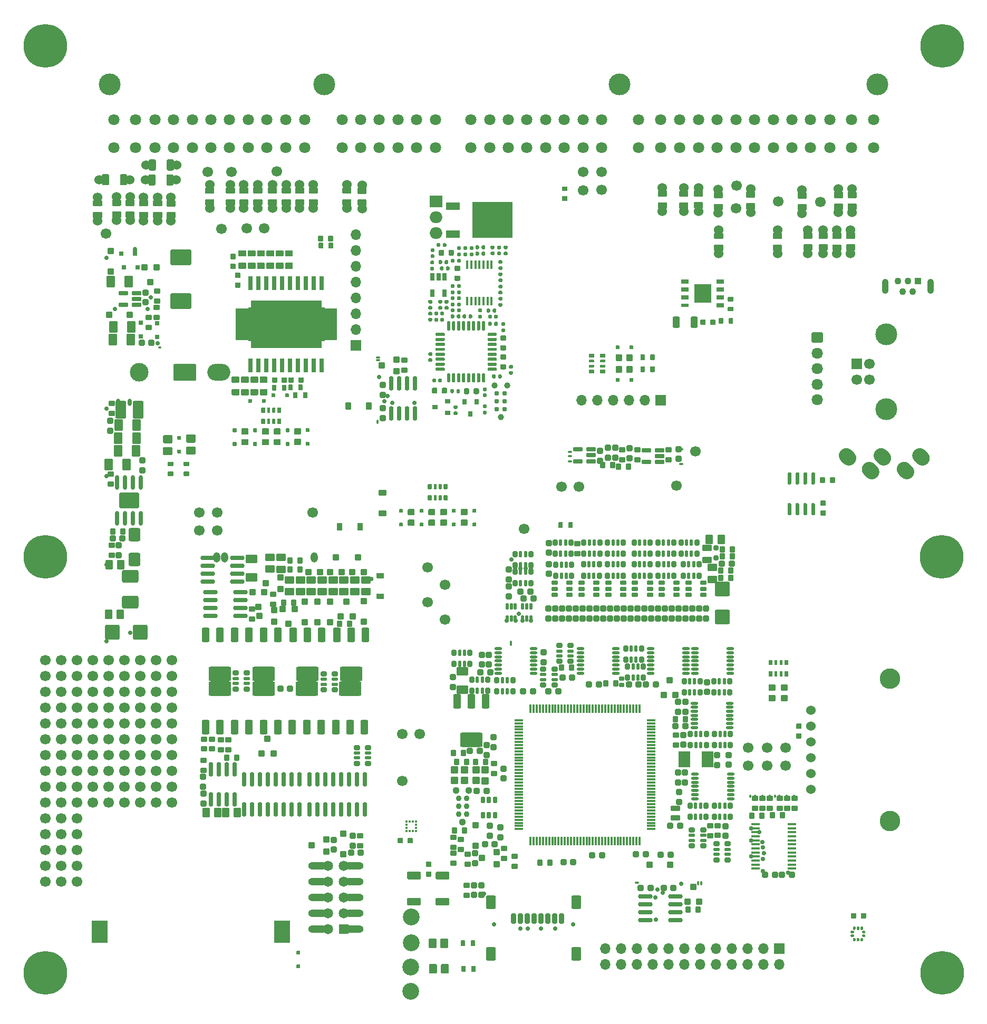
<source format=gts>
G75*
G70*
%OFA0B0*%
%FSLAX25Y25*%
%IPPOS*%
%LPD*%
%AMOC8*
5,1,8,0,0,1.08239X$1,22.5*
%
%AMM161*
21,1,0.033070,0.030710,-0.000000,0.000000,180.000000*
21,1,0.022050,0.041730,-0.000000,0.000000,180.000000*
1,1,0.011020,-0.011020,0.015350*
1,1,0.011020,0.011020,0.015350*
1,1,0.011020,0.011020,-0.015350*
1,1,0.011020,-0.011020,-0.015350*
%
%AMM163*
21,1,0.038980,0.026770,-0.000000,0.000000,270.000000*
21,1,0.026770,0.038980,-0.000000,0.000000,270.000000*
1,1,0.012210,-0.013390,-0.013390*
1,1,0.012210,-0.013390,0.013390*
1,1,0.012210,0.013390,0.013390*
1,1,0.012210,0.013390,-0.013390*
%
%AMM164*
21,1,0.033070,0.030710,-0.000000,0.000000,90.000000*
21,1,0.022050,0.041730,-0.000000,0.000000,90.000000*
1,1,0.011020,0.015350,0.011020*
1,1,0.011020,0.015350,-0.011020*
1,1,0.011020,-0.015350,-0.011020*
1,1,0.011020,-0.015350,0.011020*
%
%AMM165*
21,1,0.044880,0.049210,-0.000000,0.000000,180.000000*
21,1,0.031500,0.062600,-0.000000,0.000000,180.000000*
1,1,0.013390,-0.015750,0.024610*
1,1,0.013390,0.015750,0.024610*
1,1,0.013390,0.015750,-0.024610*
1,1,0.013390,-0.015750,-0.024610*
%
%AMM167*
21,1,0.038980,0.026770,-0.000000,0.000000,0.000000*
21,1,0.026770,0.038980,-0.000000,0.000000,0.000000*
1,1,0.012210,0.013390,-0.013390*
1,1,0.012210,-0.013390,-0.013390*
1,1,0.012210,-0.013390,0.013390*
1,1,0.012210,0.013390,0.013390*
%
%AMM190*
21,1,0.033070,0.030710,-0.000000,-0.000000,270.000000*
21,1,0.022050,0.041730,-0.000000,-0.000000,270.000000*
1,1,0.011020,-0.015350,-0.011020*
1,1,0.011020,-0.015350,0.011020*
1,1,0.011020,0.015350,0.011020*
1,1,0.011020,0.015350,-0.011020*
%
%AMM191*
21,1,0.092130,0.073230,-0.000000,-0.000000,90.000000*
21,1,0.069290,0.096060,-0.000000,-0.000000,90.000000*
1,1,0.022840,0.036610,0.034650*
1,1,0.022840,0.036610,-0.034650*
1,1,0.022840,-0.036610,-0.034650*
1,1,0.022840,-0.036610,0.034650*
%
%AMM192*
21,1,0.038980,0.026770,-0.000000,-0.000000,0.000000*
21,1,0.026770,0.038980,-0.000000,-0.000000,0.000000*
1,1,0.012210,0.013390,-0.013390*
1,1,0.012210,-0.013390,-0.013390*
1,1,0.012210,-0.013390,0.013390*
1,1,0.012210,0.013390,0.013390*
%
%AMM193*
21,1,0.033070,0.030710,-0.000000,-0.000000,180.000000*
21,1,0.022050,0.041730,-0.000000,-0.000000,180.000000*
1,1,0.011020,-0.011020,0.015350*
1,1,0.011020,0.011020,0.015350*
1,1,0.011020,0.011020,-0.015350*
1,1,0.011020,-0.011020,-0.015350*
%
%AMM194*
21,1,0.044880,0.049210,-0.000000,-0.000000,270.000000*
21,1,0.031500,0.062600,-0.000000,-0.000000,270.000000*
1,1,0.013390,-0.024610,-0.015750*
1,1,0.013390,-0.024610,0.015750*
1,1,0.013390,0.024610,0.015750*
1,1,0.013390,0.024610,-0.015750*
%
%AMM195*
21,1,0.023230,0.027950,-0.000000,-0.000000,180.000000*
21,1,0.014170,0.037010,-0.000000,-0.000000,180.000000*
1,1,0.009060,-0.007090,0.013980*
1,1,0.009060,0.007090,0.013980*
1,1,0.009060,0.007090,-0.013980*
1,1,0.009060,-0.007090,-0.013980*
%
%AMM196*
21,1,0.038980,0.026770,-0.000000,-0.000000,90.000000*
21,1,0.026770,0.038980,-0.000000,-0.000000,90.000000*
1,1,0.012210,0.013390,0.013390*
1,1,0.012210,0.013390,-0.013390*
1,1,0.012210,-0.013390,-0.013390*
1,1,0.012210,-0.013390,0.013390*
%
%AMM197*
21,1,0.029130,0.030710,-0.000000,-0.000000,270.000000*
21,1,0.018900,0.040950,-0.000000,-0.000000,270.000000*
1,1,0.010240,-0.015350,-0.009450*
1,1,0.010240,-0.015350,0.009450*
1,1,0.010240,0.015350,0.009450*
1,1,0.010240,0.015350,-0.009450*
%
%AMM198*
21,1,0.031100,0.026380,-0.000000,-0.000000,180.000000*
21,1,0.020470,0.037010,-0.000000,-0.000000,180.000000*
1,1,0.010630,-0.010240,0.013190*
1,1,0.010630,0.010240,0.013190*
1,1,0.010630,0.010240,-0.013190*
1,1,0.010630,-0.010240,-0.013190*
%
%AMM199*
21,1,0.044880,0.049210,-0.000000,-0.000000,0.000000*
21,1,0.031500,0.062600,-0.000000,-0.000000,0.000000*
1,1,0.013390,0.015750,-0.024610*
1,1,0.013390,-0.015750,-0.024610*
1,1,0.013390,-0.015750,0.024610*
1,1,0.013390,0.015750,0.024610*
%
%AMM200*
21,1,0.040950,0.050000,-0.000000,-0.000000,90.000000*
21,1,0.028350,0.062600,-0.000000,-0.000000,90.000000*
1,1,0.012600,0.025000,0.014170*
1,1,0.012600,0.025000,-0.014170*
1,1,0.012600,-0.025000,-0.014170*
1,1,0.012600,-0.025000,0.014170*
%
%AMM209*
21,1,0.038980,0.026770,-0.000000,-0.000000,180.000000*
21,1,0.026770,0.038980,-0.000000,-0.000000,180.000000*
1,1,0.012210,-0.013390,0.013390*
1,1,0.012210,0.013390,0.013390*
1,1,0.012210,0.013390,-0.013390*
1,1,0.012210,-0.013390,-0.013390*
%
%AMM210*
21,1,0.033070,0.030710,-0.000000,-0.000000,90.000000*
21,1,0.022050,0.041730,-0.000000,-0.000000,90.000000*
1,1,0.011020,0.015350,0.011020*
1,1,0.011020,0.015350,-0.011020*
1,1,0.011020,-0.015350,-0.011020*
1,1,0.011020,-0.015350,0.011020*
%
%AMM250*
21,1,0.033070,0.030710,-0.000000,0.000000,270.000000*
21,1,0.022050,0.041730,-0.000000,0.000000,270.000000*
1,1,0.011020,-0.015350,-0.011020*
1,1,0.011020,-0.015350,0.011020*
1,1,0.011020,0.015350,0.011020*
1,1,0.011020,0.015350,-0.011020*
%
%AMM251*
21,1,0.038980,0.026770,-0.000000,0.000000,180.000000*
21,1,0.026770,0.038980,-0.000000,0.000000,180.000000*
1,1,0.012210,-0.013390,0.013390*
1,1,0.012210,0.013390,0.013390*
1,1,0.012210,0.013390,-0.013390*
1,1,0.012210,-0.013390,-0.013390*
%
%AMM254*
21,1,0.076380,0.036220,-0.000000,0.000000,90.000000*
21,1,0.061810,0.050790,-0.000000,0.000000,90.000000*
1,1,0.014570,0.018110,0.030910*
1,1,0.014570,0.018110,-0.030910*
1,1,0.014570,-0.018110,-0.030910*
1,1,0.014570,-0.018110,0.030910*
%
%AMM288*
21,1,0.041340,0.026770,-0.000000,-0.000000,0.000000*
21,1,0.029130,0.038980,-0.000000,-0.000000,0.000000*
1,1,0.012210,0.014570,-0.013390*
1,1,0.012210,-0.014570,-0.013390*
1,1,0.012210,-0.014570,0.013390*
1,1,0.012210,0.014570,0.013390*
%
%AMM289*
21,1,0.040950,0.030320,-0.000000,-0.000000,0.000000*
21,1,0.028350,0.042910,-0.000000,-0.000000,0.000000*
1,1,0.012600,0.014170,-0.015160*
1,1,0.012600,-0.014170,-0.015160*
1,1,0.012600,-0.014170,0.015160*
1,1,0.012600,0.014170,0.015160*
%
%AMM290*
21,1,0.040950,0.030320,-0.000000,-0.000000,90.000000*
21,1,0.028350,0.042910,-0.000000,-0.000000,90.000000*
1,1,0.012600,0.015160,0.014170*
1,1,0.012600,0.015160,-0.014170*
1,1,0.012600,-0.015160,-0.014170*
1,1,0.012600,-0.015160,0.014170*
%
%AMM291*
21,1,0.033070,0.018900,-0.000000,-0.000000,0.000000*
21,1,0.022840,0.029130,-0.000000,-0.000000,0.000000*
1,1,0.010240,0.011420,-0.009450*
1,1,0.010240,-0.011420,-0.009450*
1,1,0.010240,-0.011420,0.009450*
1,1,0.010240,0.011420,0.009450*
%
%AMM292*
21,1,0.143310,0.067720,-0.000000,-0.000000,180.000000*
21,1,0.120870,0.090160,-0.000000,-0.000000,180.000000*
1,1,0.022440,-0.060430,0.033860*
1,1,0.022440,0.060430,0.033860*
1,1,0.022440,0.060430,-0.033860*
1,1,0.022440,-0.060430,-0.033860*
%
%AMM293*
21,1,0.048820,0.075980,-0.000000,-0.000000,180.000000*
21,1,0.034650,0.090160,-0.000000,-0.000000,180.000000*
1,1,0.014170,-0.017320,0.037990*
1,1,0.014170,0.017320,0.037990*
1,1,0.014170,0.017320,-0.037990*
1,1,0.014170,-0.017320,-0.037990*
%
%AMM294*
21,1,0.048820,0.075990,-0.000000,-0.000000,180.000000*
21,1,0.034650,0.090160,-0.000000,-0.000000,180.000000*
1,1,0.014170,-0.017320,0.037990*
1,1,0.014170,0.017320,0.037990*
1,1,0.014170,0.017320,-0.037990*
1,1,0.014170,-0.017320,-0.037990*
%
%AMM295*
21,1,0.044880,0.035430,-0.000000,-0.000000,90.000000*
21,1,0.031500,0.048820,-0.000000,-0.000000,90.000000*
1,1,0.013390,0.017720,0.015750*
1,1,0.013390,0.017720,-0.015750*
1,1,0.013390,-0.017720,-0.015750*
1,1,0.013390,-0.017720,0.015750*
%
%AMM296*
21,1,0.041340,0.026770,-0.000000,-0.000000,90.000000*
21,1,0.029130,0.038980,-0.000000,-0.000000,90.000000*
1,1,0.012210,0.013390,0.014570*
1,1,0.012210,0.013390,-0.014570*
1,1,0.012210,-0.013390,-0.014570*
1,1,0.012210,-0.013390,0.014570*
%
%AMM297*
21,1,0.029130,0.030710,-0.000000,-0.000000,0.000000*
21,1,0.018900,0.040950,-0.000000,-0.000000,0.000000*
1,1,0.010240,0.009450,-0.015350*
1,1,0.010240,-0.009450,-0.015350*
1,1,0.010240,-0.009450,0.015350*
1,1,0.010240,0.009450,0.015350*
%
%AMM298*
21,1,0.033070,0.049610,-0.000000,-0.000000,90.000000*
21,1,0.022050,0.060630,-0.000000,-0.000000,90.000000*
1,1,0.011020,0.024800,0.011020*
1,1,0.011020,0.024800,-0.011020*
1,1,0.011020,-0.024800,-0.011020*
1,1,0.011020,-0.024800,0.011020*
%
%AMM299*
21,1,0.076380,0.036220,-0.000000,-0.000000,180.000000*
21,1,0.061810,0.050790,-0.000000,-0.000000,180.000000*
1,1,0.014570,-0.030910,0.018110*
1,1,0.014570,0.030910,0.018110*
1,1,0.014570,0.030910,-0.018110*
1,1,0.014570,-0.030910,-0.018110*
%
%AMM300*
21,1,0.023230,0.027950,-0.000000,-0.000000,90.000000*
21,1,0.014170,0.037010,-0.000000,-0.000000,90.000000*
1,1,0.009060,0.013980,0.007090*
1,1,0.009060,0.013980,-0.007090*
1,1,0.009060,-0.013980,-0.007090*
1,1,0.009060,-0.013980,0.007090*
%
%AMM301*
21,1,0.031100,0.026380,-0.000000,-0.000000,90.000000*
21,1,0.020470,0.037010,-0.000000,-0.000000,90.000000*
1,1,0.010630,0.013190,0.010240*
1,1,0.010630,0.013190,-0.010240*
1,1,0.010630,-0.013190,-0.010240*
1,1,0.010630,-0.013190,0.010240*
%
%AMM302*
21,1,0.015350,0.017720,-0.000000,-0.000000,0.000000*
21,1,0.000000,0.033070,-0.000000,-0.000000,0.000000*
1,1,0.015350,-0.000000,-0.008860*
1,1,0.015350,-0.000000,-0.008860*
1,1,0.015350,-0.000000,0.008860*
1,1,0.015350,-0.000000,0.008860*
%
%AMM303*
21,1,0.033070,0.030710,-0.000000,-0.000000,0.000000*
21,1,0.022050,0.041730,-0.000000,-0.000000,0.000000*
1,1,0.011020,0.011020,-0.015350*
1,1,0.011020,-0.011020,-0.015350*
1,1,0.011020,-0.011020,0.015350*
1,1,0.011020,0.011020,0.015350*
%
%AMM304*
21,1,0.038980,0.026770,-0.000000,-0.000000,270.000000*
21,1,0.026770,0.038980,-0.000000,-0.000000,270.000000*
1,1,0.012210,-0.013390,-0.013390*
1,1,0.012210,-0.013390,0.013390*
1,1,0.012210,0.013390,0.013390*
1,1,0.012210,0.013390,-0.013390*
%
%AMM316*
21,1,0.041340,0.026770,-0.000000,0.000000,180.000000*
21,1,0.029130,0.038980,-0.000000,0.000000,180.000000*
1,1,0.012210,-0.014570,0.013390*
1,1,0.012210,0.014570,0.013390*
1,1,0.012210,0.014570,-0.013390*
1,1,0.012210,-0.014570,-0.013390*
%
%AMM317*
21,1,0.040950,0.030320,-0.000000,0.000000,90.000000*
21,1,0.028350,0.042910,-0.000000,0.000000,90.000000*
1,1,0.012600,0.015160,0.014170*
1,1,0.012600,0.015160,-0.014170*
1,1,0.012600,-0.015160,-0.014170*
1,1,0.012600,-0.015160,0.014170*
%
%AMM318*
21,1,0.023230,0.027950,-0.000000,0.000000,180.000000*
21,1,0.014170,0.037010,-0.000000,0.000000,180.000000*
1,1,0.009060,-0.007090,0.013980*
1,1,0.009060,0.007090,0.013980*
1,1,0.009060,0.007090,-0.013980*
1,1,0.009060,-0.007090,-0.013980*
%
%AMM319*
21,1,0.031100,0.026380,-0.000000,0.000000,180.000000*
21,1,0.020470,0.037010,-0.000000,0.000000,180.000000*
1,1,0.010630,-0.010240,0.013190*
1,1,0.010630,0.010240,0.013190*
1,1,0.010630,0.010240,-0.013190*
1,1,0.010630,-0.010240,-0.013190*
%
%AMM334*
21,1,0.040950,0.030320,-0.000000,-0.000000,180.000000*
21,1,0.028350,0.042910,-0.000000,-0.000000,180.000000*
1,1,0.012600,-0.014170,0.015160*
1,1,0.012600,0.014170,0.015160*
1,1,0.012600,0.014170,-0.015160*
1,1,0.012600,-0.014170,-0.015160*
%
%AMM335*
21,1,0.143310,0.067720,-0.000000,-0.000000,0.000000*
21,1,0.120870,0.090160,-0.000000,-0.000000,0.000000*
1,1,0.022440,0.060430,-0.033860*
1,1,0.022440,-0.060430,-0.033860*
1,1,0.022440,-0.060430,0.033860*
1,1,0.022440,0.060430,0.033860*
%
%AMM336*
21,1,0.023230,0.027950,-0.000000,-0.000000,270.000000*
21,1,0.014170,0.037010,-0.000000,-0.000000,270.000000*
1,1,0.009060,-0.013980,-0.007090*
1,1,0.009060,-0.013980,0.007090*
1,1,0.009060,0.013980,0.007090*
1,1,0.009060,0.013980,-0.007090*
%
%AMM337*
21,1,0.041340,0.026770,-0.000000,-0.000000,270.000000*
21,1,0.029130,0.038980,-0.000000,-0.000000,270.000000*
1,1,0.012210,-0.013390,-0.014570*
1,1,0.012210,-0.013390,0.014570*
1,1,0.012210,0.013390,0.014570*
1,1,0.012210,0.013390,-0.014570*
%
%AMM338*
21,1,0.031100,0.026380,-0.000000,-0.000000,270.000000*
21,1,0.020470,0.037010,-0.000000,-0.000000,270.000000*
1,1,0.010630,-0.013190,-0.010240*
1,1,0.010630,-0.013190,0.010240*
1,1,0.010630,0.013190,0.010240*
1,1,0.010630,0.013190,-0.010240*
%
%AMM339*
21,1,0.048820,0.075990,-0.000000,-0.000000,0.000000*
21,1,0.034650,0.090160,-0.000000,-0.000000,0.000000*
1,1,0.014170,0.017320,-0.037990*
1,1,0.014170,-0.017320,-0.037990*
1,1,0.014170,-0.017320,0.037990*
1,1,0.014170,0.017320,0.037990*
%
%AMM34*
21,1,0.033070,0.030710,0.000000,0.000000,270.000000*
21,1,0.022050,0.041730,0.000000,0.000000,270.000000*
1,1,0.011020,-0.015350,-0.011020*
1,1,0.011020,-0.015350,0.011020*
1,1,0.011020,0.015350,0.011020*
1,1,0.011020,0.015350,-0.011020*
%
%AMM340*
21,1,0.048820,0.075980,-0.000000,-0.000000,0.000000*
21,1,0.034650,0.090160,-0.000000,-0.000000,0.000000*
1,1,0.014170,0.017320,-0.037990*
1,1,0.014170,-0.017320,-0.037990*
1,1,0.014170,-0.017320,0.037990*
1,1,0.014170,0.017320,0.037990*
%
%AMM342*
21,1,0.018110,0.028980,-0.000000,0.000000,0.000000*
21,1,0.010080,0.037010,-0.000000,0.000000,0.000000*
1,1,0.008030,0.005040,-0.014490*
1,1,0.008030,-0.005040,-0.014490*
1,1,0.008030,-0.005040,0.014490*
1,1,0.008030,0.005040,0.014490*
%
%AMM354*
21,1,0.041340,0.026770,-0.000000,0.000000,90.000000*
21,1,0.029130,0.038980,-0.000000,0.000000,90.000000*
1,1,0.012210,0.013390,0.014570*
1,1,0.012210,0.013390,-0.014570*
1,1,0.012210,-0.013390,-0.014570*
1,1,0.012210,-0.013390,0.014570*
%
%AMM358*
21,1,0.040950,0.030320,0.000000,-0.000000,90.000000*
21,1,0.028350,0.042910,0.000000,-0.000000,90.000000*
1,1,0.012600,0.015160,0.014170*
1,1,0.012600,0.015160,-0.014170*
1,1,0.012600,-0.015160,-0.014170*
1,1,0.012600,-0.015160,0.014170*
%
%AMM359*
21,1,0.038980,0.026770,0.000000,-0.000000,270.000000*
21,1,0.026770,0.038980,0.000000,-0.000000,270.000000*
1,1,0.012210,-0.013390,-0.013390*
1,1,0.012210,-0.013390,0.013390*
1,1,0.012210,0.013390,0.013390*
1,1,0.012210,0.013390,-0.013390*
%
%AMM360*
21,1,0.033070,0.030710,0.000000,-0.000000,90.000000*
21,1,0.022050,0.041730,0.000000,-0.000000,90.000000*
1,1,0.011020,0.015350,0.011020*
1,1,0.011020,0.015350,-0.011020*
1,1,0.011020,-0.015350,-0.011020*
1,1,0.011020,-0.015350,0.011020*
%
%AMM364*
21,1,0.027170,0.052760,-0.000000,-0.000000,90.000000*
21,1,0.017320,0.062600,-0.000000,-0.000000,90.000000*
1,1,0.009840,0.026380,0.008660*
1,1,0.009840,0.026380,-0.008660*
1,1,0.009840,-0.026380,-0.008660*
1,1,0.009840,-0.026380,0.008660*
%
%AMM371*
21,1,0.029130,0.018900,-0.000000,0.000000,0.000000*
21,1,0.018900,0.029130,-0.000000,0.000000,0.000000*
1,1,0.010240,0.009450,-0.009450*
1,1,0.010240,-0.009450,-0.009450*
1,1,0.010240,-0.009450,0.009450*
1,1,0.010240,0.009450,0.009450*
%
%AMM372*
21,1,0.100000,0.111020,-0.000000,0.000000,270.000000*
21,1,0.075590,0.135430,-0.000000,0.000000,270.000000*
1,1,0.024410,-0.055510,-0.037800*
1,1,0.024410,-0.055510,0.037800*
1,1,0.024410,0.055510,0.037800*
1,1,0.024410,0.055510,-0.037800*
%
%AMM373*
21,1,0.027170,0.052760,-0.000000,0.000000,90.000000*
21,1,0.017320,0.062600,-0.000000,0.000000,90.000000*
1,1,0.009840,0.026380,0.008660*
1,1,0.009840,0.026380,-0.008660*
1,1,0.009840,-0.026380,-0.008660*
1,1,0.009840,-0.026380,0.008660*
%
%AMM374*
21,1,0.040950,0.030320,-0.000000,0.000000,180.000000*
21,1,0.028350,0.042910,-0.000000,0.000000,180.000000*
1,1,0.012600,-0.014170,0.015160*
1,1,0.012600,0.014170,0.015160*
1,1,0.012600,0.014170,-0.015160*
1,1,0.012600,-0.014170,-0.015160*
%
%AMM375*
21,1,0.029130,0.018900,-0.000000,0.000000,270.000000*
21,1,0.018900,0.029130,-0.000000,0.000000,270.000000*
1,1,0.010240,-0.009450,-0.009450*
1,1,0.010240,-0.009450,0.009450*
1,1,0.010240,0.009450,0.009450*
1,1,0.010240,0.009450,-0.009450*
%
%AMM382*
21,1,0.111810,0.050390,-0.000000,0.000000,90.000000*
21,1,0.093700,0.068500,-0.000000,0.000000,90.000000*
1,1,0.018110,0.025200,0.046850*
1,1,0.018110,0.025200,-0.046850*
1,1,0.018110,-0.025200,-0.046850*
1,1,0.018110,-0.025200,0.046850*
%
%AMM383*
21,1,0.076380,0.036220,-0.000000,0.000000,270.000000*
21,1,0.061810,0.050790,-0.000000,0.000000,270.000000*
1,1,0.014570,-0.018110,-0.030910*
1,1,0.014570,-0.018110,0.030910*
1,1,0.014570,0.018110,0.030910*
1,1,0.014570,0.018110,-0.030910*
%
%AMM384*
21,1,0.092130,0.073230,-0.000000,0.000000,180.000000*
21,1,0.069290,0.096060,-0.000000,0.000000,180.000000*
1,1,0.022840,-0.034650,0.036610*
1,1,0.022840,0.034650,0.036610*
1,1,0.022840,0.034650,-0.036610*
1,1,0.022840,-0.034650,-0.036610*
%
%AMM385*
21,1,0.084250,0.053540,-0.000000,0.000000,270.000000*
21,1,0.065350,0.072440,-0.000000,0.000000,270.000000*
1,1,0.018900,-0.026770,-0.032680*
1,1,0.018900,-0.026770,0.032680*
1,1,0.018900,0.026770,0.032680*
1,1,0.018900,0.026770,-0.032680*
%
%AMM386*
21,1,0.127560,0.075590,-0.000000,0.000000,0.000000*
21,1,0.103150,0.100000,-0.000000,0.000000,0.000000*
1,1,0.024410,0.051580,-0.037800*
1,1,0.024410,-0.051580,-0.037800*
1,1,0.024410,-0.051580,0.037800*
1,1,0.024410,0.051580,0.037800*
%
%AMM387*
21,1,0.080320,0.083460,-0.000000,0.000000,270.000000*
21,1,0.059840,0.103940,-0.000000,0.000000,270.000000*
1,1,0.020470,-0.041730,-0.029920*
1,1,0.020470,-0.041730,0.029920*
1,1,0.020470,0.041730,0.029920*
1,1,0.020470,0.041730,-0.029920*
%
%AMM63*
21,1,0.038980,0.026770,0.000000,0.000000,90.000000*
21,1,0.026770,0.038980,0.000000,0.000000,90.000000*
1,1,0.012210,0.013390,0.013390*
1,1,0.012210,0.013390,-0.013390*
1,1,0.012210,-0.013390,-0.013390*
1,1,0.012210,-0.013390,0.013390*
%
%AMM84*
21,1,0.084250,0.045670,0.000000,0.000000,270.000000*
21,1,0.067320,0.062600,0.000000,0.000000,270.000000*
1,1,0.016930,-0.022840,-0.033660*
1,1,0.016930,-0.022840,0.033660*
1,1,0.016930,0.022840,0.033660*
1,1,0.016930,0.022840,-0.033660*
%
%AMM85*
21,1,0.064570,0.020470,0.000000,0.000000,270.000000*
21,1,0.053940,0.031100,0.000000,0.000000,270.000000*
1,1,0.010630,-0.010240,-0.026970*
1,1,0.010630,-0.010240,0.026970*
1,1,0.010630,0.010240,0.026970*
1,1,0.010630,0.010240,-0.026970*
%
%ADD105O,0.02520X0.04488*%
%ADD110R,0.03150X0.03543*%
%ADD113O,0.04882X0.01732*%
%ADD124R,0.05217X0.05906*%
%ADD125C,0.03651*%
%ADD128O,0.04331X0.09449*%
%ADD132C,0.02362*%
%ADD137C,0.13780*%
%ADD138O,0.04488X0.06457*%
%ADD139R,0.01476X0.01378*%
%ADD150O,0.00787X0.01575*%
%ADD157R,0.45000X0.30000*%
%ADD159C,0.00039*%
%ADD161R,0.03543X0.03150*%
%ADD163O,0.14567X0.10630*%
%ADD167R,0.10236X0.14173*%
%ADD168O,0.03150X0.02362*%
%ADD174R,0.05157X0.02559*%
%ADD175C,0.04331*%
%ADD176O,0.01969X0.00984*%
%ADD181R,0.03150X0.08661*%
%ADD194C,0.06693*%
%ADD197R,0.06693X0.06693*%
%ADD205C,0.11811*%
%ADD206O,0.03701X0.02913*%
%ADD21R,0.07244X0.10000*%
%ADD218O,0.03937X0.05906*%
%ADD223O,0.01969X0.00787*%
%ADD230M85*%
%ADD235C,0.13000*%
%ADD248M63*%
%ADD254C,0.27559*%
%ADD256R,0.06457X0.06457*%
%ADD257R,0.04331X0.04331*%
%ADD266O,0.06693X0.06693*%
%ADD267C,0.10630*%
%ADD276C,0.03100*%
%ADD281O,0.07283X0.06693*%
%ADD293O,0.05512X0.01535*%
%ADD294O,0.01969X0.03937*%
%ADD300C,0.02913*%
%ADD304C,0.04451*%
%ADD328O,0.02913X0.09213*%
%ADD330R,0.08000X0.20000*%
%ADD331M84*%
%ADD334R,0.05157X0.02362*%
%ADD337O,0.09213X0.02913*%
%ADD338O,0.04488X0.02520*%
%ADD352O,0.02520X0.01535*%
%ADD358C,0.07087*%
%ADD36O,0.01417X0.05669*%
%ADD362C,0.03900*%
%ADD381M161*%
%ADD383M163*%
%ADD384M164*%
%ADD385M165*%
%ADD387M167*%
%ADD410M190*%
%ADD411M191*%
%ADD412M192*%
%ADD413M193*%
%ADD414M194*%
%ADD415M195*%
%ADD416M196*%
%ADD417M197*%
%ADD418M198*%
%ADD419M199*%
%ADD420M200*%
%ADD433M209*%
%ADD434M210*%
%ADD477M250*%
%ADD478M251*%
%ADD481M254*%
%ADD516M288*%
%ADD517M289*%
%ADD518M290*%
%ADD519M291*%
%ADD520M292*%
%ADD521M293*%
%ADD522M294*%
%ADD523M295*%
%ADD524M296*%
%ADD525M297*%
%ADD526M298*%
%ADD527M299*%
%ADD528M300*%
%ADD529M301*%
%ADD530M302*%
%ADD531M303*%
%ADD532M304*%
%ADD559M316*%
%ADD560M317*%
%ADD561M318*%
%ADD562M319*%
%ADD577M334*%
%ADD578M335*%
%ADD579M336*%
%ADD580M337*%
%ADD581M338*%
%ADD582M339*%
%ADD583M340*%
%ADD585M342*%
%ADD598O,0.11772X0.04567*%
%ADD599M354*%
%ADD603M358*%
%ADD604M359*%
%ADD605M360*%
%ADD609M364*%
%ADD619M371*%
%ADD62O,0.00984X0.01969*%
%ADD620O,0.02520X0.01339*%
%ADD621M372*%
%ADD622M373*%
%ADD623M374*%
%ADD624M375*%
%ADD634M382*%
%ADD635M383*%
%ADD636M384*%
%ADD637M385*%
%ADD638O,0.02520X0.09213*%
%ADD639M386*%
%ADD640M387*%
%ADD641R,0.07874X0.07500*%
%ADD642O,0.07874X0.07500*%
%ADD643R,0.08661X0.04724*%
%ADD644R,0.01772X0.05709*%
%ADD645R,0.02559X0.04803*%
%ADD646R,0.25197X0.22835*%
%ADD66C,0.03701*%
%ADD68O,0.05669X0.01417*%
%ADD70C,0.06457*%
%ADD72O,0.01339X0.02126*%
%ADD73R,0.01378X0.01476*%
%ADD75O,0.01535X0.02520*%
%ADD79C,0.06000*%
%ADD93M34*%
X0000000Y0000000D02*
%LPD*%
G01*
D159*
X0194378Y0440539D02*
X0195955Y0440539D01*
X0195955Y0440539D02*
X0195955Y0419728D01*
X0195955Y0419728D02*
X0194378Y0419728D01*
X0194378Y0419728D02*
X0194378Y0440539D01*
G36*
X0195955Y0419728D02*
G01*
X0194378Y0419728D01*
X0194378Y0440539D01*
X0195955Y0440539D01*
X0195955Y0419728D01*
G37*
X0195955Y0419728D02*
X0194378Y0419728D01*
X0194378Y0440539D01*
X0195955Y0440539D01*
X0195955Y0419728D01*
X0147908Y0440539D02*
X0149555Y0440539D01*
X0149555Y0440539D02*
X0149555Y0419718D01*
X0149555Y0419718D02*
X0147908Y0419718D01*
X0147908Y0419718D02*
X0147908Y0440539D01*
G36*
X0149555Y0419718D02*
G01*
X0147908Y0419718D01*
X0147908Y0440539D01*
X0149555Y0440539D01*
X0149555Y0419718D01*
G37*
X0149555Y0419718D02*
X0147908Y0419718D01*
X0147908Y0440539D01*
X0149555Y0440539D01*
X0149555Y0419718D01*
D174*
X0424081Y0457029D03*
X0424081Y0452029D03*
X0424081Y0447029D03*
D334*
X0424081Y0442029D03*
D174*
X0446483Y0442029D03*
X0446483Y0447029D03*
X0446483Y0452029D03*
X0446483Y0457029D03*
D124*
X0432674Y0452482D03*
X0432674Y0446576D03*
X0437890Y0446576D03*
X0437890Y0452482D03*
G36*
G01*
X0451424Y0440966D02*
X0454495Y0440966D01*
G75*
G02*
X0454770Y0440690I0000000J-000276D01*
G01*
X0454770Y0438486D01*
G75*
G02*
X0454495Y0438210I-000276J0000000D01*
G01*
X0451424Y0438210D01*
G75*
G02*
X0451148Y0438486I0000000J0000276D01*
G01*
X0451148Y0440690D01*
G75*
G02*
X0451424Y0440966I0000276J0000000D01*
G01*
G37*
G36*
G01*
X0451424Y0447265D02*
X0454495Y0447265D01*
G75*
G02*
X0454770Y0446990I0000000J-000276D01*
G01*
X0454770Y0444785D01*
G75*
G02*
X0454495Y0444509I-000276J0000000D01*
G01*
X0451424Y0444509D01*
G75*
G02*
X0451148Y0444785I0000000J0000276D01*
G01*
X0451148Y0446990D01*
G75*
G02*
X0451424Y0447265I0000276J0000000D01*
G01*
G37*
G36*
G01*
X0419869Y0427777D02*
X0417152Y0427777D01*
G75*
G02*
X0416247Y0428682I0000000J0000906D01*
G01*
X0416247Y0433958D01*
G75*
G02*
X0417152Y0434864I0000906J0000000D01*
G01*
X0419869Y0434864D01*
G75*
G02*
X0420774Y0433958I0000000J-000906D01*
G01*
X0420774Y0428682D01*
G75*
G02*
X0419869Y0427777I-000906J0000000D01*
G01*
G37*
G36*
G01*
X0431286Y0427777D02*
X0428570Y0427777D01*
G75*
G02*
X0427664Y0428682I0000000J0000906D01*
G01*
X0427664Y0433958D01*
G75*
G02*
X0428570Y0434864I0000906J0000000D01*
G01*
X0431286Y0434864D01*
G75*
G02*
X0432192Y0433958I0000000J-000906D01*
G01*
X0432192Y0428682D01*
G75*
G02*
X0431286Y0427777I-000906J0000000D01*
G01*
G37*
G36*
G01*
X0437152Y0432659D02*
X0437152Y0429982D01*
G75*
G02*
X0436818Y0429647I-000335J0000000D01*
G01*
X0434140Y0429647D01*
G75*
G02*
X0433806Y0429982I0000000J0000335D01*
G01*
X0433806Y0432659D01*
G75*
G02*
X0434140Y0432993I0000335J0000000D01*
G01*
X0436818Y0432993D01*
G75*
G02*
X0437152Y0432659I0000000J-000335D01*
G01*
G37*
G36*
G01*
X0443373Y0432659D02*
X0443373Y0429982D01*
G75*
G02*
X0443038Y0429647I-000335J0000000D01*
G01*
X0440361Y0429647D01*
G75*
G02*
X0440026Y0429982I0000000J0000335D01*
G01*
X0440026Y0432659D01*
G75*
G02*
X0440361Y0432993I0000335J0000000D01*
G01*
X0443038Y0432993D01*
G75*
G02*
X0443373Y0432659I0000000J-000335D01*
G01*
G37*
G36*
G01*
X0248904Y0083879D02*
X0256621Y0083879D01*
G75*
G02*
X0257093Y0083407I0000000J-000472D01*
G01*
X0257093Y0079627D01*
G75*
G02*
X0256621Y0079155I-000472J0000000D01*
G01*
X0248904Y0079155D01*
G75*
G02*
X0248432Y0079627I0000000J0000472D01*
G01*
X0248432Y0083407D01*
G75*
G02*
X0248904Y0083879I0000472J0000000D01*
G01*
G37*
G36*
G01*
X0248904Y0067344D02*
X0256621Y0067344D01*
G75*
G02*
X0257093Y0066871I0000000J-000472D01*
G01*
X0257093Y0063092D01*
G75*
G02*
X0256621Y0062619I-000472J0000000D01*
G01*
X0248904Y0062619D01*
G75*
G02*
X0248432Y0063092I0000000J0000472D01*
G01*
X0248432Y0066871D01*
G75*
G02*
X0248904Y0067344I0000472J0000000D01*
G01*
G37*
G36*
G01*
X0266916Y0083879D02*
X0274633Y0083879D01*
G75*
G02*
X0275105Y0083407I0000000J-000472D01*
G01*
X0275105Y0079627D01*
G75*
G02*
X0274633Y0079155I-000472J0000000D01*
G01*
X0266916Y0079155D01*
G75*
G02*
X0266444Y0079627I0000000J0000472D01*
G01*
X0266444Y0083407D01*
G75*
G02*
X0266916Y0083879I0000472J0000000D01*
G01*
G37*
G36*
G01*
X0266916Y0067344D02*
X0274633Y0067344D01*
G75*
G02*
X0275105Y0066871I0000000J-000472D01*
G01*
X0275105Y0063092D01*
G75*
G02*
X0274633Y0062619I-000472J0000000D01*
G01*
X0266916Y0062619D01*
G75*
G02*
X0266444Y0063092I0000000J0000472D01*
G01*
X0266444Y0066871D01*
G75*
G02*
X0266916Y0067344I0000472J0000000D01*
G01*
G37*
D132*
X0341904Y0048110D03*
X0333144Y0048110D03*
X0324581Y0048110D03*
X0319955Y0048110D03*
X0353337Y0050784D03*
X0303321Y0050748D03*
X0297120Y0070059D03*
D176*
X0351423Y0343184D03*
X0351423Y0346629D03*
X0351423Y0349385D03*
X0421600Y0351156D03*
X0421600Y0341708D03*
G36*
G01*
X0504232Y0476575D02*
X0499311Y0476575D01*
G75*
G02*
X0498917Y0476969I0000000J0000394D01*
G01*
X0498917Y0480118D01*
G75*
G02*
X0499311Y0480512I0000394J0000000D01*
G01*
X0504232Y0480512D01*
G75*
G02*
X0504626Y0480118I0000000J-000394D01*
G01*
X0504626Y0476969D01*
G75*
G02*
X0504232Y0476575I-000394J0000000D01*
G01*
G37*
D79*
X0501772Y0474783D03*
X0501772Y0489783D03*
G36*
G01*
X0504232Y0484055D02*
X0499311Y0484055D01*
G75*
G02*
X0498917Y0484449I0000000J0000394D01*
G01*
X0498917Y0487599D01*
G75*
G02*
X0499311Y0487992I0000394J0000000D01*
G01*
X0504232Y0487992D01*
G75*
G02*
X0504626Y0487599I0000000J-000394D01*
G01*
X0504626Y0484449D01*
G75*
G02*
X0504232Y0484055I-000394J0000000D01*
G01*
G37*
G36*
G01*
X0191533Y0505041D02*
X0186612Y0505041D01*
G75*
G02*
X0186218Y0505434I0000000J0000394D01*
G01*
X0186218Y0508584D01*
G75*
G02*
X0186612Y0508978I0000394J0000000D01*
G01*
X0191533Y0508978D01*
G75*
G02*
X0191927Y0508584I0000000J-000394D01*
G01*
X0191927Y0505434D01*
G75*
G02*
X0191533Y0505041I-000394J0000000D01*
G01*
G37*
X0189073Y0503249D03*
X0189073Y0518249D03*
G36*
G01*
X0191533Y0512521D02*
X0186612Y0512521D01*
G75*
G02*
X0186218Y0512915I0000000J0000394D01*
G01*
X0186218Y0516064D01*
G75*
G02*
X0186612Y0516458I0000394J0000000D01*
G01*
X0191533Y0516458D01*
G75*
G02*
X0191927Y0516064I0000000J-000394D01*
G01*
X0191927Y0512915D01*
G75*
G02*
X0191533Y0512521I-000394J0000000D01*
G01*
G37*
D194*
X0245285Y0141379D03*
X0245285Y0170915D03*
X0157979Y0490572D03*
G36*
G01*
X0097283Y0343159D02*
X0100354Y0343159D01*
G75*
G02*
X0100630Y0342884I0000000J-000276D01*
G01*
X0100630Y0340679D01*
G75*
G02*
X0100354Y0340404I-000276J0000000D01*
G01*
X0097283Y0340404D01*
G75*
G02*
X0097008Y0340679I0000000J0000276D01*
G01*
X0097008Y0342884D01*
G75*
G02*
X0097283Y0343159I0000276J0000000D01*
G01*
G37*
G36*
G01*
X0097283Y0336860D02*
X0100354Y0336860D01*
G75*
G02*
X0100630Y0336585I0000000J-000276D01*
G01*
X0100630Y0334380D01*
G75*
G02*
X0100354Y0334104I-000276J0000000D01*
G01*
X0097283Y0334104D01*
G75*
G02*
X0097008Y0334380I0000000J0000276D01*
G01*
X0097008Y0336585D01*
G75*
G02*
X0097283Y0336860I0000276J0000000D01*
G01*
G37*
D197*
X0408865Y0381911D03*
D266*
X0398865Y0381911D03*
X0388865Y0381911D03*
X0378865Y0381911D03*
X0368865Y0381911D03*
X0358865Y0381911D03*
G36*
G01*
X0445479Y0430671D02*
X0445479Y0433741D01*
G75*
G02*
X0445755Y0434017I0000276J0000000D01*
G01*
X0447959Y0434017D01*
G75*
G02*
X0448235Y0433741I0000000J-000276D01*
G01*
X0448235Y0430671D01*
G75*
G02*
X0447959Y0430395I-000276J0000000D01*
G01*
X0445755Y0430395D01*
G75*
G02*
X0445479Y0430671I0000000J0000276D01*
G01*
G37*
G36*
G01*
X0451778Y0430671D02*
X0451778Y0433741D01*
G75*
G02*
X0452054Y0434017I0000276J0000000D01*
G01*
X0454259Y0434017D01*
G75*
G02*
X0454534Y0433741I0000000J-000276D01*
G01*
X0454534Y0430671D01*
G75*
G02*
X0454259Y0430395I-000276J0000000D01*
G01*
X0452054Y0430395D01*
G75*
G02*
X0451778Y0430671I0000000J0000276D01*
G01*
G37*
D194*
X0456503Y0503367D03*
D267*
X0250865Y0008410D03*
G36*
G01*
X0242507Y0102226D02*
X0242507Y0104903D01*
G75*
G02*
X0242841Y0105238I0000335J0000000D01*
G01*
X0245518Y0105238D01*
G75*
G02*
X0245853Y0104903I0000000J-000335D01*
G01*
X0245853Y0102226D01*
G75*
G02*
X0245518Y0101891I-000335J0000000D01*
G01*
X0242841Y0101891D01*
G75*
G02*
X0242507Y0102226I0000000J0000335D01*
G01*
G37*
G36*
G01*
X0248727Y0102226D02*
X0248727Y0104903D01*
G75*
G02*
X0249062Y0105238I0000335J0000000D01*
G01*
X0251739Y0105238D01*
G75*
G02*
X0252074Y0104903I0000000J-000335D01*
G01*
X0252074Y0102226D01*
G75*
G02*
X0251739Y0101891I-000335J0000000D01*
G01*
X0249062Y0101891D01*
G75*
G02*
X0248727Y0102226I0000000J0000335D01*
G01*
G37*
D194*
X0079567Y0177549D03*
X0079567Y0187549D03*
X0079567Y0197549D03*
X0079567Y0207549D03*
X0079567Y0217549D03*
X0089567Y0177549D03*
X0089567Y0187549D03*
X0089567Y0197549D03*
X0089567Y0207549D03*
X0089567Y0217549D03*
X0099567Y0177549D03*
X0099567Y0187549D03*
X0099567Y0197549D03*
X0099567Y0207549D03*
X0099567Y0217549D03*
G36*
G01*
X0173333Y0388545D02*
X0173333Y0391616D01*
G75*
G02*
X0173609Y0391891I0000276J0000000D01*
G01*
X0175814Y0391891D01*
G75*
G02*
X0176089Y0391616I0000000J-000276D01*
G01*
X0176089Y0388545D01*
G75*
G02*
X0175814Y0388269I-000276J0000000D01*
G01*
X0173609Y0388269D01*
G75*
G02*
X0173333Y0388545I0000000J0000276D01*
G01*
G37*
G36*
G01*
X0179633Y0388545D02*
X0179633Y0391616D01*
G75*
G02*
X0179908Y0391891I0000276J0000000D01*
G01*
X0182113Y0391891D01*
G75*
G02*
X0182389Y0391616I0000000J-000276D01*
G01*
X0182389Y0388545D01*
G75*
G02*
X0182113Y0388269I-000276J0000000D01*
G01*
X0179908Y0388269D01*
G75*
G02*
X0179633Y0388545I0000000J0000276D01*
G01*
G37*
X0359849Y0514785D03*
D79*
X0219987Y0503151D03*
G36*
G01*
X0222448Y0504942D02*
X0217526Y0504942D01*
G75*
G02*
X0217133Y0505336I0000000J0000394D01*
G01*
X0217133Y0508486D01*
G75*
G02*
X0217526Y0508879I0000394J0000000D01*
G01*
X0222448Y0508879D01*
G75*
G02*
X0222841Y0508486I0000000J-000394D01*
G01*
X0222841Y0505336D01*
G75*
G02*
X0222448Y0504942I-000394J0000000D01*
G01*
G37*
G36*
G01*
X0222448Y0512423D02*
X0217526Y0512423D01*
G75*
G02*
X0217133Y0512816I0000000J0000394D01*
G01*
X0217133Y0515966D01*
G75*
G02*
X0217526Y0516360I0000394J0000000D01*
G01*
X0222448Y0516360D01*
G75*
G02*
X0222841Y0515966I0000000J-000394D01*
G01*
X0222841Y0512816D01*
G75*
G02*
X0222448Y0512423I-000394J0000000D01*
G01*
G37*
X0219987Y0518151D03*
D194*
X0116936Y0311045D03*
X0049567Y0127549D03*
X0049567Y0137549D03*
X0049567Y0147549D03*
X0049567Y0157549D03*
X0049567Y0167549D03*
X0059567Y0127549D03*
X0059567Y0137549D03*
X0059567Y0147549D03*
X0059567Y0157549D03*
X0059567Y0167549D03*
X0069567Y0127549D03*
X0069567Y0137549D03*
X0069567Y0147549D03*
X0069567Y0157549D03*
X0069567Y0167549D03*
D218*
X0128185Y0282748D03*
X0133130Y0282748D03*
X0189724Y0282748D03*
D168*
X0225374Y0268983D03*
D79*
X0123629Y0503249D03*
G36*
G01*
X0126089Y0505041D02*
X0121168Y0505041D01*
G75*
G02*
X0120774Y0505434I0000000J0000394D01*
G01*
X0120774Y0508584D01*
G75*
G02*
X0121168Y0508978I0000394J0000000D01*
G01*
X0126089Y0508978D01*
G75*
G02*
X0126483Y0508584I0000000J-000394D01*
G01*
X0126483Y0505434D01*
G75*
G02*
X0126089Y0505041I-000394J0000000D01*
G01*
G37*
G36*
G01*
X0126089Y0512521D02*
X0121168Y0512521D01*
G75*
G02*
X0120774Y0512915I0000000J0000394D01*
G01*
X0120774Y0516064D01*
G75*
G02*
X0121168Y0516458I0000394J0000000D01*
G01*
X0126089Y0516458D01*
G75*
G02*
X0126483Y0516064I0000000J-000394D01*
G01*
X0126483Y0512915D01*
G75*
G02*
X0126089Y0512521I-000394J0000000D01*
G01*
G37*
X0123629Y0518249D03*
G36*
G01*
X0267347Y0025001D02*
X0267347Y0020119D01*
G75*
G02*
X0266835Y0019608I-000512J0000000D01*
G01*
X0262740Y0019608D01*
G75*
G02*
X0262228Y0020119I0000000J0000512D01*
G01*
X0262228Y0025001D01*
G75*
G02*
X0262740Y0025513I0000512J0000000D01*
G01*
X0266835Y0025513D01*
G75*
G02*
X0267347Y0025001I0000000J-000512D01*
G01*
G37*
G36*
G01*
X0274827Y0025001D02*
X0274827Y0020119D01*
G75*
G02*
X0274315Y0019608I-000512J0000000D01*
G01*
X0270221Y0019608D01*
G75*
G02*
X0269709Y0020119I0000000J0000512D01*
G01*
X0269709Y0025001D01*
G75*
G02*
X0270221Y0025513I0000512J0000000D01*
G01*
X0274315Y0025513D01*
G75*
G02*
X0274827Y0025001I0000000J-000512D01*
G01*
G37*
G36*
G01*
X0447644Y0502186D02*
X0442723Y0502186D01*
G75*
G02*
X0442329Y0502580I0000000J0000394D01*
G01*
X0442329Y0505730D01*
G75*
G02*
X0442723Y0506123I0000394J0000000D01*
G01*
X0447644Y0506123D01*
G75*
G02*
X0448038Y0505730I0000000J-000394D01*
G01*
X0448038Y0502580D01*
G75*
G02*
X0447644Y0502186I-000394J0000000D01*
G01*
G37*
X0445184Y0500395D03*
X0445184Y0515395D03*
G36*
G01*
X0447644Y0509667D02*
X0442723Y0509667D01*
G75*
G02*
X0442329Y0510060I0000000J0000394D01*
G01*
X0442329Y0513210D01*
G75*
G02*
X0442723Y0513604I0000394J0000000D01*
G01*
X0447644Y0513604D01*
G75*
G02*
X0448038Y0513210I0000000J-000394D01*
G01*
X0448038Y0510060D01*
G75*
G02*
X0447644Y0509667I-000394J0000000D01*
G01*
G37*
G36*
G01*
X0245716Y0312977D02*
X0245716Y0311087D01*
G75*
G02*
X0245480Y0310851I-000236J0000000D01*
G01*
X0243590Y0310851D01*
G75*
G02*
X0243354Y0311087I0000000J0000236D01*
G01*
X0243354Y0312977D01*
G75*
G02*
X0243590Y0313213I0000236J0000000D01*
G01*
X0245480Y0313213D01*
G75*
G02*
X0245716Y0312977I0000000J-000236D01*
G01*
G37*
G36*
G01*
X0245716Y0304315D02*
X0245716Y0302426D01*
G75*
G02*
X0245480Y0302189I-000236J0000000D01*
G01*
X0243590Y0302189D01*
G75*
G02*
X0243354Y0302426I0000000J0000236D01*
G01*
X0243354Y0304315D01*
G75*
G02*
X0243590Y0304552I0000236J0000000D01*
G01*
X0245480Y0304552D01*
G75*
G02*
X0245716Y0304315I0000000J-000236D01*
G01*
G37*
G36*
G01*
X0136969Y0474515D02*
X0139646Y0474515D01*
G75*
G02*
X0139981Y0474180I0000000J-000335D01*
G01*
X0139981Y0471503D01*
G75*
G02*
X0139646Y0471168I-000335J0000000D01*
G01*
X0136969Y0471168D01*
G75*
G02*
X0136635Y0471503I0000000J0000335D01*
G01*
X0136635Y0474180D01*
G75*
G02*
X0136969Y0474515I0000335J0000000D01*
G01*
G37*
G36*
G01*
X0136969Y0468294D02*
X0139646Y0468294D01*
G75*
G02*
X0139981Y0467960I0000000J-000335D01*
G01*
X0139981Y0465283D01*
G75*
G02*
X0139646Y0464948I-000335J0000000D01*
G01*
X0136969Y0464948D01*
G75*
G02*
X0136635Y0465283I0000000J0000335D01*
G01*
X0136635Y0467960D01*
G75*
G02*
X0136969Y0468294I0000335J0000000D01*
G01*
G37*
G36*
G01*
X0260676Y0090336D02*
X0263353Y0090336D01*
G75*
G02*
X0263688Y0090001I0000000J-000335D01*
G01*
X0263688Y0087324D01*
G75*
G02*
X0263353Y0086990I-000335J0000000D01*
G01*
X0260676Y0086990D01*
G75*
G02*
X0260341Y0087324I0000000J0000335D01*
G01*
X0260341Y0090001D01*
G75*
G02*
X0260676Y0090336I0000335J0000000D01*
G01*
G37*
G36*
G01*
X0260676Y0084116D02*
X0263353Y0084116D01*
G75*
G02*
X0263688Y0083781I0000000J-000335D01*
G01*
X0263688Y0081104D01*
G75*
G02*
X0263353Y0080769I-000335J0000000D01*
G01*
X0260676Y0080769D01*
G75*
G02*
X0260341Y0081104I0000000J0000335D01*
G01*
X0260341Y0083781D01*
G75*
G02*
X0260676Y0084116I0000335J0000000D01*
G01*
G37*
D194*
X0359849Y0526301D03*
G36*
G01*
X0282724Y0313213D02*
X0286267Y0313213D01*
G75*
G02*
X0286661Y0312819I0000000J-000394D01*
G01*
X0286661Y0309670D01*
G75*
G02*
X0286267Y0309276I-000394J0000000D01*
G01*
X0282724Y0309276D01*
G75*
G02*
X0282330Y0309670I0000000J0000394D01*
G01*
X0282330Y0312819D01*
G75*
G02*
X0282724Y0313213I0000394J0000000D01*
G01*
G37*
G36*
G01*
X0282724Y0306520D02*
X0286267Y0306520D01*
G75*
G02*
X0286661Y0306126I0000000J-000394D01*
G01*
X0286661Y0302977D01*
G75*
G02*
X0286267Y0302583I-000394J0000000D01*
G01*
X0282724Y0302583D01*
G75*
G02*
X0282330Y0302977I0000000J0000394D01*
G01*
X0282330Y0306126D01*
G75*
G02*
X0282724Y0306520I0000394J0000000D01*
G01*
G37*
G36*
G01*
X0518924Y0332856D02*
X0518924Y0330179D01*
G75*
G02*
X0518589Y0329844I-000335J0000000D01*
G01*
X0515912Y0329844D01*
G75*
G02*
X0515577Y0330179I0000000J0000335D01*
G01*
X0515577Y0332856D01*
G75*
G02*
X0515912Y0333190I0000335J0000000D01*
G01*
X0518589Y0333190D01*
G75*
G02*
X0518924Y0332856I0000000J-000335D01*
G01*
G37*
G36*
G01*
X0512703Y0332856D02*
X0512703Y0330179D01*
G75*
G02*
X0512369Y0329844I-000335J0000000D01*
G01*
X0509692Y0329844D01*
G75*
G02*
X0509357Y0330179I0000000J0000335D01*
G01*
X0509357Y0332856D01*
G75*
G02*
X0509692Y0333190I0000335J0000000D01*
G01*
X0512369Y0333190D01*
G75*
G02*
X0512703Y0332856I0000000J-000335D01*
G01*
G37*
G36*
G01*
X0447841Y0476399D02*
X0442920Y0476399D01*
G75*
G02*
X0442526Y0476793I0000000J0000394D01*
G01*
X0442526Y0479942D01*
G75*
G02*
X0442920Y0480336I0000394J0000000D01*
G01*
X0447841Y0480336D01*
G75*
G02*
X0448235Y0479942I0000000J-000394D01*
G01*
X0448235Y0476793D01*
G75*
G02*
X0447841Y0476399I-000394J0000000D01*
G01*
G37*
D79*
X0445381Y0474608D03*
G36*
G01*
X0447841Y0483879D02*
X0442920Y0483879D01*
G75*
G02*
X0442526Y0484273I0000000J0000394D01*
G01*
X0442526Y0487423D01*
G75*
G02*
X0442920Y0487816I0000394J0000000D01*
G01*
X0447841Y0487816D01*
G75*
G02*
X0448235Y0487423I0000000J-000394D01*
G01*
X0448235Y0484273D01*
G75*
G02*
X0447841Y0483879I-000394J0000000D01*
G01*
G37*
X0445381Y0489608D03*
G36*
G01*
X0220459Y0303997D02*
X0220459Y0299982D01*
G75*
G02*
X0220105Y0299627I-000354J0000000D01*
G01*
X0217270Y0299627D01*
G75*
G02*
X0216916Y0299982I0000000J0000354D01*
G01*
X0216916Y0303997D01*
G75*
G02*
X0217270Y0304352I0000354J0000000D01*
G01*
X0220105Y0304352D01*
G75*
G02*
X0220459Y0303997I0000000J-000354D01*
G01*
G37*
G36*
G01*
X0207467Y0303997D02*
X0207467Y0299982D01*
G75*
G02*
X0207113Y0299627I-000354J0000000D01*
G01*
X0204278Y0299627D01*
G75*
G02*
X0203924Y0299982I0000000J0000354D01*
G01*
X0203924Y0303997D01*
G75*
G02*
X0204278Y0304352I0000354J0000000D01*
G01*
X0207113Y0304352D01*
G75*
G02*
X0207467Y0303997I0000000J-000354D01*
G01*
G37*
X0172054Y0503249D03*
G36*
G01*
X0174514Y0505041D02*
X0169593Y0505041D01*
G75*
G02*
X0169200Y0505434I0000000J0000394D01*
G01*
X0169200Y0508584D01*
G75*
G02*
X0169593Y0508978I0000394J0000000D01*
G01*
X0174514Y0508978D01*
G75*
G02*
X0174908Y0508584I0000000J-000394D01*
G01*
X0174908Y0505434D01*
G75*
G02*
X0174514Y0505041I-000394J0000000D01*
G01*
G37*
G36*
G01*
X0174514Y0512521D02*
X0169593Y0512521D01*
G75*
G02*
X0169200Y0512915I0000000J0000394D01*
G01*
X0169200Y0516064D01*
G75*
G02*
X0169593Y0516458I0000394J0000000D01*
G01*
X0174514Y0516458D01*
G75*
G02*
X0174908Y0516064I0000000J-000394D01*
G01*
X0174908Y0512915D01*
G75*
G02*
X0174514Y0512521I-000394J0000000D01*
G01*
G37*
X0172054Y0518249D03*
G36*
G01*
X0292124Y0312971D02*
X0292124Y0311081D01*
G75*
G02*
X0291887Y0310845I-000236J0000000D01*
G01*
X0289998Y0310845D01*
G75*
G02*
X0289761Y0311081I0000000J0000236D01*
G01*
X0289761Y0312971D01*
G75*
G02*
X0289998Y0313207I0000236J0000000D01*
G01*
X0291887Y0313207D01*
G75*
G02*
X0292124Y0312971I0000000J-000236D01*
G01*
G37*
G36*
G01*
X0292124Y0304309D02*
X0292124Y0302420D01*
G75*
G02*
X0291887Y0302183I-000236J0000000D01*
G01*
X0289998Y0302183D01*
G75*
G02*
X0289761Y0302420I0000000J0000236D01*
G01*
X0289761Y0304309D01*
G75*
G02*
X0289998Y0304546I0000236J0000000D01*
G01*
X0291887Y0304546D01*
G75*
G02*
X0292124Y0304309I0000000J-000236D01*
G01*
G37*
G36*
G01*
X0055182Y0497084D02*
X0050261Y0497084D01*
G75*
G02*
X0049867Y0497478I0000000J0000394D01*
G01*
X0049867Y0500628D01*
G75*
G02*
X0050261Y0501021I0000394J0000000D01*
G01*
X0055182Y0501021D01*
G75*
G02*
X0055576Y0500628I0000000J-000394D01*
G01*
X0055576Y0497478D01*
G75*
G02*
X0055182Y0497084I-000394J0000000D01*
G01*
G37*
X0052721Y0495293D03*
X0052721Y0510293D03*
G36*
G01*
X0055182Y0504565D02*
X0050261Y0504565D01*
G75*
G02*
X0049867Y0504959I0000000J0000394D01*
G01*
X0049867Y0508108D01*
G75*
G02*
X0050261Y0508502I0000394J0000000D01*
G01*
X0055182Y0508502D01*
G75*
G02*
X0055576Y0508108I0000000J-000394D01*
G01*
X0055576Y0504959D01*
G75*
G02*
X0055182Y0504565I-000394J0000000D01*
G01*
G37*
D137*
X0545831Y0581810D03*
X0060398Y0581810D03*
X0196027Y0581810D03*
X0382642Y0581810D03*
D358*
X0062957Y0541650D03*
X0076727Y0541650D03*
X0088937Y0541650D03*
X0100747Y0541650D03*
X0112557Y0541650D03*
X0124367Y0541650D03*
X0136177Y0541650D03*
X0147987Y0541650D03*
X0159797Y0541650D03*
X0171607Y0541650D03*
X0183817Y0541650D03*
X0062957Y0559370D03*
X0076727Y0559370D03*
X0088937Y0559370D03*
X0100747Y0559370D03*
X0112557Y0559370D03*
X0124367Y0559370D03*
X0136177Y0559370D03*
X0147987Y0559370D03*
X0159797Y0559370D03*
X0171607Y0559370D03*
X0183817Y0559370D03*
X0288744Y0541650D03*
X0300554Y0541650D03*
X0312364Y0541650D03*
X0324174Y0541650D03*
X0335994Y0541650D03*
X0347804Y0541650D03*
X0359614Y0541650D03*
X0371424Y0541650D03*
X0288744Y0559370D03*
X0300554Y0559370D03*
X0312364Y0559370D03*
X0324174Y0559370D03*
X0335994Y0559370D03*
X0347804Y0559370D03*
X0359614Y0559370D03*
X0371424Y0559370D03*
X0394834Y0541650D03*
X0408614Y0541650D03*
X0420834Y0541650D03*
X0432644Y0541650D03*
X0444454Y0541650D03*
X0456264Y0541650D03*
X0468074Y0541650D03*
X0479884Y0541650D03*
X0491694Y0541650D03*
X0503504Y0541650D03*
X0515714Y0541650D03*
X0529494Y0541650D03*
X0543274Y0541650D03*
X0394834Y0559370D03*
X0408614Y0559370D03*
X0420834Y0559370D03*
X0432644Y0559370D03*
X0444454Y0559370D03*
X0456264Y0559370D03*
X0468074Y0559370D03*
X0479884Y0559370D03*
X0491694Y0559370D03*
X0503504Y0559370D03*
X0515714Y0559370D03*
X0529494Y0559370D03*
X0543274Y0559370D03*
X0207248Y0541650D03*
X0219058Y0541650D03*
X0230868Y0541650D03*
X0242678Y0541650D03*
X0254498Y0541650D03*
X0266308Y0541650D03*
X0207248Y0559370D03*
X0219058Y0559370D03*
X0230868Y0559370D03*
X0242678Y0559370D03*
X0254498Y0559370D03*
X0266308Y0559370D03*
G36*
G01*
X0153501Y0363952D02*
X0153501Y0362062D01*
G75*
G02*
X0153264Y0361826I-000236J0000000D01*
G01*
X0151375Y0361826D01*
G75*
G02*
X0151138Y0362062I0000000J0000236D01*
G01*
X0151138Y0363952D01*
G75*
G02*
X0151375Y0364188I0000236J0000000D01*
G01*
X0153264Y0364188D01*
G75*
G02*
X0153501Y0363952I0000000J-000236D01*
G01*
G37*
G36*
G01*
X0153501Y0355291D02*
X0153501Y0353401D01*
G75*
G02*
X0153264Y0353165I-000236J0000000D01*
G01*
X0151375Y0353165D01*
G75*
G02*
X0151138Y0353401I0000000J0000236D01*
G01*
X0151138Y0355291D01*
G75*
G02*
X0151375Y0355527I0000236J0000000D01*
G01*
X0153264Y0355527D01*
G75*
G02*
X0153501Y0355291I0000000J-000236D01*
G01*
G37*
D194*
X0166142Y0526694D03*
X0509821Y0507480D03*
G36*
G01*
X0114154Y0355167D02*
X0109272Y0355167D01*
G75*
G02*
X0108760Y0355679I0000000J0000512D01*
G01*
X0108760Y0359774D01*
G75*
G02*
X0109272Y0360286I0000512J0000000D01*
G01*
X0114154Y0360286D01*
G75*
G02*
X0114665Y0359774I0000000J-000512D01*
G01*
X0114665Y0355679D01*
G75*
G02*
X0114154Y0355167I-000512J0000000D01*
G01*
G37*
G36*
G01*
X0114154Y0347687D02*
X0109272Y0347687D01*
G75*
G02*
X0108760Y0348199I0000000J0000512D01*
G01*
X0108760Y0352293D01*
G75*
G02*
X0109272Y0352805I0000512J0000000D01*
G01*
X0114154Y0352805D01*
G75*
G02*
X0114665Y0352293I0000000J-000512D01*
G01*
X0114665Y0348199D01*
G75*
G02*
X0114154Y0347687I-000512J0000000D01*
G01*
G37*
G36*
G01*
X0155617Y0396970D02*
X0159751Y0396970D01*
G75*
G02*
X0160144Y0396576I0000000J-000394D01*
G01*
X0160144Y0393427D01*
G75*
G02*
X0159751Y0393033I-000394J0000000D01*
G01*
X0155617Y0393033D01*
G75*
G02*
X0155223Y0393427I0000000J0000394D01*
G01*
X0155223Y0396576D01*
G75*
G02*
X0155617Y0396970I0000394J0000000D01*
G01*
G37*
G36*
G01*
X0155617Y0389096D02*
X0159751Y0389096D01*
G75*
G02*
X0160144Y0388702I0000000J-000394D01*
G01*
X0160144Y0385553D01*
G75*
G02*
X0159751Y0385159I-000394J0000000D01*
G01*
X0155617Y0385159D01*
G75*
G02*
X0155223Y0385553I0000000J0000394D01*
G01*
X0155223Y0388702D01*
G75*
G02*
X0155617Y0389096I0000394J0000000D01*
G01*
G37*
X0357192Y0327285D03*
X0128353Y0299627D03*
G36*
G01*
X0346503Y0517147D02*
X0349574Y0517147D01*
G75*
G02*
X0349849Y0516871I0000000J-000276D01*
G01*
X0349849Y0514667D01*
G75*
G02*
X0349574Y0514391I-000276J0000000D01*
G01*
X0346503Y0514391D01*
G75*
G02*
X0346227Y0514667I0000000J0000276D01*
G01*
X0346227Y0516871D01*
G75*
G02*
X0346503Y0517147I0000276J0000000D01*
G01*
G37*
G36*
G01*
X0346503Y0510848D02*
X0349574Y0510848D01*
G75*
G02*
X0349849Y0510572I0000000J-000276D01*
G01*
X0349849Y0508367D01*
G75*
G02*
X0349574Y0508092I-000276J0000000D01*
G01*
X0346503Y0508092D01*
G75*
G02*
X0346227Y0508367I0000000J0000276D01*
G01*
X0346227Y0510572D01*
G75*
G02*
X0346503Y0510848I0000276J0000000D01*
G01*
G37*
G36*
G01*
X0274063Y0328705D02*
X0274063Y0326067D01*
G75*
G02*
X0273807Y0325811I-000256J0000000D01*
G01*
X0271759Y0325811D01*
G75*
G02*
X0271504Y0326067I0000000J0000256D01*
G01*
X0271504Y0328705D01*
G75*
G02*
X0271759Y0328961I0000256J0000000D01*
G01*
X0273807Y0328961D01*
G75*
G02*
X0274063Y0328705I0000000J-000256D01*
G01*
G37*
G36*
G01*
X0270224Y0328784D02*
X0270224Y0325989D01*
G75*
G02*
X0270047Y0325811I-000177J0000000D01*
G01*
X0268629Y0325811D01*
G75*
G02*
X0268452Y0325989I0000000J0000177D01*
G01*
X0268452Y0328784D01*
G75*
G02*
X0268629Y0328961I0000177J0000000D01*
G01*
X0270047Y0328961D01*
G75*
G02*
X0270224Y0328784I0000000J-000177D01*
G01*
G37*
G36*
G01*
X0267074Y0328784D02*
X0267074Y0325989D01*
G75*
G02*
X0266897Y0325811I-000177J0000000D01*
G01*
X0265480Y0325811D01*
G75*
G02*
X0265303Y0325989I0000000J0000177D01*
G01*
X0265303Y0328784D01*
G75*
G02*
X0265480Y0328961I0000177J0000000D01*
G01*
X0266897Y0328961D01*
G75*
G02*
X0267074Y0328784I0000000J-000177D01*
G01*
G37*
G36*
G01*
X0264023Y0328705D02*
X0264023Y0326067D01*
G75*
G02*
X0263767Y0325811I-000256J0000000D01*
G01*
X0261720Y0325811D01*
G75*
G02*
X0261464Y0326067I0000000J0000256D01*
G01*
X0261464Y0328705D01*
G75*
G02*
X0261720Y0328961I0000256J0000000D01*
G01*
X0263767Y0328961D01*
G75*
G02*
X0264023Y0328705I0000000J-000256D01*
G01*
G37*
G36*
G01*
X0264023Y0321618D02*
X0264023Y0318981D01*
G75*
G02*
X0263767Y0318725I-000256J0000000D01*
G01*
X0261720Y0318725D01*
G75*
G02*
X0261464Y0318981I0000000J0000256D01*
G01*
X0261464Y0321618D01*
G75*
G02*
X0261720Y0321874I0000256J0000000D01*
G01*
X0263767Y0321874D01*
G75*
G02*
X0264023Y0321618I0000000J-000256D01*
G01*
G37*
G36*
G01*
X0267074Y0321697D02*
X0267074Y0318902D01*
G75*
G02*
X0266897Y0318725I-000177J0000000D01*
G01*
X0265480Y0318725D01*
G75*
G02*
X0265303Y0318902I0000000J0000177D01*
G01*
X0265303Y0321697D01*
G75*
G02*
X0265480Y0321874I0000177J0000000D01*
G01*
X0266897Y0321874D01*
G75*
G02*
X0267074Y0321697I0000000J-000177D01*
G01*
G37*
G36*
G01*
X0270224Y0321697D02*
X0270224Y0318902D01*
G75*
G02*
X0270047Y0318725I-000177J0000000D01*
G01*
X0268629Y0318725D01*
G75*
G02*
X0268452Y0318902I0000000J0000177D01*
G01*
X0268452Y0321697D01*
G75*
G02*
X0268629Y0321874I0000177J0000000D01*
G01*
X0270047Y0321874D01*
G75*
G02*
X0270224Y0321697I0000000J-000177D01*
G01*
G37*
G36*
G01*
X0274063Y0321618D02*
X0274063Y0318981D01*
G75*
G02*
X0273807Y0318725I-000256J0000000D01*
G01*
X0271759Y0318725D01*
G75*
G02*
X0271504Y0318981I0000000J0000256D01*
G01*
X0271504Y0321618D01*
G75*
G02*
X0271759Y0321874I0000256J0000000D01*
G01*
X0273807Y0321874D01*
G75*
G02*
X0274063Y0321618I0000000J-000256D01*
G01*
G37*
D267*
X0250865Y0023657D03*
D194*
X0475991Y0162226D03*
G36*
G01*
X0212802Y0505041D02*
X0207881Y0505041D01*
G75*
G02*
X0207487Y0505434I0000000J0000394D01*
G01*
X0207487Y0508584D01*
G75*
G02*
X0207881Y0508978I0000394J0000000D01*
G01*
X0212802Y0508978D01*
G75*
G02*
X0213196Y0508584I0000000J-000394D01*
G01*
X0213196Y0505434D01*
G75*
G02*
X0212802Y0505041I-000394J0000000D01*
G01*
G37*
D79*
X0210341Y0503249D03*
G36*
G01*
X0212802Y0512521D02*
X0207881Y0512521D01*
G75*
G02*
X0207487Y0512915I0000000J0000394D01*
G01*
X0207487Y0516064D01*
G75*
G02*
X0207881Y0516458I0000394J0000000D01*
G01*
X0212802Y0516458D01*
G75*
G02*
X0213196Y0516064I0000000J-000394D01*
G01*
X0213196Y0512915D01*
G75*
G02*
X0212802Y0512521I-000394J0000000D01*
G01*
G37*
X0210341Y0518249D03*
D257*
X0571266Y0457403D03*
D175*
X0568117Y0450513D03*
X0564967Y0457403D03*
X0561818Y0450513D03*
X0558668Y0457403D03*
D128*
X0579337Y0453958D03*
X0550597Y0453958D03*
D197*
X0216148Y0416655D03*
D266*
X0216148Y0426655D03*
X0216148Y0436655D03*
X0216148Y0446655D03*
X0216148Y0456655D03*
X0216148Y0466655D03*
X0216148Y0476655D03*
X0216148Y0486655D03*
G36*
G01*
X0380561Y0396063D02*
X0382450Y0396063D01*
G75*
G02*
X0382687Y0395826I0000000J-000236D01*
G01*
X0382687Y0393937D01*
G75*
G02*
X0382450Y0393700I-000236J0000000D01*
G01*
X0380561Y0393700D01*
G75*
G02*
X0380324Y0393937I0000000J0000236D01*
G01*
X0380324Y0395826D01*
G75*
G02*
X0380561Y0396063I0000236J0000000D01*
G01*
G37*
G36*
G01*
X0389222Y0396063D02*
X0391112Y0396063D01*
G75*
G02*
X0391348Y0395826I0000000J-000236D01*
G01*
X0391348Y0393937D01*
G75*
G02*
X0391112Y0393700I-000236J0000000D01*
G01*
X0389222Y0393700D01*
G75*
G02*
X0388986Y0393937I0000000J0000236D01*
G01*
X0388986Y0395826D01*
G75*
G02*
X0389222Y0396063I0000236J0000000D01*
G01*
G37*
D194*
X0475991Y0151064D03*
D197*
X0532743Y0404942D03*
D194*
X0532743Y0395100D03*
X0540617Y0395100D03*
X0540617Y0404942D03*
D137*
X0551286Y0376320D03*
X0551286Y0423722D03*
D194*
X0256349Y0170906D03*
X0487802Y0151064D03*
D62*
X0229760Y0368405D03*
D176*
X0229957Y0409153D03*
X0229957Y0407185D03*
D132*
X0234091Y0381397D03*
X0236158Y0384842D03*
X0239110Y0380216D03*
X0253087Y0380511D03*
D235*
X0553550Y0205867D03*
X0553550Y0115867D03*
D79*
X0503550Y0185867D03*
X0503550Y0175867D03*
X0503550Y0165867D03*
X0503550Y0155867D03*
X0503550Y0145867D03*
X0503550Y0135867D03*
G36*
G01*
X0518707Y0513764D02*
X0523629Y0513764D01*
G75*
G02*
X0524022Y0513370I0000000J-000394D01*
G01*
X0524022Y0510221D01*
G75*
G02*
X0523629Y0509827I-000394J0000000D01*
G01*
X0518707Y0509827D01*
G75*
G02*
X0518314Y0510221I0000000J0000394D01*
G01*
X0518314Y0513370D01*
G75*
G02*
X0518707Y0513764I0000394J0000000D01*
G01*
G37*
X0521168Y0515555D03*
X0521168Y0500555D03*
G36*
G01*
X0518707Y0506284D02*
X0523629Y0506284D01*
G75*
G02*
X0524022Y0505890I0000000J-000394D01*
G01*
X0524022Y0502740D01*
G75*
G02*
X0523629Y0502347I-000394J0000000D01*
G01*
X0518707Y0502347D01*
G75*
G02*
X0518314Y0502740I0000000J0000394D01*
G01*
X0518314Y0505890D01*
G75*
G02*
X0518707Y0506284I0000394J0000000D01*
G01*
G37*
D194*
X0019567Y0177549D03*
X0019567Y0187549D03*
X0019567Y0197549D03*
X0019567Y0207549D03*
X0019567Y0217549D03*
X0029567Y0177549D03*
X0029567Y0187549D03*
X0029567Y0197549D03*
X0029567Y0207549D03*
X0029567Y0217549D03*
X0039567Y0177549D03*
X0039567Y0187549D03*
X0039567Y0197549D03*
X0039567Y0207549D03*
X0039567Y0217549D03*
X0456798Y0517738D03*
X0272448Y0243328D03*
D176*
X0393675Y0076982D03*
D62*
X0434423Y0076786D03*
X0432455Y0076786D03*
D132*
X0406667Y0072652D03*
X0410112Y0070585D03*
X0405486Y0067632D03*
X0405782Y0053656D03*
D194*
X0116936Y0299627D03*
X0122251Y0526399D03*
G36*
G01*
X0093174Y0497065D02*
X0088253Y0497065D01*
G75*
G02*
X0087859Y0497458I0000000J0000394D01*
G01*
X0087859Y0500608D01*
G75*
G02*
X0088253Y0501002I0000394J0000000D01*
G01*
X0093174Y0501002D01*
G75*
G02*
X0093568Y0500608I0000000J-000394D01*
G01*
X0093568Y0497458D01*
G75*
G02*
X0093174Y0497065I-000394J0000000D01*
G01*
G37*
D79*
X0090713Y0495273D03*
G36*
G01*
X0093174Y0504545D02*
X0088253Y0504545D01*
G75*
G02*
X0087859Y0504939I0000000J0000394D01*
G01*
X0087859Y0508088D01*
G75*
G02*
X0088253Y0508482I0000394J0000000D01*
G01*
X0093174Y0508482D01*
G75*
G02*
X0093568Y0508088I0000000J-000394D01*
G01*
X0093568Y0504939D01*
G75*
G02*
X0093174Y0504545I-000394J0000000D01*
G01*
G37*
X0090713Y0510273D03*
G36*
G01*
X0140558Y0363958D02*
X0140558Y0362068D01*
G75*
G02*
X0140322Y0361832I-000236J0000000D01*
G01*
X0138432Y0361832D01*
G75*
G02*
X0138196Y0362068I0000000J0000236D01*
G01*
X0138196Y0363958D01*
G75*
G02*
X0138432Y0364194I0000236J0000000D01*
G01*
X0140322Y0364194D01*
G75*
G02*
X0140558Y0363958I0000000J-000236D01*
G01*
G37*
G36*
G01*
X0140558Y0355297D02*
X0140558Y0353407D01*
G75*
G02*
X0140322Y0353171I-000236J0000000D01*
G01*
X0138432Y0353171D01*
G75*
G02*
X0138196Y0353407I0000000J0000236D01*
G01*
X0138196Y0355297D01*
G75*
G02*
X0138432Y0355533I0000236J0000000D01*
G01*
X0140322Y0355533D01*
G75*
G02*
X0140558Y0355297I0000000J-000236D01*
G01*
G37*
G36*
G01*
X0380324Y0407135D02*
X0380324Y0410679D01*
G75*
G02*
X0380718Y0411072I0000394J0000000D01*
G01*
X0383868Y0411072D01*
G75*
G02*
X0384261Y0410679I0000000J-000394D01*
G01*
X0384261Y0407135D01*
G75*
G02*
X0383868Y0406742I-000394J0000000D01*
G01*
X0380718Y0406742D01*
G75*
G02*
X0380324Y0407135I0000000J0000394D01*
G01*
G37*
G36*
G01*
X0387017Y0407135D02*
X0387017Y0410679D01*
G75*
G02*
X0387411Y0411072I0000394J0000000D01*
G01*
X0390561Y0411072D01*
G75*
G02*
X0390954Y0410679I0000000J-000394D01*
G01*
X0390954Y0407135D01*
G75*
G02*
X0390561Y0406742I-000394J0000000D01*
G01*
X0387411Y0406742D01*
G75*
G02*
X0387017Y0407135I0000000J0000394D01*
G01*
G37*
G36*
G01*
X0171674Y0476818D02*
X0175808Y0476818D01*
G75*
G02*
X0176202Y0476424I0000000J-000394D01*
G01*
X0176202Y0473275D01*
G75*
G02*
X0175808Y0472881I-000394J0000000D01*
G01*
X0171674Y0472881D01*
G75*
G02*
X0171280Y0473275I0000000J0000394D01*
G01*
X0171280Y0476424D01*
G75*
G02*
X0171674Y0476818I0000394J0000000D01*
G01*
G37*
G36*
G01*
X0171674Y0468944D02*
X0175808Y0468944D01*
G75*
G02*
X0176202Y0468550I0000000J-000394D01*
G01*
X0176202Y0465401D01*
G75*
G02*
X0175808Y0465007I-000394J0000000D01*
G01*
X0171674Y0465007D01*
G75*
G02*
X0171280Y0465401I0000000J0000394D01*
G01*
X0171280Y0468550D01*
G75*
G02*
X0171674Y0468944I0000394J0000000D01*
G01*
G37*
D254*
X0019685Y0020079D03*
G36*
G01*
X0363651Y0411466D02*
X0366289Y0411466D01*
G75*
G02*
X0366545Y0411210I0000000J-000256D01*
G01*
X0366545Y0409163D01*
G75*
G02*
X0366289Y0408907I-000256J0000000D01*
G01*
X0363651Y0408907D01*
G75*
G02*
X0363395Y0409163I0000000J0000256D01*
G01*
X0363395Y0411210D01*
G75*
G02*
X0363651Y0411466I0000256J0000000D01*
G01*
G37*
G36*
G01*
X0363572Y0407628D02*
X0366368Y0407628D01*
G75*
G02*
X0366545Y0407450I0000000J-000177D01*
G01*
X0366545Y0406033D01*
G75*
G02*
X0366368Y0405856I-000177J0000000D01*
G01*
X0363572Y0405856D01*
G75*
G02*
X0363395Y0406033I0000000J0000177D01*
G01*
X0363395Y0407450D01*
G75*
G02*
X0363572Y0407628I0000177J0000000D01*
G01*
G37*
G36*
G01*
X0363572Y0404478D02*
X0366368Y0404478D01*
G75*
G02*
X0366545Y0404301I0000000J-000177D01*
G01*
X0366545Y0402883D01*
G75*
G02*
X0366368Y0402706I-000177J0000000D01*
G01*
X0363572Y0402706D01*
G75*
G02*
X0363395Y0402883I0000000J0000177D01*
G01*
X0363395Y0404301D01*
G75*
G02*
X0363572Y0404478I0000177J0000000D01*
G01*
G37*
G36*
G01*
X0363651Y0401427D02*
X0366289Y0401427D01*
G75*
G02*
X0366545Y0401171I0000000J-000256D01*
G01*
X0366545Y0399124D01*
G75*
G02*
X0366289Y0398868I-000256J0000000D01*
G01*
X0363651Y0398868D01*
G75*
G02*
X0363395Y0399124I0000000J0000256D01*
G01*
X0363395Y0401171D01*
G75*
G02*
X0363651Y0401427I0000256J0000000D01*
G01*
G37*
G36*
G01*
X0370738Y0401427D02*
X0373376Y0401427D01*
G75*
G02*
X0373631Y0401171I0000000J-000256D01*
G01*
X0373631Y0399124D01*
G75*
G02*
X0373376Y0398868I-000256J0000000D01*
G01*
X0370738Y0398868D01*
G75*
G02*
X0370482Y0399124I0000000J0000256D01*
G01*
X0370482Y0401171D01*
G75*
G02*
X0370738Y0401427I0000256J0000000D01*
G01*
G37*
G36*
G01*
X0370659Y0404478D02*
X0373454Y0404478D01*
G75*
G02*
X0373631Y0404301I0000000J-000177D01*
G01*
X0373631Y0402883D01*
G75*
G02*
X0373454Y0402706I-000177J0000000D01*
G01*
X0370659Y0402706D01*
G75*
G02*
X0370482Y0402883I0000000J0000177D01*
G01*
X0370482Y0404301D01*
G75*
G02*
X0370659Y0404478I0000177J0000000D01*
G01*
G37*
G36*
G01*
X0370659Y0407628D02*
X0373454Y0407628D01*
G75*
G02*
X0373631Y0407450I0000000J-000177D01*
G01*
X0373631Y0406033D01*
G75*
G02*
X0373454Y0405856I-000177J0000000D01*
G01*
X0370659Y0405856D01*
G75*
G02*
X0370482Y0406033I0000000J0000177D01*
G01*
X0370482Y0407450D01*
G75*
G02*
X0370659Y0407628I0000177J0000000D01*
G01*
G37*
G36*
G01*
X0370738Y0411466D02*
X0373376Y0411466D01*
G75*
G02*
X0373631Y0411210I0000000J-000256D01*
G01*
X0373631Y0409163D01*
G75*
G02*
X0373376Y0408907I-000256J0000000D01*
G01*
X0370738Y0408907D01*
G75*
G02*
X0370482Y0409163I0000000J0000256D01*
G01*
X0370482Y0411210D01*
G75*
G02*
X0370738Y0411466I0000256J0000000D01*
G01*
G37*
G36*
G01*
X0249259Y0313213D02*
X0252803Y0313213D01*
G75*
G02*
X0253196Y0312819I0000000J-000394D01*
G01*
X0253196Y0309670D01*
G75*
G02*
X0252803Y0309276I-000394J0000000D01*
G01*
X0249259Y0309276D01*
G75*
G02*
X0248866Y0309670I0000000J0000394D01*
G01*
X0248866Y0312819D01*
G75*
G02*
X0249259Y0313213I0000394J0000000D01*
G01*
G37*
G36*
G01*
X0249259Y0306520D02*
X0252803Y0306520D01*
G75*
G02*
X0253196Y0306126I0000000J-000394D01*
G01*
X0253196Y0302977D01*
G75*
G02*
X0252803Y0302583I-000394J0000000D01*
G01*
X0249259Y0302583D01*
G75*
G02*
X0248866Y0302977I0000000J0000394D01*
G01*
X0248866Y0306126D01*
G75*
G02*
X0249259Y0306520I0000394J0000000D01*
G01*
G37*
D194*
X0322492Y0300812D03*
X0487802Y0162226D03*
G36*
G01*
X0262252Y0313213D02*
X0265795Y0313213D01*
G75*
G02*
X0266189Y0312819I0000000J-000394D01*
G01*
X0266189Y0309670D01*
G75*
G02*
X0265795Y0309276I-000394J0000000D01*
G01*
X0262252Y0309276D01*
G75*
G02*
X0261858Y0309670I0000000J0000394D01*
G01*
X0261858Y0312819D01*
G75*
G02*
X0262252Y0313213I0000394J0000000D01*
G01*
G37*
G36*
G01*
X0262252Y0306520D02*
X0265795Y0306520D01*
G75*
G02*
X0266189Y0306126I0000000J-000394D01*
G01*
X0266189Y0302977D01*
G75*
G02*
X0265795Y0302583I-000394J0000000D01*
G01*
X0262252Y0302583D01*
G75*
G02*
X0261858Y0302977I0000000J0000394D01*
G01*
X0261858Y0306126D01*
G75*
G02*
X0262252Y0306520I0000394J0000000D01*
G01*
G37*
X0371266Y0514982D03*
X0019567Y0077549D03*
X0019567Y0087549D03*
X0019567Y0097549D03*
X0019567Y0107549D03*
X0019567Y0117549D03*
X0029567Y0077549D03*
X0029567Y0087549D03*
X0029567Y0097549D03*
X0029567Y0107549D03*
X0029567Y0117549D03*
X0039567Y0077549D03*
X0039567Y0087549D03*
X0039567Y0097549D03*
X0039567Y0107549D03*
X0039567Y0117549D03*
G36*
G01*
X0201739Y0485513D02*
X0201739Y0482836D01*
G75*
G02*
X0201404Y0482501I-000335J0000000D01*
G01*
X0198727Y0482501D01*
G75*
G02*
X0198392Y0482836I0000000J0000335D01*
G01*
X0198392Y0485513D01*
G75*
G02*
X0198727Y0485848I0000335J0000000D01*
G01*
X0201404Y0485848D01*
G75*
G02*
X0201739Y0485513I0000000J-000335D01*
G01*
G37*
G36*
G01*
X0195518Y0485513D02*
X0195518Y0482836D01*
G75*
G02*
X0195184Y0482501I-000335J0000000D01*
G01*
X0192507Y0482501D01*
G75*
G02*
X0192172Y0482836I0000000J0000335D01*
G01*
X0192172Y0485513D01*
G75*
G02*
X0192507Y0485848I0000335J0000000D01*
G01*
X0195184Y0485848D01*
G75*
G02*
X0195518Y0485513I0000000J-000335D01*
G01*
G37*
G36*
G01*
X0258708Y0312977D02*
X0258708Y0311087D01*
G75*
G02*
X0258472Y0310851I-000236J0000000D01*
G01*
X0256582Y0310851D01*
G75*
G02*
X0256346Y0311087I0000000J0000236D01*
G01*
X0256346Y0312977D01*
G75*
G02*
X0256582Y0313213I0000236J0000000D01*
G01*
X0258472Y0313213D01*
G75*
G02*
X0258708Y0312977I0000000J-000236D01*
G01*
G37*
G36*
G01*
X0258708Y0304315D02*
X0258708Y0302426D01*
G75*
G02*
X0258472Y0302189I-000236J0000000D01*
G01*
X0256582Y0302189D01*
G75*
G02*
X0256346Y0302426I0000000J0000236D01*
G01*
X0256346Y0304315D01*
G75*
G02*
X0256582Y0304552I0000236J0000000D01*
G01*
X0258472Y0304552D01*
G75*
G02*
X0258708Y0304315I0000000J-000236D01*
G01*
G37*
D267*
X0250892Y0055238D03*
G36*
G01*
X0163997Y0465007D02*
X0159863Y0465007D01*
G75*
G02*
X0159469Y0465401I0000000J0000394D01*
G01*
X0159469Y0468550D01*
G75*
G02*
X0159863Y0468944I0000394J0000000D01*
G01*
X0163997Y0468944D01*
G75*
G02*
X0164391Y0468550I0000000J-000394D01*
G01*
X0164391Y0465401D01*
G75*
G02*
X0163997Y0465007I-000394J0000000D01*
G01*
G37*
G36*
G01*
X0163997Y0472881D02*
X0159863Y0472881D01*
G75*
G02*
X0159469Y0473275I0000000J0000394D01*
G01*
X0159469Y0476424D01*
G75*
G02*
X0159863Y0476818I0000394J0000000D01*
G01*
X0163997Y0476818D01*
G75*
G02*
X0164391Y0476424I0000000J-000394D01*
G01*
X0164391Y0473275D01*
G75*
G02*
X0163997Y0472881I-000394J0000000D01*
G01*
G37*
G36*
G01*
X0380561Y0416584D02*
X0382450Y0416584D01*
G75*
G02*
X0382687Y0416348I0000000J-000236D01*
G01*
X0382687Y0414458D01*
G75*
G02*
X0382450Y0414222I-000236J0000000D01*
G01*
X0380561Y0414222D01*
G75*
G02*
X0380324Y0414458I0000000J0000236D01*
G01*
X0380324Y0416348D01*
G75*
G02*
X0380561Y0416584I0000236J0000000D01*
G01*
G37*
G36*
G01*
X0389222Y0416584D02*
X0391112Y0416584D01*
G75*
G02*
X0391348Y0416348I0000000J-000236D01*
G01*
X0391348Y0414458D01*
G75*
G02*
X0391112Y0414222I-000236J0000000D01*
G01*
X0389222Y0414222D01*
G75*
G02*
X0388986Y0414458I0000000J0000236D01*
G01*
X0388986Y0416348D01*
G75*
G02*
X0389222Y0416584I0000236J0000000D01*
G01*
G37*
D79*
X0064729Y0495569D03*
G36*
G01*
X0067190Y0497360D02*
X0062269Y0497360D01*
G75*
G02*
X0061875Y0497754I0000000J0000394D01*
G01*
X0061875Y0500903D01*
G75*
G02*
X0062269Y0501297I0000394J0000000D01*
G01*
X0067190Y0501297D01*
G75*
G02*
X0067584Y0500903I0000000J-000394D01*
G01*
X0067584Y0497754D01*
G75*
G02*
X0067190Y0497360I-000394J0000000D01*
G01*
G37*
X0064729Y0510569D03*
G36*
G01*
X0067190Y0504840D02*
X0062269Y0504840D01*
G75*
G02*
X0061875Y0505234I0000000J0000394D01*
G01*
X0061875Y0508384D01*
G75*
G02*
X0062269Y0508777I0000394J0000000D01*
G01*
X0067190Y0508777D01*
G75*
G02*
X0067584Y0508384I0000000J-000394D01*
G01*
X0067584Y0505234D01*
G75*
G02*
X0067190Y0504840I-000394J0000000D01*
G01*
G37*
X0498130Y0500177D03*
G36*
G01*
X0500591Y0501969D02*
X0495669Y0501969D01*
G75*
G02*
X0495276Y0502362I0000000J0000394D01*
G01*
X0495276Y0505512D01*
G75*
G02*
X0495669Y0505906I0000394J0000000D01*
G01*
X0500591Y0505906D01*
G75*
G02*
X0500984Y0505512I0000000J-000394D01*
G01*
X0500984Y0502362D01*
G75*
G02*
X0500591Y0501969I-000394J0000000D01*
G01*
G37*
X0498130Y0515177D03*
G36*
G01*
X0500591Y0509449D02*
X0495669Y0509449D01*
G75*
G02*
X0495276Y0509843I0000000J0000394D01*
G01*
X0495276Y0512992D01*
G75*
G02*
X0495669Y0513386I0000394J0000000D01*
G01*
X0500591Y0513386D01*
G75*
G02*
X0500984Y0512992I0000000J-000394D01*
G01*
X0500984Y0509843D01*
G75*
G02*
X0500591Y0509449I-000394J0000000D01*
G01*
G37*
G36*
G01*
X0146280Y0465007D02*
X0142146Y0465007D01*
G75*
G02*
X0141753Y0465401I0000000J0000394D01*
G01*
X0141753Y0468550D01*
G75*
G02*
X0142146Y0468944I0000394J0000000D01*
G01*
X0146280Y0468944D01*
G75*
G02*
X0146674Y0468550I0000000J-000394D01*
G01*
X0146674Y0465401D01*
G75*
G02*
X0146280Y0465007I-000394J0000000D01*
G01*
G37*
G36*
G01*
X0146280Y0472881D02*
X0142146Y0472881D01*
G75*
G02*
X0141753Y0473275I0000000J0000394D01*
G01*
X0141753Y0476424D01*
G75*
G02*
X0142146Y0476818I0000394J0000000D01*
G01*
X0146280Y0476818D01*
G75*
G02*
X0146674Y0476424I0000000J-000394D01*
G01*
X0146674Y0473275D01*
G75*
G02*
X0146280Y0472881I-000394J0000000D01*
G01*
G37*
G36*
G01*
X0177369Y0364222D02*
X0180912Y0364222D01*
G75*
G02*
X0181306Y0363828I0000000J-000394D01*
G01*
X0181306Y0360679D01*
G75*
G02*
X0180912Y0360285I-000394J0000000D01*
G01*
X0177369Y0360285D01*
G75*
G02*
X0176975Y0360679I0000000J0000394D01*
G01*
X0176975Y0363828D01*
G75*
G02*
X0177369Y0364222I0000394J0000000D01*
G01*
G37*
G36*
G01*
X0177369Y0357529D02*
X0180912Y0357529D01*
G75*
G02*
X0181306Y0357135I0000000J-000394D01*
G01*
X0181306Y0353986D01*
G75*
G02*
X0180912Y0353592I-000394J0000000D01*
G01*
X0177369Y0353592D01*
G75*
G02*
X0176975Y0353986I0000000J0000394D01*
G01*
X0176975Y0357135D01*
G75*
G02*
X0177369Y0357529I0000394J0000000D01*
G01*
G37*
G36*
G01*
X0313538Y0227515D02*
X0313538Y0229287D01*
G75*
G02*
X0314030Y0229779I0000492J0000000D01*
G01*
X0314030Y0229779D01*
G75*
G02*
X0314522Y0229287I0000000J-000492D01*
G01*
X0314522Y0227515D01*
G75*
G02*
X0314030Y0227023I-000492J0000000D01*
G01*
X0314030Y0227023D01*
G75*
G02*
X0313538Y0227515I0000000J0000492D01*
G01*
G37*
G36*
G01*
X0344101Y0301537D02*
X0344101Y0304608D01*
G75*
G02*
X0344377Y0304883I0000276J0000000D01*
G01*
X0346581Y0304883D01*
G75*
G02*
X0346857Y0304608I0000000J-000276D01*
G01*
X0346857Y0301537D01*
G75*
G02*
X0346581Y0301261I-000276J0000000D01*
G01*
X0344377Y0301261D01*
G75*
G02*
X0344101Y0301537I0000000J0000276D01*
G01*
G37*
G36*
G01*
X0350400Y0301537D02*
X0350400Y0304608D01*
G75*
G02*
X0350676Y0304883I0000276J0000000D01*
G01*
X0352881Y0304883D01*
G75*
G02*
X0353156Y0304608I0000000J-000276D01*
G01*
X0353156Y0301537D01*
G75*
G02*
X0352881Y0301261I-000276J0000000D01*
G01*
X0350676Y0301261D01*
G75*
G02*
X0350400Y0301537I0000000J0000276D01*
G01*
G37*
G36*
G01*
X0201581Y0481281D02*
X0201581Y0478210D01*
G75*
G02*
X0201306Y0477934I-000276J0000000D01*
G01*
X0199101Y0477934D01*
G75*
G02*
X0198826Y0478210I0000000J0000276D01*
G01*
X0198826Y0481281D01*
G75*
G02*
X0199101Y0481556I0000276J0000000D01*
G01*
X0201306Y0481556D01*
G75*
G02*
X0201581Y0481281I0000000J-000276D01*
G01*
G37*
G36*
G01*
X0195282Y0481281D02*
X0195282Y0478210D01*
G75*
G02*
X0195007Y0477934I-000276J0000000D01*
G01*
X0192802Y0477934D01*
G75*
G02*
X0192526Y0478210I0000000J0000276D01*
G01*
X0192526Y0481281D01*
G75*
G02*
X0192802Y0481556I0000276J0000000D01*
G01*
X0195007Y0481556D01*
G75*
G02*
X0195282Y0481281I0000000J-000276D01*
G01*
G37*
G36*
G01*
X0172054Y0391517D02*
X0172054Y0388446D01*
G75*
G02*
X0171778Y0388171I-000276J0000000D01*
G01*
X0169574Y0388171D01*
G75*
G02*
X0169298Y0388446I0000000J0000276D01*
G01*
X0169298Y0391517D01*
G75*
G02*
X0169574Y0391793I0000276J0000000D01*
G01*
X0171778Y0391793D01*
G75*
G02*
X0172054Y0391517I0000000J-000276D01*
G01*
G37*
G36*
G01*
X0165755Y0391517D02*
X0165755Y0388446D01*
G75*
G02*
X0165479Y0388171I-000276J0000000D01*
G01*
X0163274Y0388171D01*
G75*
G02*
X0162999Y0388446I0000000J0000276D01*
G01*
X0162999Y0391517D01*
G75*
G02*
X0163274Y0391793I0000276J0000000D01*
G01*
X0165479Y0391793D01*
G75*
G02*
X0165755Y0391517I0000000J-000276D01*
G01*
G37*
G36*
G01*
X0144101Y0364194D02*
X0147644Y0364194D01*
G75*
G02*
X0148038Y0363801I0000000J-000394D01*
G01*
X0148038Y0360651D01*
G75*
G02*
X0147644Y0360257I-000394J0000000D01*
G01*
X0144101Y0360257D01*
G75*
G02*
X0143707Y0360651I0000000J0000394D01*
G01*
X0143707Y0363801D01*
G75*
G02*
X0144101Y0364194I0000394J0000000D01*
G01*
G37*
G36*
G01*
X0144101Y0357501D02*
X0147644Y0357501D01*
G75*
G02*
X0148038Y0357108I0000000J-000394D01*
G01*
X0148038Y0353958D01*
G75*
G02*
X0147644Y0353564I-000394J0000000D01*
G01*
X0144101Y0353564D01*
G75*
G02*
X0143707Y0353958I0000000J0000394D01*
G01*
X0143707Y0357108D01*
G75*
G02*
X0144101Y0357501I0000394J0000000D01*
G01*
G37*
X0136719Y0503249D03*
G36*
G01*
X0139180Y0505041D02*
X0134259Y0505041D01*
G75*
G02*
X0133865Y0505434I0000000J0000394D01*
G01*
X0133865Y0508584D01*
G75*
G02*
X0134259Y0508978I0000394J0000000D01*
G01*
X0139180Y0508978D01*
G75*
G02*
X0139574Y0508584I0000000J-000394D01*
G01*
X0139574Y0505434D01*
G75*
G02*
X0139180Y0505041I-000394J0000000D01*
G01*
G37*
G36*
G01*
X0139180Y0512521D02*
X0134259Y0512521D01*
G75*
G02*
X0133865Y0512915I0000000J0000394D01*
G01*
X0133865Y0516064D01*
G75*
G02*
X0134259Y0516458I0000394J0000000D01*
G01*
X0139180Y0516458D01*
G75*
G02*
X0139574Y0516064I0000000J-000394D01*
G01*
X0139574Y0512915D01*
G75*
G02*
X0139180Y0512521I-000394J0000000D01*
G01*
G37*
X0136719Y0518249D03*
G36*
G01*
X0174022Y0363958D02*
X0174022Y0362068D01*
G75*
G02*
X0173786Y0361832I-000236J0000000D01*
G01*
X0171896Y0361832D01*
G75*
G02*
X0171660Y0362068I0000000J0000236D01*
G01*
X0171660Y0363958D01*
G75*
G02*
X0171896Y0364194I0000236J0000000D01*
G01*
X0173786Y0364194D01*
G75*
G02*
X0174022Y0363958I0000000J-000236D01*
G01*
G37*
G36*
G01*
X0174022Y0355297D02*
X0174022Y0353407D01*
G75*
G02*
X0173786Y0353171I-000236J0000000D01*
G01*
X0171896Y0353171D01*
G75*
G02*
X0171660Y0353407I0000000J0000236D01*
G01*
X0171660Y0355297D01*
G75*
G02*
X0171896Y0355533I0000236J0000000D01*
G01*
X0173786Y0355533D01*
G75*
G02*
X0174022Y0355297I0000000J-000236D01*
G01*
G37*
D194*
X0137507Y0526399D03*
G36*
G01*
X0513878Y0476575D02*
X0508957Y0476575D01*
G75*
G02*
X0508563Y0476969I0000000J0000394D01*
G01*
X0508563Y0480118D01*
G75*
G02*
X0508957Y0480512I0000394J0000000D01*
G01*
X0513878Y0480512D01*
G75*
G02*
X0514272Y0480118I0000000J-000394D01*
G01*
X0514272Y0476969D01*
G75*
G02*
X0513878Y0476575I-000394J0000000D01*
G01*
G37*
D79*
X0511417Y0474783D03*
G36*
G01*
X0513878Y0484055D02*
X0508957Y0484055D01*
G75*
G02*
X0508563Y0484449I0000000J0000394D01*
G01*
X0508563Y0487599D01*
G75*
G02*
X0508957Y0487992I0000394J0000000D01*
G01*
X0513878Y0487992D01*
G75*
G02*
X0514272Y0487599I0000000J-000394D01*
G01*
X0514272Y0484449D01*
G75*
G02*
X0513878Y0484055I-000394J0000000D01*
G01*
G37*
X0511417Y0489783D03*
D254*
X0586614Y0605906D03*
D194*
X0464180Y0151064D03*
D139*
X0254190Y0109667D03*
X0254190Y0111635D03*
X0254190Y0113604D03*
X0254190Y0115572D03*
D73*
X0252172Y0115621D03*
X0250203Y0115621D03*
D139*
X0248186Y0115572D03*
X0248186Y0113604D03*
X0248186Y0111635D03*
X0248186Y0109667D03*
D73*
X0250203Y0109617D03*
X0252172Y0109617D03*
D167*
X0169495Y0046084D03*
X0054140Y0046084D03*
G36*
G01*
X0107323Y0343159D02*
X0110394Y0343159D01*
G75*
G02*
X0110669Y0342884I0000000J-000276D01*
G01*
X0110669Y0340679D01*
G75*
G02*
X0110394Y0340404I-000276J0000000D01*
G01*
X0107323Y0340404D01*
G75*
G02*
X0107047Y0340679I0000000J0000276D01*
G01*
X0107047Y0342884D01*
G75*
G02*
X0107323Y0343159I0000276J0000000D01*
G01*
G37*
G36*
G01*
X0107323Y0336860D02*
X0110394Y0336860D01*
G75*
G02*
X0110669Y0336585I0000000J-000276D01*
G01*
X0110669Y0334380D01*
G75*
G02*
X0110394Y0334104I-000276J0000000D01*
G01*
X0107323Y0334104D01*
G75*
G02*
X0107047Y0334380I0000000J0000276D01*
G01*
X0107047Y0336585D01*
G75*
G02*
X0107323Y0336860I0000276J0000000D01*
G01*
G37*
D254*
X0586614Y0020079D03*
G36*
G01*
X0267034Y0041143D02*
X0267034Y0036261D01*
G75*
G02*
X0266522Y0035749I-000512J0000000D01*
G01*
X0262428Y0035749D01*
G75*
G02*
X0261916Y0036261I0000000J0000512D01*
G01*
X0261916Y0041143D01*
G75*
G02*
X0262428Y0041655I0000512J0000000D01*
G01*
X0266522Y0041655D01*
G75*
G02*
X0267034Y0041143I0000000J-000512D01*
G01*
G37*
G36*
G01*
X0274514Y0041143D02*
X0274514Y0036261D01*
G75*
G02*
X0274003Y0035749I-000512J0000000D01*
G01*
X0269908Y0035749D01*
G75*
G02*
X0269396Y0036261I0000000J0000512D01*
G01*
X0269396Y0041143D01*
G75*
G02*
X0269908Y0041655I0000512J0000000D01*
G01*
X0274003Y0041655D01*
G75*
G02*
X0274514Y0041143I0000000J-000512D01*
G01*
G37*
D194*
X0371266Y0526301D03*
G36*
G01*
X0537268Y0341703D02*
X0537268Y0341703D01*
G75*
G02*
X0543949Y0341703I0003341J-003341D01*
G01*
X0545619Y0340033D01*
G75*
G02*
X0545619Y0333352I-003341J-003341D01*
G01*
X0545619Y0333352D01*
G75*
G02*
X0538938Y0333352I-003341J0003341D01*
G01*
X0537268Y0335022D01*
G75*
G02*
X0537268Y0341703I0003341J0003341D01*
G01*
G37*
G36*
G01*
X0544748Y0350365D02*
X0544748Y0350365D01*
G75*
G02*
X0551429Y0350365I0003341J-003341D01*
G01*
X0553100Y0348694D01*
G75*
G02*
X0553100Y0342013I-003341J-003341D01*
G01*
X0553100Y0342013D01*
G75*
G02*
X0546418Y0342013I-003341J0003341D01*
G01*
X0544748Y0343683D01*
G75*
G02*
X0544748Y0350365I0003341J0003341D01*
G01*
G37*
G36*
G01*
X0569158Y0350365D02*
X0569158Y0350365D01*
G75*
G02*
X0575839Y0350365I0003341J-003341D01*
G01*
X0577509Y0348694D01*
G75*
G02*
X0577509Y0342013I-003341J-003341D01*
G01*
X0577509Y0342013D01*
G75*
G02*
X0570828Y0342013I-003341J0003341D01*
G01*
X0569158Y0343683D01*
G75*
G02*
X0569158Y0350365I0003341J0003341D01*
G01*
G37*
G36*
G01*
X0559315Y0341703D02*
X0559315Y0341703D01*
G75*
G02*
X0565996Y0341703I0003341J-003341D01*
G01*
X0567667Y0340033D01*
G75*
G02*
X0567667Y0333352I-003341J-003341D01*
G01*
X0567667Y0333352D01*
G75*
G02*
X0560985Y0333352I-003341J0003341D01*
G01*
X0559315Y0335022D01*
G75*
G02*
X0559315Y0341703I0003341J0003341D01*
G01*
G37*
G36*
G01*
X0522701Y0350365D02*
X0522701Y0350365D01*
G75*
G02*
X0529382Y0350365I0003341J-003341D01*
G01*
X0531053Y0348694D01*
G75*
G02*
X0531053Y0342013I-003341J-003341D01*
G01*
X0531053Y0342013D01*
G75*
G02*
X0524371Y0342013I-003341J0003341D01*
G01*
X0522701Y0343683D01*
G75*
G02*
X0522701Y0350365I0003341J0003341D01*
G01*
G37*
G36*
G01*
X0099546Y0354774D02*
X0094664Y0354774D01*
G75*
G02*
X0094153Y0355286I0000000J0000512D01*
G01*
X0094153Y0359380D01*
G75*
G02*
X0094664Y0359892I0000512J0000000D01*
G01*
X0099546Y0359892D01*
G75*
G02*
X0100058Y0359380I0000000J-000512D01*
G01*
X0100058Y0355286D01*
G75*
G02*
X0099546Y0354774I-000512J0000000D01*
G01*
G37*
G36*
G01*
X0099546Y0347293D02*
X0094664Y0347293D01*
G75*
G02*
X0094153Y0347805I0000000J0000512D01*
G01*
X0094153Y0351900D01*
G75*
G02*
X0094664Y0352411I0000512J0000000D01*
G01*
X0099546Y0352411D01*
G75*
G02*
X0100058Y0351900I0000000J-000512D01*
G01*
X0100058Y0347805D01*
G75*
G02*
X0099546Y0347293I-000512J0000000D01*
G01*
G37*
X0049567Y0177549D03*
X0049567Y0187549D03*
X0049567Y0197549D03*
X0049567Y0207549D03*
X0049567Y0217549D03*
X0059567Y0177549D03*
X0059567Y0187549D03*
X0059567Y0197549D03*
X0059567Y0207549D03*
X0059567Y0217549D03*
X0069567Y0177549D03*
X0069567Y0187549D03*
X0069567Y0197549D03*
X0069567Y0207549D03*
X0069567Y0217549D03*
X0188589Y0311045D03*
D294*
X0076232Y0476610D03*
D223*
X0092177Y0415488D03*
D132*
X0058515Y0471984D03*
X0063732Y0439602D03*
X0084332Y0439671D03*
X0086271Y0447083D03*
X0090700Y0418146D03*
G36*
G01*
X0164574Y0364194D02*
X0168117Y0364194D01*
G75*
G02*
X0168511Y0363801I0000000J-000394D01*
G01*
X0168511Y0360651D01*
G75*
G02*
X0168117Y0360257I-000394J0000000D01*
G01*
X0164574Y0360257D01*
G75*
G02*
X0164180Y0360651I0000000J0000394D01*
G01*
X0164180Y0363801D01*
G75*
G02*
X0164574Y0364194I0000394J0000000D01*
G01*
G37*
G36*
G01*
X0164574Y0357501D02*
X0168117Y0357501D01*
G75*
G02*
X0168511Y0357108I0000000J-000394D01*
G01*
X0168511Y0353958D01*
G75*
G02*
X0168117Y0353564I-000394J0000000D01*
G01*
X0164574Y0353564D01*
G75*
G02*
X0164180Y0353958I0000000J0000394D01*
G01*
X0164180Y0357108D01*
G75*
G02*
X0164574Y0357501I0000394J0000000D01*
G01*
G37*
G36*
G01*
X0185440Y0386694D02*
X0185440Y0383623D01*
G75*
G02*
X0185164Y0383348I-000276J0000000D01*
G01*
X0182959Y0383348D01*
G75*
G02*
X0182684Y0383623I0000000J0000276D01*
G01*
X0182684Y0386694D01*
G75*
G02*
X0182959Y0386970I0000276J0000000D01*
G01*
X0185164Y0386970D01*
G75*
G02*
X0185440Y0386694I0000000J-000276D01*
G01*
G37*
G36*
G01*
X0179140Y0386694D02*
X0179140Y0383623D01*
G75*
G02*
X0178865Y0383348I-000276J0000000D01*
G01*
X0176660Y0383348D01*
G75*
G02*
X0176385Y0383623I0000000J0000276D01*
G01*
X0176385Y0386694D01*
G75*
G02*
X0176660Y0386970I0000276J0000000D01*
G01*
X0178865Y0386970D01*
G75*
G02*
X0179140Y0386694I0000000J-000276D01*
G01*
G37*
G36*
G01*
X0488704Y0191696D02*
X0485161Y0191696D01*
G75*
G02*
X0484767Y0192090I0000000J0000394D01*
G01*
X0484767Y0195240D01*
G75*
G02*
X0485161Y0195633I0000394J0000000D01*
G01*
X0488704Y0195633D01*
G75*
G02*
X0489098Y0195240I0000000J-000394D01*
G01*
X0489098Y0192090D01*
G75*
G02*
X0488704Y0191696I-000394J0000000D01*
G01*
G37*
G36*
G01*
X0488704Y0198389D02*
X0485161Y0198389D01*
G75*
G02*
X0484767Y0198783I0000000J0000394D01*
G01*
X0484767Y0201932D01*
G75*
G02*
X0485161Y0202326I0000394J0000000D01*
G01*
X0488704Y0202326D01*
G75*
G02*
X0489098Y0201932I0000000J-000394D01*
G01*
X0489098Y0198783D01*
G75*
G02*
X0488704Y0198389I-000394J0000000D01*
G01*
G37*
D194*
X0079567Y0127549D03*
X0079567Y0137549D03*
X0079567Y0147549D03*
X0079567Y0157549D03*
X0079567Y0167549D03*
X0089567Y0127549D03*
X0089567Y0137549D03*
X0089567Y0147549D03*
X0089567Y0157549D03*
X0089567Y0167549D03*
X0099567Y0127549D03*
X0099567Y0137549D03*
X0099567Y0147549D03*
X0099567Y0157549D03*
X0099567Y0167549D03*
G36*
G01*
X0504554Y0336438D02*
X0505735Y0336438D01*
G75*
G02*
X0506326Y0335848I0000000J-000591D01*
G01*
X0506326Y0329352D01*
G75*
G02*
X0505735Y0328761I-000591J0000000D01*
G01*
X0504554Y0328761D01*
G75*
G02*
X0503963Y0329352I0000000J0000591D01*
G01*
X0503963Y0335848D01*
G75*
G02*
X0504554Y0336438I0000591J0000000D01*
G01*
G37*
G36*
G01*
X0499554Y0336438D02*
X0500735Y0336438D01*
G75*
G02*
X0501326Y0335848I0000000J-000591D01*
G01*
X0501326Y0329352D01*
G75*
G02*
X0500735Y0328761I-000591J0000000D01*
G01*
X0499554Y0328761D01*
G75*
G02*
X0498963Y0329352I0000000J0000591D01*
G01*
X0498963Y0335848D01*
G75*
G02*
X0499554Y0336438I0000591J0000000D01*
G01*
G37*
G36*
G01*
X0494554Y0336438D02*
X0495735Y0336438D01*
G75*
G02*
X0496326Y0335848I0000000J-000591D01*
G01*
X0496326Y0329352D01*
G75*
G02*
X0495735Y0328761I-000591J0000000D01*
G01*
X0494554Y0328761D01*
G75*
G02*
X0493963Y0329352I0000000J0000591D01*
G01*
X0493963Y0335848D01*
G75*
G02*
X0494554Y0336438I0000591J0000000D01*
G01*
G37*
G36*
G01*
X0489554Y0336438D02*
X0490735Y0336438D01*
G75*
G02*
X0491326Y0335848I0000000J-000591D01*
G01*
X0491326Y0329352D01*
G75*
G02*
X0490735Y0328761I-000591J0000000D01*
G01*
X0489554Y0328761D01*
G75*
G02*
X0488963Y0329352I0000000J0000591D01*
G01*
X0488963Y0335848D01*
G75*
G02*
X0489554Y0336438I0000591J0000000D01*
G01*
G37*
G36*
G01*
X0489554Y0316950D02*
X0490735Y0316950D01*
G75*
G02*
X0491326Y0316360I0000000J-000591D01*
G01*
X0491326Y0309864D01*
G75*
G02*
X0490735Y0309273I-000591J0000000D01*
G01*
X0489554Y0309273D01*
G75*
G02*
X0488963Y0309864I0000000J0000591D01*
G01*
X0488963Y0316360D01*
G75*
G02*
X0489554Y0316950I0000591J0000000D01*
G01*
G37*
G36*
G01*
X0494554Y0316950D02*
X0495735Y0316950D01*
G75*
G02*
X0496326Y0316360I0000000J-000591D01*
G01*
X0496326Y0309864D01*
G75*
G02*
X0495735Y0309273I-000591J0000000D01*
G01*
X0494554Y0309273D01*
G75*
G02*
X0493963Y0309864I0000000J0000591D01*
G01*
X0493963Y0316360D01*
G75*
G02*
X0494554Y0316950I0000591J0000000D01*
G01*
G37*
G36*
G01*
X0499554Y0316950D02*
X0500735Y0316950D01*
G75*
G02*
X0501326Y0316360I0000000J-000591D01*
G01*
X0501326Y0309864D01*
G75*
G02*
X0500735Y0309273I-000591J0000000D01*
G01*
X0499554Y0309273D01*
G75*
G02*
X0498963Y0309864I0000000J0000591D01*
G01*
X0498963Y0316360D01*
G75*
G02*
X0499554Y0316950I0000591J0000000D01*
G01*
G37*
G36*
G01*
X0504554Y0316950D02*
X0505735Y0316950D01*
G75*
G02*
X0506326Y0316360I0000000J-000591D01*
G01*
X0506326Y0309864D01*
G75*
G02*
X0505735Y0309273I-000591J0000000D01*
G01*
X0504554Y0309273D01*
G75*
G02*
X0503963Y0309864I0000000J0000591D01*
G01*
X0503963Y0316360D01*
G75*
G02*
X0504554Y0316950I0000591J0000000D01*
G01*
G37*
G36*
G01*
X0528747Y0045395D02*
X0528747Y0046182D01*
G75*
G02*
X0529140Y0046576I0000394J0000000D01*
G01*
X0530518Y0046576D01*
G75*
G02*
X0530912Y0046182I0000000J-000394D01*
G01*
X0530912Y0045395D01*
G75*
G02*
X0530518Y0045001I-000394J0000000D01*
G01*
X0529140Y0045001D01*
G75*
G02*
X0528747Y0045395I0000000J0000394D01*
G01*
G37*
G36*
G01*
X0528747Y0043033D02*
X0528747Y0043820D01*
G75*
G02*
X0529140Y0044214I0000394J0000000D01*
G01*
X0530518Y0044214D01*
G75*
G02*
X0530912Y0043820I0000000J-000394D01*
G01*
X0530912Y0043033D01*
G75*
G02*
X0530518Y0042639I-000394J0000000D01*
G01*
X0529140Y0042639D01*
G75*
G02*
X0528747Y0043033I0000000J0000394D01*
G01*
G37*
G36*
G01*
X0530322Y0040277D02*
X0530322Y0041655D01*
G75*
G02*
X0530715Y0042049I0000394J0000000D01*
G01*
X0531503Y0042049D01*
G75*
G02*
X0531896Y0041655I0000000J-000394D01*
G01*
X0531896Y0040277D01*
G75*
G02*
X0531503Y0039883I-000394J0000000D01*
G01*
X0530715Y0039883D01*
G75*
G02*
X0530322Y0040277I0000000J0000394D01*
G01*
G37*
G36*
G01*
X0532684Y0040277D02*
X0532684Y0041655D01*
G75*
G02*
X0533077Y0042049I0000394J0000000D01*
G01*
X0533865Y0042049D01*
G75*
G02*
X0534259Y0041655I0000000J-000394D01*
G01*
X0534259Y0040277D01*
G75*
G02*
X0533865Y0039883I-000394J0000000D01*
G01*
X0533077Y0039883D01*
G75*
G02*
X0532684Y0040277I0000000J0000394D01*
G01*
G37*
G36*
G01*
X0535046Y0040277D02*
X0535046Y0041655D01*
G75*
G02*
X0535440Y0042049I0000394J0000000D01*
G01*
X0536227Y0042049D01*
G75*
G02*
X0536621Y0041655I0000000J-000394D01*
G01*
X0536621Y0040277D01*
G75*
G02*
X0536227Y0039883I-000394J0000000D01*
G01*
X0535440Y0039883D01*
G75*
G02*
X0535046Y0040277I0000000J0000394D01*
G01*
G37*
G36*
G01*
X0536030Y0043033D02*
X0536030Y0043820D01*
G75*
G02*
X0536424Y0044214I0000394J0000000D01*
G01*
X0537802Y0044214D01*
G75*
G02*
X0538196Y0043820I0000000J-000394D01*
G01*
X0538196Y0043033D01*
G75*
G02*
X0537802Y0042639I-000394J0000000D01*
G01*
X0536424Y0042639D01*
G75*
G02*
X0536030Y0043033I0000000J0000394D01*
G01*
G37*
G36*
G01*
X0536030Y0045395D02*
X0536030Y0046182D01*
G75*
G02*
X0536424Y0046576I0000394J0000000D01*
G01*
X0537802Y0046576D01*
G75*
G02*
X0538196Y0046182I0000000J-000394D01*
G01*
X0538196Y0045395D01*
G75*
G02*
X0537802Y0045001I-000394J0000000D01*
G01*
X0536424Y0045001D01*
G75*
G02*
X0536030Y0045395I0000000J0000394D01*
G01*
G37*
G36*
G01*
X0535046Y0047560D02*
X0535046Y0048938D01*
G75*
G02*
X0535440Y0049332I0000394J0000000D01*
G01*
X0536227Y0049332D01*
G75*
G02*
X0536621Y0048938I0000000J-000394D01*
G01*
X0536621Y0047560D01*
G75*
G02*
X0536227Y0047167I-000394J0000000D01*
G01*
X0535440Y0047167D01*
G75*
G02*
X0535046Y0047560I0000000J0000394D01*
G01*
G37*
G36*
G01*
X0532684Y0047560D02*
X0532684Y0048938D01*
G75*
G02*
X0533077Y0049332I0000394J0000000D01*
G01*
X0533865Y0049332D01*
G75*
G02*
X0534259Y0048938I0000000J-000394D01*
G01*
X0534259Y0047560D01*
G75*
G02*
X0533865Y0047167I-000394J0000000D01*
G01*
X0533077Y0047167D01*
G75*
G02*
X0532684Y0047560I0000000J0000394D01*
G01*
G37*
G36*
G01*
X0530322Y0047560D02*
X0530322Y0048938D01*
G75*
G02*
X0530715Y0049332I0000394J0000000D01*
G01*
X0531503Y0049332D01*
G75*
G02*
X0531896Y0048938I0000000J-000394D01*
G01*
X0531896Y0047560D01*
G75*
G02*
X0531503Y0047167I-000394J0000000D01*
G01*
X0530715Y0047167D01*
G75*
G02*
X0530322Y0047560I0000000J0000394D01*
G01*
G37*
D254*
X0586420Y0283071D03*
G36*
G01*
X0142034Y0385159D02*
X0137900Y0385159D01*
G75*
G02*
X0137507Y0385553I0000000J0000394D01*
G01*
X0137507Y0388702D01*
G75*
G02*
X0137900Y0389096I0000394J0000000D01*
G01*
X0142034Y0389096D01*
G75*
G02*
X0142428Y0388702I0000000J-000394D01*
G01*
X0142428Y0385553D01*
G75*
G02*
X0142034Y0385159I-000394J0000000D01*
G01*
G37*
G36*
G01*
X0142034Y0393033D02*
X0137900Y0393033D01*
G75*
G02*
X0137507Y0393427I0000000J0000394D01*
G01*
X0137507Y0396576D01*
G75*
G02*
X0137900Y0396970I0000394J0000000D01*
G01*
X0142034Y0396970D01*
G75*
G02*
X0142428Y0396576I0000000J-000394D01*
G01*
X0142428Y0393427D01*
G75*
G02*
X0142034Y0393033I-000394J0000000D01*
G01*
G37*
D79*
X0432665Y0501462D03*
G36*
G01*
X0435126Y0503254D02*
X0430205Y0503254D01*
G75*
G02*
X0429811Y0503647I0000000J0000394D01*
G01*
X0429811Y0506797D01*
G75*
G02*
X0430205Y0507191I0000394J0000000D01*
G01*
X0435126Y0507191D01*
G75*
G02*
X0435520Y0506797I0000000J-000394D01*
G01*
X0435520Y0503647D01*
G75*
G02*
X0435126Y0503254I-000394J0000000D01*
G01*
G37*
X0432665Y0516462D03*
G36*
G01*
X0435126Y0510734D02*
X0430205Y0510734D01*
G75*
G02*
X0429811Y0511128I0000000J0000394D01*
G01*
X0429811Y0514277D01*
G75*
G02*
X0430205Y0514671I0000394J0000000D01*
G01*
X0435126Y0514671D01*
G75*
G02*
X0435520Y0514277I0000000J-000394D01*
G01*
X0435520Y0511128D01*
G75*
G02*
X0435126Y0510734I-000394J0000000D01*
G01*
G37*
G36*
G01*
X0172507Y0396143D02*
X0172507Y0393466D01*
G75*
G02*
X0172172Y0393131I-000335J0000000D01*
G01*
X0169495Y0393131D01*
G75*
G02*
X0169160Y0393466I0000000J0000335D01*
G01*
X0169160Y0396143D01*
G75*
G02*
X0169495Y0396478I0000335J0000000D01*
G01*
X0172172Y0396478D01*
G75*
G02*
X0172507Y0396143I0000000J-000335D01*
G01*
G37*
G36*
G01*
X0166286Y0396143D02*
X0166286Y0393466D01*
G75*
G02*
X0165951Y0393131I-000335J0000000D01*
G01*
X0163274Y0393131D01*
G75*
G02*
X0162940Y0393466I0000000J0000335D01*
G01*
X0162940Y0396143D01*
G75*
G02*
X0163274Y0396478I0000335J0000000D01*
G01*
X0165951Y0396478D01*
G75*
G02*
X0166286Y0396143I0000000J-000335D01*
G01*
G37*
G36*
G01*
X0088465Y0517717D02*
X0085748Y0517717D01*
G75*
G02*
X0084842Y0518622I0000000J0000906D01*
G01*
X0084842Y0523898D01*
G75*
G02*
X0085748Y0524803I0000906J0000000D01*
G01*
X0088465Y0524803D01*
G75*
G02*
X0089370Y0523898I0000000J-000906D01*
G01*
X0089370Y0518622D01*
G75*
G02*
X0088465Y0517717I-000906J0000000D01*
G01*
G37*
X0083169Y0521260D03*
G36*
G01*
X0099882Y0517717D02*
X0097165Y0517717D01*
G75*
G02*
X0096260Y0518622I0000000J0000906D01*
G01*
X0096260Y0523898D01*
G75*
G02*
X0097165Y0524803I0000906J0000000D01*
G01*
X0099882Y0524803D01*
G75*
G02*
X0100787Y0523898I0000000J-000906D01*
G01*
X0100787Y0518622D01*
G75*
G02*
X0099882Y0517717I-000906J0000000D01*
G01*
G37*
X0102461Y0521260D03*
G36*
G01*
X0140000Y0462657D02*
X0142677Y0462657D01*
G75*
G02*
X0143012Y0462323I0000000J-000335D01*
G01*
X0143012Y0459646D01*
G75*
G02*
X0142677Y0459311I-000335J0000000D01*
G01*
X0140000Y0459311D01*
G75*
G02*
X0139665Y0459646I0000000J0000335D01*
G01*
X0139665Y0462323D01*
G75*
G02*
X0140000Y0462657I0000335J0000000D01*
G01*
G37*
G36*
G01*
X0140000Y0456437D02*
X0142677Y0456437D01*
G75*
G02*
X0143012Y0456102I0000000J-000335D01*
G01*
X0143012Y0453425D01*
G75*
G02*
X0142677Y0453091I-000335J0000000D01*
G01*
X0140000Y0453091D01*
G75*
G02*
X0139665Y0453425I0000000J0000335D01*
G01*
X0139665Y0456102D01*
G75*
G02*
X0140000Y0456437I0000335J0000000D01*
G01*
G37*
G36*
G01*
X0404931Y0410639D02*
X0404931Y0407569D01*
G75*
G02*
X0404655Y0407293I-000276J0000000D01*
G01*
X0402450Y0407293D01*
G75*
G02*
X0402175Y0407569I0000000J0000276D01*
G01*
X0402175Y0410639D01*
G75*
G02*
X0402450Y0410915I0000276J0000000D01*
G01*
X0404655Y0410915D01*
G75*
G02*
X0404931Y0410639I0000000J-000276D01*
G01*
G37*
G36*
G01*
X0398631Y0410639D02*
X0398631Y0407569D01*
G75*
G02*
X0398356Y0407293I-000276J0000000D01*
G01*
X0396151Y0407293D01*
G75*
G02*
X0395876Y0407569I0000000J0000276D01*
G01*
X0395876Y0410639D01*
G75*
G02*
X0396151Y0410915I0000276J0000000D01*
G01*
X0398356Y0410915D01*
G75*
G02*
X0398631Y0410639I0000000J-000276D01*
G01*
G37*
G36*
G01*
X0105413Y0359262D02*
X0105413Y0357372D01*
G75*
G02*
X0105177Y0357136I-000236J0000000D01*
G01*
X0103287Y0357136D01*
G75*
G02*
X0103051Y0357372I0000000J0000236D01*
G01*
X0103051Y0359262D01*
G75*
G02*
X0103287Y0359498I0000236J0000000D01*
G01*
X0105177Y0359498D01*
G75*
G02*
X0105413Y0359262I0000000J-000236D01*
G01*
G37*
G36*
G01*
X0105413Y0350600D02*
X0105413Y0348711D01*
G75*
G02*
X0105177Y0348474I-000236J0000000D01*
G01*
X0103287Y0348474D01*
G75*
G02*
X0103051Y0348711I0000000J0000236D01*
G01*
X0103051Y0350600D01*
G75*
G02*
X0103287Y0350837I0000236J0000000D01*
G01*
X0105177Y0350837D01*
G75*
G02*
X0105413Y0350600I0000000J-000236D01*
G01*
G37*
X0083366Y0530709D03*
G36*
G01*
X0088661Y0527165D02*
X0085945Y0527165D01*
G75*
G02*
X0085039Y0528071I0000000J0000906D01*
G01*
X0085039Y0533346D01*
G75*
G02*
X0085945Y0534252I0000906J0000000D01*
G01*
X0088661Y0534252D01*
G75*
G02*
X0089567Y0533346I0000000J-000906D01*
G01*
X0089567Y0528071D01*
G75*
G02*
X0088661Y0527165I-000906J0000000D01*
G01*
G37*
X0102657Y0530709D03*
G36*
G01*
X0100079Y0527165D02*
X0097362Y0527165D01*
G75*
G02*
X0096457Y0528071I0000000J0000906D01*
G01*
X0096457Y0533346D01*
G75*
G02*
X0097362Y0534252I0000906J0000000D01*
G01*
X0100079Y0534252D01*
G75*
G02*
X0100984Y0533346I0000000J-000906D01*
G01*
X0100984Y0528071D01*
G75*
G02*
X0100079Y0527165I-000906J0000000D01*
G01*
G37*
G36*
G01*
X0152186Y0465007D02*
X0148052Y0465007D01*
G75*
G02*
X0147658Y0465401I0000000J0000394D01*
G01*
X0147658Y0468550D01*
G75*
G02*
X0148052Y0468944I0000394J0000000D01*
G01*
X0152186Y0468944D01*
G75*
G02*
X0152580Y0468550I0000000J-000394D01*
G01*
X0152580Y0465401D01*
G75*
G02*
X0152186Y0465007I-000394J0000000D01*
G01*
G37*
G36*
G01*
X0152186Y0472881D02*
X0148052Y0472881D01*
G75*
G02*
X0147658Y0473275I0000000J0000394D01*
G01*
X0147658Y0476424D01*
G75*
G02*
X0148052Y0476818I0000394J0000000D01*
G01*
X0152186Y0476818D01*
G75*
G02*
X0152580Y0476424I0000000J-000394D01*
G01*
X0152580Y0473275D01*
G75*
G02*
X0152186Y0472881I-000394J0000000D01*
G01*
G37*
G36*
G01*
X0147940Y0385159D02*
X0143806Y0385159D01*
G75*
G02*
X0143412Y0385553I0000000J0000394D01*
G01*
X0143412Y0388702D01*
G75*
G02*
X0143806Y0389096I0000394J0000000D01*
G01*
X0147940Y0389096D01*
G75*
G02*
X0148333Y0388702I0000000J-000394D01*
G01*
X0148333Y0385553D01*
G75*
G02*
X0147940Y0385159I-000394J0000000D01*
G01*
G37*
G36*
G01*
X0147940Y0393033D02*
X0143806Y0393033D01*
G75*
G02*
X0143412Y0393427I0000000J0000394D01*
G01*
X0143412Y0396576D01*
G75*
G02*
X0143806Y0396970I0000394J0000000D01*
G01*
X0147940Y0396970D01*
G75*
G02*
X0148333Y0396576I0000000J-000394D01*
G01*
X0148333Y0393427D01*
G75*
G02*
X0147940Y0393033I-000394J0000000D01*
G01*
G37*
D194*
X0019567Y0127549D03*
X0019567Y0137549D03*
X0019567Y0147549D03*
X0019567Y0157549D03*
X0019567Y0167549D03*
X0029567Y0127549D03*
X0029567Y0137549D03*
X0029567Y0147549D03*
X0029567Y0157549D03*
X0029567Y0167549D03*
X0039567Y0127549D03*
X0039567Y0137549D03*
X0039567Y0147549D03*
X0039567Y0157549D03*
X0039567Y0167549D03*
G36*
G01*
X0209455Y0376360D02*
X0209455Y0380375D01*
G75*
G02*
X0209810Y0380730I0000354J0000000D01*
G01*
X0212644Y0380730D01*
G75*
G02*
X0212999Y0380375I0000000J-000354D01*
G01*
X0212999Y0376360D01*
G75*
G02*
X0212644Y0376005I-000354J0000000D01*
G01*
X0209810Y0376005D01*
G75*
G02*
X0209455Y0376360I0000000J0000354D01*
G01*
G37*
G36*
G01*
X0222448Y0376360D02*
X0222448Y0380375D01*
G75*
G02*
X0222802Y0380730I0000354J0000000D01*
G01*
X0225637Y0380730D01*
G75*
G02*
X0225991Y0380375I0000000J-000354D01*
G01*
X0225991Y0376360D01*
G75*
G02*
X0225637Y0376005I-000354J0000000D01*
G01*
X0222802Y0376005D01*
G75*
G02*
X0222448Y0376360I0000000J0000354D01*
G01*
G37*
G36*
G01*
X0156487Y0505152D02*
X0151566Y0505152D01*
G75*
G02*
X0151172Y0505546I0000000J0000394D01*
G01*
X0151172Y0508695D01*
G75*
G02*
X0151566Y0509089I0000394J0000000D01*
G01*
X0156487Y0509089D01*
G75*
G02*
X0156881Y0508695I0000000J-000394D01*
G01*
X0156881Y0505546D01*
G75*
G02*
X0156487Y0505152I-000394J0000000D01*
G01*
G37*
D79*
X0154027Y0503360D03*
X0154027Y0518360D03*
G36*
G01*
X0156487Y0512632D02*
X0151566Y0512632D01*
G75*
G02*
X0151172Y0513026I0000000J0000394D01*
G01*
X0151172Y0516176D01*
G75*
G02*
X0151566Y0516569I0000394J0000000D01*
G01*
X0156487Y0516569D01*
G75*
G02*
X0156881Y0516176I0000000J-000394D01*
G01*
X0156881Y0513026D01*
G75*
G02*
X0156487Y0512632I-000394J0000000D01*
G01*
G37*
G36*
G01*
X0101639Y0496986D02*
X0096717Y0496986D01*
G75*
G02*
X0096324Y0497380I0000000J0000394D01*
G01*
X0096324Y0500529D01*
G75*
G02*
X0096717Y0500923I0000394J0000000D01*
G01*
X0101639Y0500923D01*
G75*
G02*
X0102032Y0500529I0000000J-000394D01*
G01*
X0102032Y0497380D01*
G75*
G02*
X0101639Y0496986I-000394J0000000D01*
G01*
G37*
X0099178Y0495195D03*
X0099178Y0510195D03*
G36*
G01*
X0101639Y0504466D02*
X0096717Y0504466D01*
G75*
G02*
X0096324Y0504860I0000000J0000394D01*
G01*
X0096324Y0508010D01*
G75*
G02*
X0096717Y0508403I0000394J0000000D01*
G01*
X0101639Y0508403D01*
G75*
G02*
X0102032Y0508010I0000000J-000394D01*
G01*
X0102032Y0504860D01*
G75*
G02*
X0101639Y0504466I-000394J0000000D01*
G01*
G37*
G36*
G01*
X0157093Y0364194D02*
X0160637Y0364194D01*
G75*
G02*
X0161030Y0363801I0000000J-000394D01*
G01*
X0161030Y0360651D01*
G75*
G02*
X0160637Y0360257I-000394J0000000D01*
G01*
X0157093Y0360257D01*
G75*
G02*
X0156700Y0360651I0000000J0000394D01*
G01*
X0156700Y0363801D01*
G75*
G02*
X0157093Y0364194I0000394J0000000D01*
G01*
G37*
G36*
G01*
X0157093Y0357501D02*
X0160637Y0357501D01*
G75*
G02*
X0161030Y0357108I0000000J-000394D01*
G01*
X0161030Y0353958D01*
G75*
G02*
X0160637Y0353564I-000394J0000000D01*
G01*
X0157093Y0353564D01*
G75*
G02*
X0156700Y0353958I0000000J0000394D01*
G01*
X0156700Y0357108D01*
G75*
G02*
X0157093Y0357501I0000394J0000000D01*
G01*
G37*
G36*
G01*
X0186621Y0363980D02*
X0186621Y0362090D01*
G75*
G02*
X0186385Y0361854I-000236J0000000D01*
G01*
X0184495Y0361854D01*
G75*
G02*
X0184259Y0362090I0000000J0000236D01*
G01*
X0184259Y0363980D01*
G75*
G02*
X0184495Y0364216I0000236J0000000D01*
G01*
X0186385Y0364216D01*
G75*
G02*
X0186621Y0363980I0000000J-000236D01*
G01*
G37*
G36*
G01*
X0186621Y0355319D02*
X0186621Y0353429D01*
G75*
G02*
X0186385Y0353193I-000236J0000000D01*
G01*
X0184495Y0353193D01*
G75*
G02*
X0184259Y0353429I0000000J0000236D01*
G01*
X0184259Y0355319D01*
G75*
G02*
X0184495Y0355555I0000236J0000000D01*
G01*
X0186385Y0355555D01*
G75*
G02*
X0186621Y0355319I0000000J-000236D01*
G01*
G37*
G36*
G01*
X0158721Y0380385D02*
X0156831Y0380385D01*
G75*
G02*
X0156595Y0380621I0000000J0000236D01*
G01*
X0156595Y0382511D01*
G75*
G02*
X0156831Y0382747I0000236J0000000D01*
G01*
X0158721Y0382747D01*
G75*
G02*
X0158957Y0382511I0000000J-000236D01*
G01*
X0158957Y0380621D01*
G75*
G02*
X0158721Y0380385I-000236J0000000D01*
G01*
G37*
G36*
G01*
X0150060Y0380385D02*
X0148170Y0380385D01*
G75*
G02*
X0147934Y0380621I0000000J0000236D01*
G01*
X0147934Y0382511D01*
G75*
G02*
X0148170Y0382747I0000236J0000000D01*
G01*
X0150060Y0382747D01*
G75*
G02*
X0150296Y0382511I0000000J-000236D01*
G01*
X0150296Y0380621D01*
G75*
G02*
X0150060Y0380385I-000236J0000000D01*
G01*
G37*
G36*
G01*
X0380324Y0399655D02*
X0380324Y0403198D01*
G75*
G02*
X0380718Y0403592I0000394J0000000D01*
G01*
X0383868Y0403592D01*
G75*
G02*
X0384261Y0403198I0000000J-000394D01*
G01*
X0384261Y0399655D01*
G75*
G02*
X0383868Y0399261I-000394J0000000D01*
G01*
X0380718Y0399261D01*
G75*
G02*
X0380324Y0399655I0000000J0000394D01*
G01*
G37*
G36*
G01*
X0387017Y0399655D02*
X0387017Y0403198D01*
G75*
G02*
X0387411Y0403592I0000394J0000000D01*
G01*
X0390561Y0403592D01*
G75*
G02*
X0390954Y0403198I0000000J-000394D01*
G01*
X0390954Y0399655D01*
G75*
G02*
X0390561Y0399261I-000394J0000000D01*
G01*
X0387411Y0399261D01*
G75*
G02*
X0387017Y0399655I0000000J0000394D01*
G01*
G37*
D194*
X0128353Y0310961D03*
G36*
G01*
X0149711Y0396970D02*
X0153845Y0396970D01*
G75*
G02*
X0154239Y0396576I0000000J-000394D01*
G01*
X0154239Y0393427D01*
G75*
G02*
X0153845Y0393033I-000394J0000000D01*
G01*
X0149711Y0393033D01*
G75*
G02*
X0149318Y0393427I0000000J0000394D01*
G01*
X0149318Y0396576D01*
G75*
G02*
X0149711Y0396970I0000394J0000000D01*
G01*
G37*
G36*
G01*
X0149711Y0389096D02*
X0153845Y0389096D01*
G75*
G02*
X0154239Y0388702I0000000J-000394D01*
G01*
X0154239Y0385553D01*
G75*
G02*
X0153845Y0385159I-000394J0000000D01*
G01*
X0149711Y0385159D01*
G75*
G02*
X0149318Y0385553I0000000J0000394D01*
G01*
X0149318Y0388702D01*
G75*
G02*
X0149711Y0389096I0000394J0000000D01*
G01*
G37*
G36*
G01*
X0165739Y0505139D02*
X0160818Y0505139D01*
G75*
G02*
X0160424Y0505533I0000000J0000394D01*
G01*
X0160424Y0508682D01*
G75*
G02*
X0160818Y0509076I0000394J0000000D01*
G01*
X0165739Y0509076D01*
G75*
G02*
X0166133Y0508682I0000000J-000394D01*
G01*
X0166133Y0505533D01*
G75*
G02*
X0165739Y0505139I-000394J0000000D01*
G01*
G37*
D79*
X0163279Y0503348D03*
X0163279Y0518348D03*
G36*
G01*
X0165739Y0512620D02*
X0160818Y0512620D01*
G75*
G02*
X0160424Y0513013I0000000J0000394D01*
G01*
X0160424Y0516163D01*
G75*
G02*
X0160818Y0516557I0000394J0000000D01*
G01*
X0165739Y0516557D01*
G75*
G02*
X0166133Y0516163I0000000J-000394D01*
G01*
X0166133Y0513013D01*
G75*
G02*
X0165739Y0512620I-000394J0000000D01*
G01*
G37*
G36*
G01*
X0084316Y0497163D02*
X0079395Y0497163D01*
G75*
G02*
X0079001Y0497557I0000000J0000394D01*
G01*
X0079001Y0500706D01*
G75*
G02*
X0079395Y0501100I0000394J0000000D01*
G01*
X0084316Y0501100D01*
G75*
G02*
X0084710Y0500706I0000000J-000394D01*
G01*
X0084710Y0497557D01*
G75*
G02*
X0084316Y0497163I-000394J0000000D01*
G01*
G37*
X0081855Y0495372D03*
G36*
G01*
X0084316Y0504644D02*
X0079395Y0504644D01*
G75*
G02*
X0079001Y0505037I0000000J0000394D01*
G01*
X0079001Y0508187D01*
G75*
G02*
X0079395Y0508581I0000394J0000000D01*
G01*
X0084316Y0508581D01*
G75*
G02*
X0084710Y0508187I0000000J-000394D01*
G01*
X0084710Y0505037D01*
G75*
G02*
X0084316Y0504644I-000394J0000000D01*
G01*
G37*
X0081855Y0510372D03*
D254*
X0019685Y0605906D03*
G36*
G01*
X0182970Y0505041D02*
X0178049Y0505041D01*
G75*
G02*
X0177655Y0505434I0000000J0000394D01*
G01*
X0177655Y0508584D01*
G75*
G02*
X0178049Y0508978I0000394J0000000D01*
G01*
X0182970Y0508978D01*
G75*
G02*
X0183364Y0508584I0000000J-000394D01*
G01*
X0183364Y0505434D01*
G75*
G02*
X0182970Y0505041I-000394J0000000D01*
G01*
G37*
D79*
X0180510Y0503249D03*
X0180510Y0518249D03*
G36*
G01*
X0182970Y0512521D02*
X0178049Y0512521D01*
G75*
G02*
X0177655Y0512915I0000000J0000394D01*
G01*
X0177655Y0516064D01*
G75*
G02*
X0178049Y0516458I0000394J0000000D01*
G01*
X0182970Y0516458D01*
G75*
G02*
X0183364Y0516064I0000000J-000394D01*
G01*
X0183364Y0512915D01*
G75*
G02*
X0182970Y0512521I-000394J0000000D01*
G01*
G37*
X0528790Y0474785D03*
G36*
G01*
X0531251Y0476576D02*
X0526329Y0476576D01*
G75*
G02*
X0525936Y0476970I0000000J0000394D01*
G01*
X0525936Y0480119D01*
G75*
G02*
X0526329Y0480513I0000394J0000000D01*
G01*
X0531251Y0480513D01*
G75*
G02*
X0531644Y0480119I0000000J-000394D01*
G01*
X0531644Y0476970D01*
G75*
G02*
X0531251Y0476576I-000394J0000000D01*
G01*
G37*
X0528790Y0489785D03*
G36*
G01*
X0531251Y0484057D02*
X0526329Y0484057D01*
G75*
G02*
X0525936Y0484450I0000000J0000394D01*
G01*
X0525936Y0487600D01*
G75*
G02*
X0526329Y0487994I0000394J0000000D01*
G01*
X0531251Y0487994D01*
G75*
G02*
X0531644Y0487600I0000000J-000394D01*
G01*
X0531644Y0484450D01*
G75*
G02*
X0531251Y0484057I-000394J0000000D01*
G01*
G37*
G36*
G01*
X0178402Y0023098D02*
X0178402Y0024988D01*
G75*
G02*
X0178639Y0025224I0000236J0000000D01*
G01*
X0180528Y0025224D01*
G75*
G02*
X0180765Y0024988I0000000J-000236D01*
G01*
X0180765Y0023098D01*
G75*
G02*
X0180528Y0022862I-000236J0000000D01*
G01*
X0178639Y0022862D01*
G75*
G02*
X0178402Y0023098I0000000J0000236D01*
G01*
G37*
G36*
G01*
X0178402Y0031759D02*
X0178402Y0033649D01*
G75*
G02*
X0178639Y0033885I0000236J0000000D01*
G01*
X0180528Y0033885D01*
G75*
G02*
X0180765Y0033649I0000000J-000236D01*
G01*
X0180765Y0031759D01*
G75*
G02*
X0180528Y0031523I-000236J0000000D01*
G01*
X0178639Y0031523D01*
G75*
G02*
X0178402Y0031759I0000000J0000236D01*
G01*
G37*
D194*
X0272448Y0265375D03*
G36*
G01*
X0532192Y0502347D02*
X0527270Y0502347D01*
G75*
G02*
X0526877Y0502740I0000000J0000394D01*
G01*
X0526877Y0505890D01*
G75*
G02*
X0527270Y0506284I0000394J0000000D01*
G01*
X0532192Y0506284D01*
G75*
G02*
X0532585Y0505890I0000000J-000394D01*
G01*
X0532585Y0502740D01*
G75*
G02*
X0532192Y0502347I-000394J0000000D01*
G01*
G37*
D79*
X0529731Y0500555D03*
G36*
G01*
X0532192Y0509827D02*
X0527270Y0509827D01*
G75*
G02*
X0526877Y0510221I0000000J0000394D01*
G01*
X0526877Y0513370D01*
G75*
G02*
X0527270Y0513764I0000394J0000000D01*
G01*
X0532192Y0513764D01*
G75*
G02*
X0532585Y0513370I0000000J-000394D01*
G01*
X0532585Y0510221D01*
G75*
G02*
X0532192Y0509827I-000394J0000000D01*
G01*
G37*
X0529731Y0515555D03*
G36*
G01*
X0173432Y0393466D02*
X0173432Y0396143D01*
G75*
G02*
X0173766Y0396478I0000335J0000000D01*
G01*
X0176444Y0396478D01*
G75*
G02*
X0176778Y0396143I0000000J-000335D01*
G01*
X0176778Y0393466D01*
G75*
G02*
X0176444Y0393131I-000335J0000000D01*
G01*
X0173766Y0393131D01*
G75*
G02*
X0173432Y0393466I0000000J0000335D01*
G01*
G37*
G36*
G01*
X0179652Y0393466D02*
X0179652Y0396143D01*
G75*
G02*
X0179987Y0396478I0000335J0000000D01*
G01*
X0182664Y0396478D01*
G75*
G02*
X0182999Y0396143I0000000J-000335D01*
G01*
X0182999Y0393466D01*
G75*
G02*
X0182664Y0393131I-000335J0000000D01*
G01*
X0179987Y0393131D01*
G75*
G02*
X0179652Y0393466I0000000J0000335D01*
G01*
G37*
D194*
X0261424Y0276399D03*
X0261424Y0254352D03*
D205*
X0079134Y0399606D03*
G36*
G01*
X0114173Y0394291D02*
X0101575Y0394291D01*
G75*
G02*
X0100591Y0395276I0000000J0000984D01*
G01*
X0100591Y0403937D01*
G75*
G02*
X0101575Y0404921I0000984J0000000D01*
G01*
X0114173Y0404921D01*
G75*
G02*
X0115157Y0403937I0000000J-000984D01*
G01*
X0115157Y0395276D01*
G75*
G02*
X0114173Y0394291I-000984J0000000D01*
G01*
G37*
D163*
X0129528Y0399606D03*
G36*
G01*
X0173392Y0383879D02*
X0171503Y0383879D01*
G75*
G02*
X0171266Y0384116I0000000J0000236D01*
G01*
X0171266Y0386005D01*
G75*
G02*
X0171503Y0386241I0000236J0000000D01*
G01*
X0173392Y0386241D01*
G75*
G02*
X0173629Y0386005I0000000J-000236D01*
G01*
X0173629Y0384116D01*
G75*
G02*
X0173392Y0383879I-000236J0000000D01*
G01*
G37*
G36*
G01*
X0164731Y0383879D02*
X0162841Y0383879D01*
G75*
G02*
X0162605Y0384116I0000000J0000236D01*
G01*
X0162605Y0386005D01*
G75*
G02*
X0162841Y0386241I0000236J0000000D01*
G01*
X0164731Y0386241D01*
G75*
G02*
X0164967Y0386005I0000000J-000236D01*
G01*
X0164967Y0384116D01*
G75*
G02*
X0164731Y0383879I-000236J0000000D01*
G01*
G37*
D79*
X0423333Y0516281D03*
G36*
G01*
X0420873Y0514490D02*
X0425794Y0514490D01*
G75*
G02*
X0426188Y0514096I0000000J-000394D01*
G01*
X0426188Y0510946D01*
G75*
G02*
X0425794Y0510553I-000394J0000000D01*
G01*
X0420873Y0510553D01*
G75*
G02*
X0420479Y0510946I0000000J0000394D01*
G01*
X0420479Y0514096D01*
G75*
G02*
X0420873Y0514490I0000394J0000000D01*
G01*
G37*
G36*
G01*
X0420873Y0507009D02*
X0425794Y0507009D01*
G75*
G02*
X0426188Y0506615I0000000J-000394D01*
G01*
X0426188Y0503466D01*
G75*
G02*
X0425794Y0503072I-000394J0000000D01*
G01*
X0420873Y0503072D01*
G75*
G02*
X0420479Y0503466I0000000J0000394D01*
G01*
X0420479Y0506615D01*
G75*
G02*
X0420873Y0507009I0000394J0000000D01*
G01*
G37*
X0423333Y0501281D03*
G36*
G01*
X0282389Y0037167D02*
X0282389Y0040238D01*
G75*
G02*
X0282664Y0040513I0000276J0000000D01*
G01*
X0284869Y0040513D01*
G75*
G02*
X0285144Y0040238I0000000J-000276D01*
G01*
X0285144Y0037167D01*
G75*
G02*
X0284869Y0036891I-000276J0000000D01*
G01*
X0282664Y0036891D01*
G75*
G02*
X0282389Y0037167I0000000J0000276D01*
G01*
G37*
G36*
G01*
X0288688Y0037167D02*
X0288688Y0040238D01*
G75*
G02*
X0288963Y0040513I0000276J0000000D01*
G01*
X0291168Y0040513D01*
G75*
G02*
X0291444Y0040238I0000000J-000276D01*
G01*
X0291444Y0037167D01*
G75*
G02*
X0291168Y0036891I-000276J0000000D01*
G01*
X0288963Y0036891D01*
G75*
G02*
X0288688Y0037167I0000000J0000276D01*
G01*
G37*
D132*
X0319129Y0246970D03*
X0316739Y0275612D03*
X0320085Y0275612D03*
X0323432Y0275612D03*
X0326778Y0275612D03*
X0314332Y0281317D03*
X0326778Y0242541D03*
X0321266Y0242541D03*
X0317034Y0242541D03*
X0311522Y0242541D03*
G36*
G01*
X0538609Y0057462D02*
X0538609Y0054785D01*
G75*
G02*
X0538274Y0054450I-000335J0000000D01*
G01*
X0535597Y0054450D01*
G75*
G02*
X0535263Y0054785I0000000J0000335D01*
G01*
X0535263Y0057462D01*
G75*
G02*
X0535597Y0057797I0000335J0000000D01*
G01*
X0538274Y0057797D01*
G75*
G02*
X0538609Y0057462I0000000J-000335D01*
G01*
G37*
G36*
G01*
X0532389Y0057462D02*
X0532389Y0054785D01*
G75*
G02*
X0532054Y0054450I-000335J0000000D01*
G01*
X0529377Y0054450D01*
G75*
G02*
X0529042Y0054785I0000000J0000335D01*
G01*
X0529042Y0057462D01*
G75*
G02*
X0529377Y0057797I0000335J0000000D01*
G01*
X0532054Y0057797D01*
G75*
G02*
X0532389Y0057462I0000000J-000335D01*
G01*
G37*
D194*
X0483169Y0507776D03*
D197*
X0483559Y0035391D03*
D266*
X0483559Y0025391D03*
X0473559Y0035391D03*
X0473559Y0025391D03*
X0463559Y0035391D03*
X0463559Y0025391D03*
X0453559Y0035391D03*
X0453559Y0025391D03*
X0443559Y0035391D03*
X0443559Y0025391D03*
X0433559Y0035391D03*
X0433559Y0025391D03*
X0423559Y0035391D03*
X0423559Y0025391D03*
X0413559Y0035391D03*
X0413559Y0025391D03*
X0403559Y0035391D03*
X0403559Y0025391D03*
X0393559Y0035391D03*
X0393559Y0025391D03*
X0383559Y0035391D03*
X0383559Y0025391D03*
X0373559Y0035391D03*
X0373559Y0025391D03*
G36*
G01*
X0404931Y0403159D02*
X0404931Y0400088D01*
G75*
G02*
X0404655Y0399813I-000276J0000000D01*
G01*
X0402450Y0399813D01*
G75*
G02*
X0402175Y0400088I0000000J0000276D01*
G01*
X0402175Y0403159D01*
G75*
G02*
X0402450Y0403435I0000276J0000000D01*
G01*
X0404655Y0403435D01*
G75*
G02*
X0404931Y0403159I0000000J-000276D01*
G01*
G37*
G36*
G01*
X0398631Y0403159D02*
X0398631Y0400088D01*
G75*
G02*
X0398356Y0399813I-000276J0000000D01*
G01*
X0396151Y0399813D01*
G75*
G02*
X0395876Y0400088I0000000J0000276D01*
G01*
X0395876Y0403159D01*
G75*
G02*
X0396151Y0403435I0000276J0000000D01*
G01*
X0398356Y0403435D01*
G75*
G02*
X0398631Y0403159I0000000J-000276D01*
G01*
G37*
G36*
G01*
X0075753Y0497360D02*
X0070832Y0497360D01*
G75*
G02*
X0070438Y0497754I0000000J0000394D01*
G01*
X0070438Y0500903D01*
G75*
G02*
X0070832Y0501297I0000394J0000000D01*
G01*
X0075753Y0501297D01*
G75*
G02*
X0076147Y0500903I0000000J-000394D01*
G01*
X0076147Y0497754D01*
G75*
G02*
X0075753Y0497360I-000394J0000000D01*
G01*
G37*
D79*
X0073292Y0495569D03*
X0073292Y0510569D03*
G36*
G01*
X0075753Y0504840D02*
X0070832Y0504840D01*
G75*
G02*
X0070438Y0505234I0000000J0000394D01*
G01*
X0070438Y0508384D01*
G75*
G02*
X0070832Y0508777I0000394J0000000D01*
G01*
X0075753Y0508777D01*
G75*
G02*
X0076147Y0508384I0000000J-000394D01*
G01*
X0076147Y0505234D01*
G75*
G02*
X0075753Y0504840I-000394J0000000D01*
G01*
G37*
X0409849Y0501379D03*
G36*
G01*
X0412310Y0503171D02*
X0407389Y0503171D01*
G75*
G02*
X0406995Y0503564I0000000J0000394D01*
G01*
X0406995Y0506714D01*
G75*
G02*
X0407389Y0507108I0000394J0000000D01*
G01*
X0412310Y0507108D01*
G75*
G02*
X0412703Y0506714I0000000J-000394D01*
G01*
X0412703Y0503564D01*
G75*
G02*
X0412310Y0503171I-000394J0000000D01*
G01*
G37*
X0409849Y0516379D03*
G36*
G01*
X0412310Y0510651D02*
X0407389Y0510651D01*
G75*
G02*
X0406995Y0511045I0000000J0000394D01*
G01*
X0406995Y0514194D01*
G75*
G02*
X0407389Y0514588I0000394J0000000D01*
G01*
X0412310Y0514588D01*
G75*
G02*
X0412703Y0514194I0000000J-000394D01*
G01*
X0412703Y0511045D01*
G75*
G02*
X0412310Y0510651I-000394J0000000D01*
G01*
G37*
G36*
G01*
X0480830Y0191696D02*
X0477287Y0191696D01*
G75*
G02*
X0476893Y0192090I0000000J0000394D01*
G01*
X0476893Y0195240D01*
G75*
G02*
X0477287Y0195633I0000394J0000000D01*
G01*
X0480830Y0195633D01*
G75*
G02*
X0481224Y0195240I0000000J-000394D01*
G01*
X0481224Y0192090D01*
G75*
G02*
X0480830Y0191696I-000394J0000000D01*
G01*
G37*
G36*
G01*
X0480830Y0198389D02*
X0477287Y0198389D01*
G75*
G02*
X0476893Y0198783I0000000J0000394D01*
G01*
X0476893Y0201932D01*
G75*
G02*
X0477287Y0202326I0000394J0000000D01*
G01*
X0480830Y0202326D01*
G75*
G02*
X0481224Y0201932I0000000J-000394D01*
G01*
X0481224Y0198783D01*
G75*
G02*
X0480830Y0198389I-000394J0000000D01*
G01*
G37*
G36*
G01*
X0269732Y0313213D02*
X0273275Y0313213D01*
G75*
G02*
X0273669Y0312819I0000000J-000394D01*
G01*
X0273669Y0309670D01*
G75*
G02*
X0273275Y0309276I-000394J0000000D01*
G01*
X0269732Y0309276D01*
G75*
G02*
X0269338Y0309670I0000000J0000394D01*
G01*
X0269338Y0312819D01*
G75*
G02*
X0269732Y0313213I0000394J0000000D01*
G01*
G37*
G36*
G01*
X0269732Y0306520D02*
X0273275Y0306520D01*
G75*
G02*
X0273669Y0306126I0000000J-000394D01*
G01*
X0273669Y0302977D01*
G75*
G02*
X0273275Y0302583I-000394J0000000D01*
G01*
X0269732Y0302583D01*
G75*
G02*
X0269338Y0302977I0000000J0000394D01*
G01*
X0269338Y0306126D01*
G75*
G02*
X0269732Y0306520I0000394J0000000D01*
G01*
G37*
D254*
X0019685Y0283071D03*
D267*
X0250892Y0038899D03*
G36*
G01*
X0510085Y0318584D02*
X0512763Y0318584D01*
G75*
G02*
X0513097Y0318249I0000000J-000335D01*
G01*
X0513097Y0315572D01*
G75*
G02*
X0512763Y0315238I-000335J0000000D01*
G01*
X0510085Y0315238D01*
G75*
G02*
X0509751Y0315572I0000000J0000335D01*
G01*
X0509751Y0318249D01*
G75*
G02*
X0510085Y0318584I0000335J0000000D01*
G01*
G37*
G36*
G01*
X0510085Y0312364D02*
X0512763Y0312364D01*
G75*
G02*
X0513097Y0312029I0000000J-000335D01*
G01*
X0513097Y0309352D01*
G75*
G02*
X0512763Y0309017I-000335J0000000D01*
G01*
X0510085Y0309017D01*
G75*
G02*
X0509751Y0309352I0000000J0000335D01*
G01*
X0509751Y0312029D01*
G75*
G02*
X0510085Y0312364I0000335J0000000D01*
G01*
G37*
G36*
G01*
X0489491Y0217425D02*
X0489491Y0214787D01*
G75*
G02*
X0489236Y0214531I-000256J0000000D01*
G01*
X0487188Y0214531D01*
G75*
G02*
X0486932Y0214787I0000000J0000256D01*
G01*
X0486932Y0217425D01*
G75*
G02*
X0487188Y0217681I0000256J0000000D01*
G01*
X0489236Y0217681D01*
G75*
G02*
X0489491Y0217425I0000000J-000256D01*
G01*
G37*
G36*
G01*
X0485653Y0217503D02*
X0485653Y0214708D01*
G75*
G02*
X0485476Y0214531I-000177J0000000D01*
G01*
X0484058Y0214531D01*
G75*
G02*
X0483881Y0214708I0000000J0000177D01*
G01*
X0483881Y0217503D01*
G75*
G02*
X0484058Y0217681I0000177J0000000D01*
G01*
X0485476Y0217681D01*
G75*
G02*
X0485653Y0217503I0000000J-000177D01*
G01*
G37*
G36*
G01*
X0482503Y0217503D02*
X0482503Y0214708D01*
G75*
G02*
X0482326Y0214531I-000177J0000000D01*
G01*
X0480909Y0214531D01*
G75*
G02*
X0480732Y0214708I0000000J0000177D01*
G01*
X0480732Y0217503D01*
G75*
G02*
X0480909Y0217681I0000177J0000000D01*
G01*
X0482326Y0217681D01*
G75*
G02*
X0482503Y0217503I0000000J-000177D01*
G01*
G37*
G36*
G01*
X0479452Y0217425D02*
X0479452Y0214787D01*
G75*
G02*
X0479196Y0214531I-000256J0000000D01*
G01*
X0477149Y0214531D01*
G75*
G02*
X0476893Y0214787I0000000J0000256D01*
G01*
X0476893Y0217425D01*
G75*
G02*
X0477149Y0217681I0000256J0000000D01*
G01*
X0479196Y0217681D01*
G75*
G02*
X0479452Y0217425I0000000J-000256D01*
G01*
G37*
G36*
G01*
X0479452Y0210338D02*
X0479452Y0207700D01*
G75*
G02*
X0479196Y0207444I-000256J0000000D01*
G01*
X0477149Y0207444D01*
G75*
G02*
X0476893Y0207700I0000000J0000256D01*
G01*
X0476893Y0210338D01*
G75*
G02*
X0477149Y0210594I0000256J0000000D01*
G01*
X0479196Y0210594D01*
G75*
G02*
X0479452Y0210338I0000000J-000256D01*
G01*
G37*
G36*
G01*
X0482503Y0210417D02*
X0482503Y0207621D01*
G75*
G02*
X0482326Y0207444I-000177J0000000D01*
G01*
X0480909Y0207444D01*
G75*
G02*
X0480732Y0207621I0000000J0000177D01*
G01*
X0480732Y0210417D01*
G75*
G02*
X0480909Y0210594I0000177J0000000D01*
G01*
X0482326Y0210594D01*
G75*
G02*
X0482503Y0210417I0000000J-000177D01*
G01*
G37*
G36*
G01*
X0485653Y0210417D02*
X0485653Y0207621D01*
G75*
G02*
X0485476Y0207444I-000177J0000000D01*
G01*
X0484058Y0207444D01*
G75*
G02*
X0483881Y0207621I0000000J0000177D01*
G01*
X0483881Y0210417D01*
G75*
G02*
X0484058Y0210594I0000177J0000000D01*
G01*
X0485476Y0210594D01*
G75*
G02*
X0485653Y0210417I0000000J-000177D01*
G01*
G37*
G36*
G01*
X0489491Y0210338D02*
X0489491Y0207700D01*
G75*
G02*
X0489236Y0207444I-000256J0000000D01*
G01*
X0487188Y0207444D01*
G75*
G02*
X0486932Y0207700I0000000J0000256D01*
G01*
X0486932Y0210338D01*
G75*
G02*
X0487188Y0210594I0000256J0000000D01*
G01*
X0489236Y0210594D01*
G75*
G02*
X0489491Y0210338I0000000J-000256D01*
G01*
G37*
G36*
G01*
X0229495Y0272836D02*
X0233511Y0272836D01*
G75*
G02*
X0233865Y0272482I0000000J-000354D01*
G01*
X0233865Y0269647D01*
G75*
G02*
X0233511Y0269293I-000354J0000000D01*
G01*
X0229495Y0269293D01*
G75*
G02*
X0229140Y0269647I0000000J0000354D01*
G01*
X0229140Y0272482D01*
G75*
G02*
X0229495Y0272836I0000354J0000000D01*
G01*
G37*
G36*
G01*
X0229495Y0259844D02*
X0233511Y0259844D01*
G75*
G02*
X0233865Y0259490I0000000J-000354D01*
G01*
X0233865Y0256655D01*
G75*
G02*
X0233511Y0256301I-000354J0000000D01*
G01*
X0229495Y0256301D01*
G75*
G02*
X0229140Y0256655I0000000J0000354D01*
G01*
X0229140Y0259490D01*
G75*
G02*
X0229495Y0259844I0000354J0000000D01*
G01*
G37*
G36*
G01*
X0168806Y0377029D02*
X0168806Y0374391D01*
G75*
G02*
X0168550Y0374135I-000256J0000000D01*
G01*
X0166503Y0374135D01*
G75*
G02*
X0166247Y0374391I0000000J0000256D01*
G01*
X0166247Y0377029D01*
G75*
G02*
X0166503Y0377285I0000256J0000000D01*
G01*
X0168550Y0377285D01*
G75*
G02*
X0168806Y0377029I0000000J-000256D01*
G01*
G37*
G36*
G01*
X0164967Y0377108D02*
X0164967Y0374312D01*
G75*
G02*
X0164790Y0374135I-000177J0000000D01*
G01*
X0163373Y0374135D01*
G75*
G02*
X0163196Y0374312I0000000J0000177D01*
G01*
X0163196Y0377108D01*
G75*
G02*
X0163373Y0377285I0000177J0000000D01*
G01*
X0164790Y0377285D01*
G75*
G02*
X0164967Y0377108I0000000J-000177D01*
G01*
G37*
G36*
G01*
X0161818Y0377108D02*
X0161818Y0374312D01*
G75*
G02*
X0161640Y0374135I-000177J0000000D01*
G01*
X0160223Y0374135D01*
G75*
G02*
X0160046Y0374312I0000000J0000177D01*
G01*
X0160046Y0377108D01*
G75*
G02*
X0160223Y0377285I0000177J0000000D01*
G01*
X0161640Y0377285D01*
G75*
G02*
X0161818Y0377108I0000000J-000177D01*
G01*
G37*
G36*
G01*
X0158766Y0377029D02*
X0158766Y0374391D01*
G75*
G02*
X0158511Y0374135I-000256J0000000D01*
G01*
X0156463Y0374135D01*
G75*
G02*
X0156207Y0374391I0000000J0000256D01*
G01*
X0156207Y0377029D01*
G75*
G02*
X0156463Y0377285I0000256J0000000D01*
G01*
X0158511Y0377285D01*
G75*
G02*
X0158766Y0377029I0000000J-000256D01*
G01*
G37*
G36*
G01*
X0158766Y0369942D02*
X0158766Y0367304D01*
G75*
G02*
X0158511Y0367049I-000256J0000000D01*
G01*
X0156463Y0367049D01*
G75*
G02*
X0156207Y0367304I0000000J0000256D01*
G01*
X0156207Y0369942D01*
G75*
G02*
X0156463Y0370198I0000256J0000000D01*
G01*
X0158511Y0370198D01*
G75*
G02*
X0158766Y0369942I0000000J-000256D01*
G01*
G37*
G36*
G01*
X0161818Y0370021D02*
X0161818Y0367226D01*
G75*
G02*
X0161640Y0367049I-000177J0000000D01*
G01*
X0160223Y0367049D01*
G75*
G02*
X0160046Y0367226I0000000J0000177D01*
G01*
X0160046Y0370021D01*
G75*
G02*
X0160223Y0370198I0000177J0000000D01*
G01*
X0161640Y0370198D01*
G75*
G02*
X0161818Y0370021I0000000J-000177D01*
G01*
G37*
G36*
G01*
X0164967Y0370021D02*
X0164967Y0367226D01*
G75*
G02*
X0164790Y0367049I-000177J0000000D01*
G01*
X0163373Y0367049D01*
G75*
G02*
X0163196Y0367226I0000000J0000177D01*
G01*
X0163196Y0370021D01*
G75*
G02*
X0163373Y0370198I0000177J0000000D01*
G01*
X0164790Y0370198D01*
G75*
G02*
X0164967Y0370021I0000000J-000177D01*
G01*
G37*
G36*
G01*
X0168806Y0369942D02*
X0168806Y0367304D01*
G75*
G02*
X0168550Y0367049I-000256J0000000D01*
G01*
X0166503Y0367049D01*
G75*
G02*
X0166247Y0367304I0000000J0000256D01*
G01*
X0166247Y0369942D01*
G75*
G02*
X0166503Y0370198I0000256J0000000D01*
G01*
X0168550Y0370198D01*
G75*
G02*
X0168806Y0369942I0000000J-000256D01*
G01*
G37*
G36*
G01*
X0234889Y0308801D02*
X0230873Y0308801D01*
G75*
G02*
X0230518Y0309155I0000000J0000354D01*
G01*
X0230518Y0311990D01*
G75*
G02*
X0230873Y0312344I0000354J0000000D01*
G01*
X0234889Y0312344D01*
G75*
G02*
X0235243Y0311990I0000000J-000354D01*
G01*
X0235243Y0309155D01*
G75*
G02*
X0234889Y0308801I-000354J0000000D01*
G01*
G37*
G36*
G01*
X0234889Y0321793D02*
X0230873Y0321793D01*
G75*
G02*
X0230518Y0322147I0000000J0000354D01*
G01*
X0230518Y0324982D01*
G75*
G02*
X0230873Y0325336I0000354J0000000D01*
G01*
X0234889Y0325336D01*
G75*
G02*
X0235243Y0324982I0000000J-000354D01*
G01*
X0235243Y0322147D01*
G75*
G02*
X0234889Y0321793I-000354J0000000D01*
G01*
G37*
G36*
G01*
X0282701Y0021025D02*
X0282701Y0024096D01*
G75*
G02*
X0282977Y0024371I0000276J0000000D01*
G01*
X0285181Y0024371D01*
G75*
G02*
X0285457Y0024096I0000000J-000276D01*
G01*
X0285457Y0021025D01*
G75*
G02*
X0285181Y0020749I-000276J0000000D01*
G01*
X0282977Y0020749D01*
G75*
G02*
X0282701Y0021025I0000000J0000276D01*
G01*
G37*
G36*
G01*
X0289000Y0021025D02*
X0289000Y0024096D01*
G75*
G02*
X0289276Y0024371I0000276J0000000D01*
G01*
X0291480Y0024371D01*
G75*
G02*
X0291756Y0024096I0000000J-000276D01*
G01*
X0291756Y0021025D01*
G75*
G02*
X0291480Y0020749I-000276J0000000D01*
G01*
X0289276Y0020749D01*
G75*
G02*
X0289000Y0021025I0000000J0000276D01*
G01*
G37*
D194*
X0058077Y0487423D03*
G36*
G01*
X0147629Y0505053D02*
X0142708Y0505053D01*
G75*
G02*
X0142314Y0505447I0000000J0000394D01*
G01*
X0142314Y0508597D01*
G75*
G02*
X0142708Y0508990I0000394J0000000D01*
G01*
X0147629Y0508990D01*
G75*
G02*
X0148023Y0508597I0000000J-000394D01*
G01*
X0148023Y0505447D01*
G75*
G02*
X0147629Y0505053I-000394J0000000D01*
G01*
G37*
D79*
X0145168Y0503262D03*
G36*
G01*
X0147629Y0512534D02*
X0142708Y0512534D01*
G75*
G02*
X0142314Y0512927I0000000J0000394D01*
G01*
X0142314Y0516077D01*
G75*
G02*
X0142708Y0516471I0000394J0000000D01*
G01*
X0147629Y0516471D01*
G75*
G02*
X0148023Y0516077I0000000J-000394D01*
G01*
X0148023Y0512927D01*
G75*
G02*
X0147629Y0512534I-000394J0000000D01*
G01*
G37*
X0145168Y0518262D03*
D194*
X0418707Y0328072D03*
X0430713Y0349627D03*
D79*
X0465558Y0500789D03*
G36*
G01*
X0468018Y0502580D02*
X0463097Y0502580D01*
G75*
G02*
X0462703Y0502974I0000000J0000394D01*
G01*
X0462703Y0506123D01*
G75*
G02*
X0463097Y0506517I0000394J0000000D01*
G01*
X0468018Y0506517D01*
G75*
G02*
X0468412Y0506123I0000000J-000394D01*
G01*
X0468412Y0502974D01*
G75*
G02*
X0468018Y0502580I-000394J0000000D01*
G01*
G37*
G36*
G01*
X0468018Y0510060D02*
X0463097Y0510060D01*
G75*
G02*
X0462703Y0510454I0000000J0000394D01*
G01*
X0462703Y0513604D01*
G75*
G02*
X0463097Y0513997I0000394J0000000D01*
G01*
X0468018Y0513997D01*
G75*
G02*
X0468412Y0513604I0000000J-000394D01*
G01*
X0468412Y0510454D01*
G75*
G02*
X0468018Y0510060I-000394J0000000D01*
G01*
G37*
X0465558Y0515789D03*
D194*
X0147152Y0490572D03*
G36*
G01*
X0494734Y0177667D02*
X0497411Y0177667D01*
G75*
G02*
X0497746Y0177332I0000000J-000335D01*
G01*
X0497746Y0174655D01*
G75*
G02*
X0497411Y0174320I-000335J0000000D01*
G01*
X0494734Y0174320D01*
G75*
G02*
X0494399Y0174655I0000000J0000335D01*
G01*
X0494399Y0177332D01*
G75*
G02*
X0494734Y0177667I0000335J0000000D01*
G01*
G37*
G36*
G01*
X0494734Y0171446D02*
X0497411Y0171446D01*
G75*
G02*
X0497746Y0171112I0000000J-000335D01*
G01*
X0497746Y0168435D01*
G75*
G02*
X0497411Y0168100I-000335J0000000D01*
G01*
X0494734Y0168100D01*
G75*
G02*
X0494399Y0168435I0000000J0000335D01*
G01*
X0494399Y0171112D01*
G75*
G02*
X0494734Y0171446I0000335J0000000D01*
G01*
G37*
X0464180Y0162226D03*
D150*
X0465064Y0131680D03*
X0468056Y0131680D03*
X0472682Y0131680D03*
X0477308Y0131680D03*
X0480614Y0131680D03*
X0483568Y0131680D03*
X0488194Y0131680D03*
X0492820Y0131680D03*
D132*
X0472977Y0091918D03*
X0465753Y0093591D03*
X0473823Y0095756D03*
X0472977Y0099201D03*
X0472682Y0102548D03*
X0465753Y0103827D03*
X0470910Y0108945D03*
X0465753Y0111504D03*
X0489079Y0083256D03*
X0473036Y0084437D03*
D79*
X0520177Y0489685D03*
G36*
G01*
X0517717Y0487894D02*
X0522638Y0487894D01*
G75*
G02*
X0523031Y0487500I0000000J-000394D01*
G01*
X0523031Y0484350D01*
G75*
G02*
X0522638Y0483957I-000394J0000000D01*
G01*
X0517717Y0483957D01*
G75*
G02*
X0517323Y0484350I0000000J0000394D01*
G01*
X0517323Y0487500D01*
G75*
G02*
X0517717Y0487894I0000394J0000000D01*
G01*
G37*
G36*
G01*
X0517717Y0480413D02*
X0522638Y0480413D01*
G75*
G02*
X0523031Y0480020I0000000J-000394D01*
G01*
X0523031Y0476870D01*
G75*
G02*
X0522638Y0476476I-000394J0000000D01*
G01*
X0517717Y0476476D01*
G75*
G02*
X0517323Y0476870I0000000J0000394D01*
G01*
X0517323Y0480020D01*
G75*
G02*
X0517717Y0480413I0000394J0000000D01*
G01*
G37*
X0520177Y0474685D03*
G36*
G01*
X0158091Y0465007D02*
X0153957Y0465007D01*
G75*
G02*
X0153564Y0465401I0000000J0000394D01*
G01*
X0153564Y0468550D01*
G75*
G02*
X0153957Y0468944I0000394J0000000D01*
G01*
X0158091Y0468944D01*
G75*
G02*
X0158485Y0468550I0000000J-000394D01*
G01*
X0158485Y0465401D01*
G75*
G02*
X0158091Y0465007I-000394J0000000D01*
G01*
G37*
G36*
G01*
X0158091Y0472881D02*
X0153957Y0472881D01*
G75*
G02*
X0153564Y0473275I0000000J0000394D01*
G01*
X0153564Y0476424D01*
G75*
G02*
X0153957Y0476818I0000394J0000000D01*
G01*
X0158091Y0476818D01*
G75*
G02*
X0158485Y0476424I0000000J-000394D01*
G01*
X0158485Y0473275D01*
G75*
G02*
X0158091Y0472881I-000394J0000000D01*
G01*
G37*
D194*
X0345971Y0327285D03*
G36*
G01*
X0169902Y0465007D02*
X0165768Y0465007D01*
G75*
G02*
X0165375Y0465401I0000000J0000394D01*
G01*
X0165375Y0468550D01*
G75*
G02*
X0165768Y0468944I0000394J0000000D01*
G01*
X0169902Y0468944D01*
G75*
G02*
X0170296Y0468550I0000000J-000394D01*
G01*
X0170296Y0465401D01*
G75*
G02*
X0169902Y0465007I-000394J0000000D01*
G01*
G37*
G36*
G01*
X0169902Y0472881D02*
X0165768Y0472881D01*
G75*
G02*
X0165375Y0473275I0000000J0000394D01*
G01*
X0165375Y0476424D01*
G75*
G02*
X0165768Y0476818I0000394J0000000D01*
G01*
X0169902Y0476818D01*
G75*
G02*
X0170296Y0476424I0000000J-000394D01*
G01*
X0170296Y0473275D01*
G75*
G02*
X0169902Y0472881I-000394J0000000D01*
G01*
G37*
G36*
G01*
X0485046Y0476399D02*
X0480125Y0476399D01*
G75*
G02*
X0479731Y0476793I0000000J0000394D01*
G01*
X0479731Y0479942D01*
G75*
G02*
X0480125Y0480336I0000394J0000000D01*
G01*
X0485046Y0480336D01*
G75*
G02*
X0485440Y0479942I0000000J-000394D01*
G01*
X0485440Y0476793D01*
G75*
G02*
X0485046Y0476399I-000394J0000000D01*
G01*
G37*
D79*
X0482585Y0474608D03*
X0482585Y0489608D03*
G36*
G01*
X0485046Y0483879D02*
X0480125Y0483879D01*
G75*
G02*
X0479731Y0484273I0000000J0000394D01*
G01*
X0479731Y0487423D01*
G75*
G02*
X0480125Y0487816I0000394J0000000D01*
G01*
X0485046Y0487816D01*
G75*
G02*
X0485440Y0487423I0000000J-000394D01*
G01*
X0485440Y0484273D01*
G75*
G02*
X0485046Y0483879I-000394J0000000D01*
G01*
G37*
G36*
G01*
X0279131Y0312971D02*
X0279131Y0311081D01*
G75*
G02*
X0278895Y0310845I-000236J0000000D01*
G01*
X0277005Y0310845D01*
G75*
G02*
X0276769Y0311081I0000000J0000236D01*
G01*
X0276769Y0312971D01*
G75*
G02*
X0277005Y0313207I0000236J0000000D01*
G01*
X0278895Y0313207D01*
G75*
G02*
X0279131Y0312971I0000000J-000236D01*
G01*
G37*
G36*
G01*
X0279131Y0304309D02*
X0279131Y0302420D01*
G75*
G02*
X0278895Y0302183I-000236J0000000D01*
G01*
X0277005Y0302183D01*
G75*
G02*
X0276769Y0302420I0000000J0000236D01*
G01*
X0276769Y0304309D01*
G75*
G02*
X0277005Y0304546I0000236J0000000D01*
G01*
X0278895Y0304546D01*
G75*
G02*
X0279131Y0304309I0000000J-000236D01*
G01*
G37*
D132*
X0058415Y0376772D03*
X0058415Y0277953D03*
X0058415Y0229672D03*
X0058415Y0333858D03*
D294*
X0073081Y0380787D03*
X0065600Y0380787D03*
D132*
X0073376Y0235138D03*
D194*
X0131207Y0490474D03*
D181*
X0149455Y0404155D03*
X0154455Y0404155D03*
X0159455Y0404155D03*
X0164455Y0404155D03*
X0169455Y0404155D03*
X0174455Y0404155D03*
X0179455Y0404155D03*
X0184455Y0404155D03*
X0189455Y0404155D03*
X0194455Y0404155D03*
X0194455Y0456123D03*
X0189455Y0456123D03*
X0184455Y0456123D03*
X0179455Y0456123D03*
X0174455Y0456123D03*
X0169455Y0456123D03*
X0164455Y0456123D03*
X0159455Y0456123D03*
X0154455Y0456123D03*
X0149455Y0456123D03*
D330*
X0143955Y0430139D03*
D157*
X0171955Y0430139D03*
D330*
X0199955Y0430139D03*
G36*
G01*
X0505026Y0425021D02*
X0510341Y0425021D01*
G75*
G02*
X0511326Y0424037I0000000J-000984D01*
G01*
X0511326Y0419312D01*
G75*
G02*
X0510341Y0418328I-000984J0000000D01*
G01*
X0505026Y0418328D01*
G75*
G02*
X0504042Y0419312I0000000J0000984D01*
G01*
X0504042Y0424037D01*
G75*
G02*
X0505026Y0425021I0000984J0000000D01*
G01*
G37*
D281*
X0507684Y0411832D03*
X0507684Y0401990D03*
X0507684Y0392147D03*
X0507684Y0382304D03*
G36*
G01*
X0059080Y0517851D02*
X0056364Y0517851D01*
G75*
G02*
X0055458Y0518757I0000000J0000906D01*
G01*
X0055458Y0524032D01*
G75*
G02*
X0056364Y0524938I0000906J0000000D01*
G01*
X0059080Y0524938D01*
G75*
G02*
X0059986Y0524032I0000000J-000906D01*
G01*
X0059986Y0518757D01*
G75*
G02*
X0059080Y0517851I-000906J0000000D01*
G01*
G37*
D79*
X0053785Y0521394D03*
X0073077Y0521394D03*
G36*
G01*
X0070498Y0517851D02*
X0067781Y0517851D01*
G75*
G02*
X0066876Y0518757I0000000J0000906D01*
G01*
X0066876Y0524032D01*
G75*
G02*
X0067781Y0524938I0000906J0000000D01*
G01*
X0070498Y0524938D01*
G75*
G02*
X0071403Y0524032I0000000J-000906D01*
G01*
X0071403Y0518757D01*
G75*
G02*
X0070498Y0517851I-000906J0000000D01*
G01*
G37*
X0456447Y0297579D02*
G01*
G75*
D420*
X0438140Y0281044D02*
D03*
X0438140Y0288524D02*
D03*
D411*
X0447786Y0244921D02*
D03*
X0447786Y0262638D02*
D03*
D410*
X0356152Y0291280D02*
D03*
X0356152Y0284981D02*
D03*
D419*
X0439419Y0294036D02*
D03*
X0446900Y0294036D02*
D03*
D66*
X0443652Y0282225D02*
D03*
X0443652Y0288524D02*
D03*
D417*
X0341683Y0266575D02*
D03*
X0341683Y0262835D02*
D03*
X0341683Y0259095D02*
D03*
X0351132Y0259095D02*
D03*
X0351132Y0262835D02*
D03*
X0351132Y0266575D02*
D03*
X0418849Y0266575D02*
D03*
X0418849Y0262835D02*
D03*
X0418849Y0259095D02*
D03*
X0409400Y0259095D02*
D03*
X0409400Y0262835D02*
D03*
X0409400Y0266575D02*
D03*
X0426329Y0266575D02*
D03*
X0426329Y0262835D02*
D03*
X0426329Y0259095D02*
D03*
X0435778Y0259095D02*
D03*
X0435778Y0262835D02*
D03*
X0435778Y0266575D02*
D03*
X0401919Y0266575D02*
D03*
X0401919Y0262835D02*
D03*
X0401919Y0259095D02*
D03*
X0392471Y0259095D02*
D03*
X0392471Y0262835D02*
D03*
X0392471Y0266575D02*
D03*
X0375542Y0266575D02*
D03*
X0375542Y0262835D02*
D03*
X0375542Y0259095D02*
D03*
X0384990Y0259095D02*
D03*
X0384990Y0262835D02*
D03*
X0384990Y0266575D02*
D03*
X0368061Y0266575D02*
D03*
X0368061Y0262835D02*
D03*
X0368061Y0259095D02*
D03*
X0358612Y0259095D02*
D03*
X0358612Y0262835D02*
D03*
X0358612Y0266575D02*
D03*
D418*
X0341978Y0291969D02*
D03*
X0341978Y0284882D02*
D03*
X0352018Y0284882D02*
D03*
X0352018Y0291969D02*
D03*
X0417077Y0291969D02*
D03*
X0417077Y0284882D02*
D03*
X0407038Y0284882D02*
D03*
X0407038Y0291969D02*
D03*
X0421604Y0291969D02*
D03*
X0421604Y0284882D02*
D03*
X0431644Y0284882D02*
D03*
X0431644Y0291969D02*
D03*
X0402018Y0291969D02*
D03*
X0402018Y0284882D02*
D03*
X0391979Y0284882D02*
D03*
X0391979Y0291969D02*
D03*
X0375148Y0291969D02*
D03*
X0375148Y0284882D02*
D03*
X0385187Y0284882D02*
D03*
X0385187Y0291969D02*
D03*
X0370226Y0291969D02*
D03*
X0370226Y0284882D02*
D03*
X0360187Y0284882D02*
D03*
X0360187Y0291969D02*
D03*
X0407136Y0278189D02*
D03*
X0407136Y0271103D02*
D03*
X0417175Y0271103D02*
D03*
X0417175Y0278189D02*
D03*
X0433120Y0278189D02*
D03*
X0433120Y0271103D02*
D03*
X0423081Y0271103D02*
D03*
X0423081Y0278189D02*
D03*
X0391880Y0278189D02*
D03*
X0391880Y0271103D02*
D03*
X0401919Y0271103D02*
D03*
X0401919Y0278189D02*
D03*
X0385187Y0278189D02*
D03*
X0385187Y0271103D02*
D03*
X0375148Y0271103D02*
D03*
X0375148Y0278189D02*
D03*
X0359892Y0278189D02*
D03*
X0359892Y0271103D02*
D03*
X0369931Y0271103D02*
D03*
X0369931Y0278189D02*
D03*
X0352510Y0278091D02*
D03*
X0352510Y0271004D02*
D03*
X0342471Y0271004D02*
D03*
X0342471Y0278091D02*
D03*
D415*
X0348573Y0284882D02*
D03*
X0345423Y0284882D02*
D03*
X0345423Y0291969D02*
D03*
X0348573Y0291969D02*
D03*
X0413632Y0291969D02*
D03*
X0410482Y0291969D02*
D03*
X0410482Y0284882D02*
D03*
X0413632Y0284882D02*
D03*
X0428199Y0284882D02*
D03*
X0425049Y0284882D02*
D03*
X0425049Y0291969D02*
D03*
X0428199Y0291969D02*
D03*
X0398573Y0291969D02*
D03*
X0395423Y0291969D02*
D03*
X0395423Y0284882D02*
D03*
X0398573Y0284882D02*
D03*
X0381742Y0284882D02*
D03*
X0378593Y0284882D02*
D03*
X0378593Y0291969D02*
D03*
X0381742Y0291969D02*
D03*
X0366782Y0291969D02*
D03*
X0363632Y0291969D02*
D03*
X0363632Y0284882D02*
D03*
X0366782Y0284882D02*
D03*
X0413730Y0271103D02*
D03*
X0410581Y0271103D02*
D03*
X0410581Y0278189D02*
D03*
X0413730Y0278189D02*
D03*
X0429675Y0278189D02*
D03*
X0426526Y0278189D02*
D03*
X0426526Y0271103D02*
D03*
X0429675Y0271103D02*
D03*
X0398474Y0271103D02*
D03*
X0395325Y0271103D02*
D03*
X0395325Y0278189D02*
D03*
X0398474Y0278189D02*
D03*
X0381742Y0278189D02*
D03*
X0378593Y0278189D02*
D03*
X0378593Y0271103D02*
D03*
X0381742Y0271103D02*
D03*
X0366486Y0271103D02*
D03*
X0363337Y0271103D02*
D03*
X0363337Y0278189D02*
D03*
X0366486Y0278189D02*
D03*
X0349065Y0278091D02*
D03*
X0345916Y0278091D02*
D03*
X0345916Y0271004D02*
D03*
X0349065Y0271004D02*
D03*
D416*
X0337943Y0291831D02*
D03*
X0337943Y0285610D02*
D03*
X0372490Y0250394D02*
D03*
X0372490Y0244173D02*
D03*
X0376821Y0244173D02*
D03*
X0376821Y0250394D02*
D03*
X0381152Y0250394D02*
D03*
X0381152Y0244173D02*
D03*
X0385482Y0244173D02*
D03*
X0385482Y0250394D02*
D03*
X0368160Y0250394D02*
D03*
X0368160Y0244173D02*
D03*
X0363829Y0244173D02*
D03*
X0363829Y0250394D02*
D03*
X0359498Y0250394D02*
D03*
X0359498Y0244173D02*
D03*
X0355168Y0244173D02*
D03*
X0355168Y0250394D02*
D03*
X0402805Y0250394D02*
D03*
X0402805Y0244173D02*
D03*
X0398474Y0244173D02*
D03*
X0398474Y0250394D02*
D03*
X0394144Y0250394D02*
D03*
X0394144Y0244173D02*
D03*
X0389813Y0244173D02*
D03*
X0389813Y0250394D02*
D03*
X0437451Y0250394D02*
D03*
X0437451Y0244173D02*
D03*
X0433120Y0244173D02*
D03*
X0433120Y0250394D02*
D03*
X0428790Y0250394D02*
D03*
X0428790Y0244173D02*
D03*
X0424459Y0244173D02*
D03*
X0424459Y0250394D02*
D03*
X0420128Y0250394D02*
D03*
X0420128Y0244173D02*
D03*
X0415797Y0244173D02*
D03*
X0415797Y0250394D02*
D03*
X0411467Y0250394D02*
D03*
X0411467Y0244173D02*
D03*
X0407136Y0244173D02*
D03*
X0407136Y0250394D02*
D03*
X0337943Y0278445D02*
D03*
X0337943Y0272225D02*
D03*
X0350837Y0250394D02*
D03*
X0350837Y0244173D02*
D03*
X0346506Y0244173D02*
D03*
X0346506Y0250394D02*
D03*
X0342175Y0250394D02*
D03*
X0342175Y0244173D02*
D03*
X0337845Y0244173D02*
D03*
X0337845Y0250394D02*
D03*
D413*
X0453888Y0283307D02*
D03*
X0447589Y0283307D02*
D03*
X0447589Y0287835D02*
D03*
X0453888Y0287835D02*
D03*
X0446604Y0274351D02*
D03*
X0452904Y0274351D02*
D03*
X0446604Y0269725D02*
D03*
X0452904Y0269725D02*
D03*
D414*
X0441290Y0268839D02*
D03*
X0441290Y0276319D02*
D03*
D412*
X0453652Y0278780D02*
D03*
X0447431Y0278780D02*
D03*
X0495674Y0132764D02*
G01*
G75*
D72*
X0493115Y0131680D02*
D03*
X0488489Y0131680D02*
D03*
X0465359Y0131680D02*
D03*
X0468351Y0131680D02*
D03*
X0472977Y0131680D02*
D03*
X0483863Y0131680D02*
D03*
X0477603Y0131680D02*
D03*
X0480910Y0131680D02*
D03*
D293*
X0468626Y0114063D02*
D03*
X0468626Y0111504D02*
D03*
X0468626Y0108945D02*
D03*
X0468626Y0106386D02*
D03*
X0468626Y0103827D02*
D03*
X0468626Y0101268D02*
D03*
X0468626Y0098709D02*
D03*
X0468626Y0096150D02*
D03*
X0468626Y0093591D02*
D03*
X0468626Y0091032D02*
D03*
X0468626Y0088473D02*
D03*
X0468626Y0085914D02*
D03*
X0491619Y0114063D02*
D03*
X0491619Y0111504D02*
D03*
X0491619Y0108945D02*
D03*
X0491619Y0106386D02*
D03*
X0491619Y0103827D02*
D03*
X0491619Y0101268D02*
D03*
X0491619Y0098709D02*
D03*
X0491619Y0096150D02*
D03*
X0491619Y0093591D02*
D03*
X0491619Y0091032D02*
D03*
X0491619Y0088473D02*
D03*
X0491619Y0085914D02*
D03*
D433*
X0491599Y0081977D02*
D03*
X0485378Y0081977D02*
D03*
X0474847Y0081977D02*
D03*
X0481068Y0081977D02*
D03*
D413*
X0472839Y0119181D02*
D03*
X0466540Y0119181D02*
D03*
X0485831Y0119575D02*
D03*
X0479532Y0119575D02*
D03*
D434*
X0477756Y0130205D02*
D03*
X0477756Y0123906D02*
D03*
X0484079Y0123906D02*
D03*
X0484079Y0130205D02*
D03*
X0488705Y0130205D02*
D03*
X0488705Y0123906D02*
D03*
X0468528Y0124004D02*
D03*
X0468528Y0130303D02*
D03*
X0493331Y0123906D02*
D03*
X0493331Y0130205D02*
D03*
X0473134Y0123906D02*
D03*
X0473134Y0130205D02*
D03*
D300*
X0489375Y0083256D02*
D03*
X0473331Y0084437D02*
D03*
X0466048Y0111504D02*
D03*
X0471205Y0108945D02*
D03*
X0472977Y0102547D02*
D03*
X0466048Y0103827D02*
D03*
X0473272Y0099201D02*
D03*
X0474119Y0095756D02*
D03*
X0466048Y0093591D02*
D03*
X0473272Y0091918D02*
D03*
X0456963Y0230173D02*
G01*
G75*
D527*
X0283538Y0199169D02*
D03*
X0283538Y0210586D02*
D03*
D434*
X0444758Y0106846D02*
D03*
X0444758Y0113146D02*
D03*
X0440132Y0106748D02*
D03*
X0440132Y0113047D02*
D03*
X0303420Y0152417D02*
D03*
X0303420Y0146118D02*
D03*
X0309817Y0092279D02*
D03*
X0309817Y0098579D02*
D03*
X0316438Y0093559D02*
D03*
X0316438Y0087260D02*
D03*
X0286786Y0094937D02*
D03*
X0286786Y0088638D02*
D03*
X0277731Y0105764D02*
D03*
X0277731Y0099464D02*
D03*
X0277731Y0095626D02*
D03*
X0277731Y0089327D02*
D03*
X0282357Y0104189D02*
D03*
X0282357Y0097890D02*
D03*
X0418380Y0164130D02*
D03*
X0418380Y0170429D02*
D03*
D532*
X0449585Y0112750D02*
D03*
X0449585Y0106530D02*
D03*
X0419660Y0146571D02*
D03*
X0419660Y0140350D02*
D03*
X0291313Y0095685D02*
D03*
X0291313Y0089464D02*
D03*
X0277337Y0200685D02*
D03*
X0277337Y0206905D02*
D03*
X0307357Y0105705D02*
D03*
X0307357Y0111925D02*
D03*
X0300762Y0106787D02*
D03*
X0300762Y0113008D02*
D03*
X0334620Y0216433D02*
D03*
X0334620Y0222653D02*
D03*
X0300172Y0214956D02*
D03*
X0300172Y0221177D02*
D03*
X0295742Y0221177D02*
D03*
X0295742Y0214957D02*
D03*
X0444463Y0157693D02*
D03*
X0444463Y0151472D02*
D03*
X0424187Y0140350D02*
D03*
X0424187Y0146571D02*
D03*
X0419561Y0185035D02*
D03*
X0419561Y0191256D02*
D03*
X0298597Y0163992D02*
D03*
X0298597Y0157771D02*
D03*
X0424384Y0185134D02*
D03*
X0424384Y0191354D02*
D03*
X0437967Y0197535D02*
D03*
X0437967Y0203756D02*
D03*
X0451550Y0151571D02*
D03*
X0451550Y0157791D02*
D03*
X0309325Y0142909D02*
D03*
X0309325Y0149130D02*
D03*
X0302928Y0169011D02*
D03*
X0302928Y0162791D02*
D03*
X0420229Y0128047D02*
D03*
X0420229Y0134267D02*
D03*
X0423203Y0164268D02*
D03*
X0423203Y0170488D02*
D03*
D531*
X0346136Y0212850D02*
D03*
X0352436Y0212850D02*
D03*
X0374089Y0202909D02*
D03*
X0380388Y0202909D02*
D03*
X0291806Y0153205D02*
D03*
X0298105Y0153205D02*
D03*
X0338704Y0089516D02*
D03*
X0332404Y0089516D02*
D03*
X0285900Y0153401D02*
D03*
X0279601Y0153401D02*
D03*
X0283931Y0158913D02*
D03*
X0277632Y0158913D02*
D03*
X0418085Y0180468D02*
D03*
X0424384Y0180468D02*
D03*
X0278321Y0109996D02*
D03*
X0284620Y0109996D02*
D03*
D530*
X0314030Y0228401D02*
D03*
D525*
X0296432Y0129189D02*
D03*
X0300172Y0129189D02*
D03*
X0303912Y0129189D02*
D03*
X0303912Y0119740D02*
D03*
X0300172Y0119740D02*
D03*
X0296432Y0119740D02*
D03*
D412*
X0369719Y0202319D02*
D03*
X0363498Y0202319D02*
D03*
X0294798Y0210094D02*
D03*
X0301018Y0210094D02*
D03*
X0297554Y0101433D02*
D03*
X0303774Y0101433D02*
D03*
X0288006Y0160291D02*
D03*
X0294227Y0160291D02*
D03*
X0388577Y0202319D02*
D03*
X0394798Y0202319D02*
D03*
X0321766Y0197988D02*
D03*
X0327987Y0197988D02*
D03*
X0408676Y0094740D02*
D03*
X0414896Y0094740D02*
D03*
X0292436Y0134996D02*
D03*
X0298656Y0134996D02*
D03*
X0399522Y0202417D02*
D03*
X0405743Y0202417D02*
D03*
X0346569Y0206748D02*
D03*
X0352790Y0206748D02*
D03*
X0399246Y0095134D02*
D03*
X0393026Y0095134D02*
D03*
X0365467Y0094346D02*
D03*
X0371687Y0094346D02*
D03*
X0347258Y0089917D02*
D03*
X0353479Y0089917D02*
D03*
X0343932Y0198086D02*
D03*
X0337711Y0198086D02*
D03*
X0418124Y0175941D02*
D03*
X0424345Y0175941D02*
D03*
X0414680Y0113145D02*
D03*
X0420900Y0113145D02*
D03*
D68*
X0402731Y0110882D02*
D03*
X0402731Y0112850D02*
D03*
X0402731Y0114819D02*
D03*
X0402731Y0116787D02*
D03*
X0402731Y0118756D02*
D03*
X0402731Y0120724D02*
D03*
X0402731Y0122693D02*
D03*
X0402731Y0124661D02*
D03*
X0402731Y0126630D02*
D03*
X0402731Y0128598D02*
D03*
X0402731Y0130567D02*
D03*
X0402731Y0132535D02*
D03*
X0402731Y0134504D02*
D03*
X0402731Y0136472D02*
D03*
X0402731Y0138441D02*
D03*
X0402731Y0140409D02*
D03*
X0402731Y0142378D02*
D03*
X0402731Y0144346D02*
D03*
X0402731Y0146315D02*
D03*
X0402731Y0148283D02*
D03*
X0402731Y0150252D02*
D03*
X0402731Y0152220D02*
D03*
X0402731Y0154189D02*
D03*
X0402731Y0156157D02*
D03*
X0402731Y0158126D02*
D03*
X0402731Y0160094D02*
D03*
X0402731Y0162063D02*
D03*
X0402731Y0164031D02*
D03*
X0402731Y0166000D02*
D03*
X0402731Y0167968D02*
D03*
X0402731Y0169937D02*
D03*
X0402731Y0171905D02*
D03*
X0402731Y0173874D02*
D03*
X0402731Y0175842D02*
D03*
X0402731Y0177811D02*
D03*
X0402731Y0179779D02*
D03*
X0319069Y0179779D02*
D03*
X0319069Y0177811D02*
D03*
X0319069Y0175842D02*
D03*
X0319069Y0173874D02*
D03*
X0319069Y0171905D02*
D03*
X0319069Y0169937D02*
D03*
X0319069Y0167968D02*
D03*
X0319069Y0166000D02*
D03*
X0319069Y0164031D02*
D03*
X0319069Y0162063D02*
D03*
X0319069Y0160094D02*
D03*
X0319069Y0158126D02*
D03*
X0319069Y0156157D02*
D03*
X0319069Y0154189D02*
D03*
X0319069Y0152220D02*
D03*
X0319069Y0150252D02*
D03*
X0319069Y0148283D02*
D03*
X0319069Y0146315D02*
D03*
X0319069Y0144346D02*
D03*
X0319069Y0142378D02*
D03*
X0319069Y0140409D02*
D03*
X0319069Y0138441D02*
D03*
X0319069Y0136472D02*
D03*
X0319069Y0134504D02*
D03*
X0319069Y0132535D02*
D03*
X0319069Y0130567D02*
D03*
X0319069Y0128598D02*
D03*
X0319069Y0126630D02*
D03*
X0319069Y0124661D02*
D03*
X0319069Y0122693D02*
D03*
X0319069Y0120724D02*
D03*
X0319069Y0118756D02*
D03*
X0319069Y0116787D02*
D03*
X0319069Y0114819D02*
D03*
X0319069Y0112850D02*
D03*
X0319069Y0110882D02*
D03*
D36*
X0395349Y0187161D02*
D03*
X0393380Y0187161D02*
D03*
X0391412Y0187161D02*
D03*
X0389443Y0187161D02*
D03*
X0387475Y0187161D02*
D03*
X0385506Y0187161D02*
D03*
X0383538Y0187161D02*
D03*
X0381569Y0187161D02*
D03*
X0379601Y0187161D02*
D03*
X0377632Y0187161D02*
D03*
X0375664Y0187161D02*
D03*
X0373695Y0187161D02*
D03*
X0371727Y0187161D02*
D03*
X0369758Y0187161D02*
D03*
X0367790Y0187161D02*
D03*
X0365821Y0187161D02*
D03*
X0363853Y0187161D02*
D03*
X0361884Y0187161D02*
D03*
X0359916Y0187161D02*
D03*
X0357947Y0187161D02*
D03*
X0355979Y0187161D02*
D03*
X0354010Y0187161D02*
D03*
X0352042Y0187161D02*
D03*
X0350073Y0187161D02*
D03*
X0348105Y0187161D02*
D03*
X0346136Y0187161D02*
D03*
X0344168Y0187161D02*
D03*
X0342199Y0187161D02*
D03*
X0340231Y0187161D02*
D03*
X0338262Y0187161D02*
D03*
X0336294Y0187161D02*
D03*
X0334325Y0187161D02*
D03*
X0332357Y0187161D02*
D03*
X0330388Y0187161D02*
D03*
X0328420Y0187161D02*
D03*
X0326451Y0187161D02*
D03*
X0326451Y0103500D02*
D03*
X0328420Y0103500D02*
D03*
X0330388Y0103500D02*
D03*
X0332357Y0103500D02*
D03*
X0334325Y0103500D02*
D03*
X0336294Y0103500D02*
D03*
X0338262Y0103500D02*
D03*
X0340231Y0103500D02*
D03*
X0342199Y0103500D02*
D03*
X0344168Y0103500D02*
D03*
X0346136Y0103500D02*
D03*
X0348105Y0103500D02*
D03*
X0350073Y0103500D02*
D03*
X0352042Y0103500D02*
D03*
X0354010Y0103500D02*
D03*
X0355979Y0103500D02*
D03*
X0357947Y0103500D02*
D03*
X0359916Y0103500D02*
D03*
X0361884Y0103500D02*
D03*
X0363853Y0103500D02*
D03*
X0365821Y0103500D02*
D03*
X0367790Y0103500D02*
D03*
X0369758Y0103500D02*
D03*
X0371727Y0103500D02*
D03*
X0373695Y0103500D02*
D03*
X0375664Y0103500D02*
D03*
X0377632Y0103500D02*
D03*
X0379601Y0103500D02*
D03*
X0381569Y0103500D02*
D03*
X0383538Y0103500D02*
D03*
X0385506Y0103500D02*
D03*
X0387475Y0103500D02*
D03*
X0389443Y0103500D02*
D03*
X0391412Y0103500D02*
D03*
X0393380Y0103500D02*
D03*
X0395349Y0103500D02*
D03*
D519*
X0384128Y0205960D02*
D03*
X0384128Y0202023D02*
D03*
D520*
X0289050Y0167181D02*
D03*
D521*
X0279994Y0191590D02*
D03*
X0298105Y0191590D02*
D03*
D522*
X0289050Y0191590D02*
D03*
D113*
X0305979Y0224858D02*
D03*
X0305979Y0222299D02*
D03*
X0305979Y0219740D02*
D03*
X0305979Y0217181D02*
D03*
X0305979Y0214622D02*
D03*
X0305979Y0212063D02*
D03*
X0305979Y0209504D02*
D03*
X0328420Y0224858D02*
D03*
X0328420Y0222299D02*
D03*
X0328420Y0219740D02*
D03*
X0328420Y0217181D02*
D03*
X0328420Y0214622D02*
D03*
X0328420Y0212063D02*
D03*
X0328420Y0209504D02*
D03*
X0429994Y0190508D02*
D03*
X0429994Y0187949D02*
D03*
X0429994Y0185390D02*
D03*
X0429994Y0182830D02*
D03*
X0429994Y0180271D02*
D03*
X0429994Y0177712D02*
D03*
X0429994Y0175153D02*
D03*
X0452436Y0190508D02*
D03*
X0452436Y0187949D02*
D03*
X0452436Y0185390D02*
D03*
X0452436Y0182830D02*
D03*
X0452436Y0180271D02*
D03*
X0452436Y0177712D02*
D03*
X0452436Y0175153D02*
D03*
X0430487Y0145527D02*
D03*
X0430487Y0142968D02*
D03*
X0430487Y0140409D02*
D03*
X0430487Y0137850D02*
D03*
X0430487Y0135291D02*
D03*
X0430487Y0132732D02*
D03*
X0430487Y0130173D02*
D03*
X0452928Y0145527D02*
D03*
X0452928Y0142968D02*
D03*
X0452928Y0140409D02*
D03*
X0452928Y0137850D02*
D03*
X0452928Y0135291D02*
D03*
X0452928Y0132732D02*
D03*
X0452928Y0130173D02*
D03*
X0424679Y0209504D02*
D03*
X0424679Y0212063D02*
D03*
X0424679Y0214622D02*
D03*
X0424679Y0217181D02*
D03*
X0424679Y0219740D02*
D03*
X0424679Y0222299D02*
D03*
X0424679Y0224858D02*
D03*
X0402239Y0209504D02*
D03*
X0402239Y0212063D02*
D03*
X0402239Y0214622D02*
D03*
X0402239Y0217181D02*
D03*
X0402239Y0219740D02*
D03*
X0402239Y0222299D02*
D03*
X0402239Y0224858D02*
D03*
X0380388Y0209504D02*
D03*
X0380388Y0212063D02*
D03*
X0380388Y0214622D02*
D03*
X0380388Y0217181D02*
D03*
X0380388Y0219740D02*
D03*
X0380388Y0222299D02*
D03*
X0380388Y0224858D02*
D03*
X0357947Y0209504D02*
D03*
X0357947Y0212063D02*
D03*
X0357947Y0214622D02*
D03*
X0357947Y0217181D02*
D03*
X0357947Y0219740D02*
D03*
X0357947Y0222299D02*
D03*
X0357947Y0224858D02*
D03*
X0430290Y0224858D02*
D03*
X0430290Y0222299D02*
D03*
X0430290Y0219740D02*
D03*
X0430290Y0217181D02*
D03*
X0430290Y0214622D02*
D03*
X0430290Y0212063D02*
D03*
X0430290Y0209504D02*
D03*
X0452731Y0224858D02*
D03*
X0452731Y0222299D02*
D03*
X0452731Y0219740D02*
D03*
X0452731Y0217181D02*
D03*
X0452731Y0214622D02*
D03*
X0452731Y0212063D02*
D03*
X0452731Y0209504D02*
D03*
D523*
X0278518Y0148480D02*
D03*
X0278518Y0141787D02*
D03*
X0292002Y0141689D02*
D03*
X0292002Y0148382D02*
D03*
X0284817Y0148480D02*
D03*
X0284817Y0141787D02*
D03*
X0297731Y0141492D02*
D03*
X0297731Y0148185D02*
D03*
D518*
X0305113Y0088834D02*
D03*
X0295861Y0092574D02*
D03*
D518*
X0305113Y0096315D02*
D03*
D21*
X0423794Y0155074D02*
D03*
X0438361Y0155074D02*
D03*
D418*
X0288164Y0222496D02*
D03*
X0288164Y0215409D02*
D03*
X0278124Y0215409D02*
D03*
X0278124Y0222496D02*
D03*
X0289345Y0205468D02*
D03*
X0289345Y0198382D02*
D03*
X0299384Y0198382D02*
D03*
X0299384Y0205468D02*
D03*
X0437573Y0171020D02*
D03*
X0437573Y0163933D02*
D03*
X0427534Y0163933D02*
D03*
X0427534Y0171020D02*
D03*
X0442790Y0171019D02*
D03*
X0442790Y0163933D02*
D03*
X0452829Y0163933D02*
D03*
X0452829Y0171019D02*
D03*
X0433636Y0204386D02*
D03*
X0433636Y0197299D02*
D03*
X0423597Y0197299D02*
D03*
X0423597Y0204386D02*
D03*
X0442298Y0204386D02*
D03*
X0442298Y0197299D02*
D03*
X0452337Y0197299D02*
D03*
X0452337Y0204386D02*
D03*
X0437376Y0125842D02*
D03*
X0437376Y0118756D02*
D03*
X0427337Y0118756D02*
D03*
X0427337Y0125842D02*
D03*
X0305191Y0205173D02*
D03*
X0305191Y0198086D02*
D03*
X0315231Y0198086D02*
D03*
X0315231Y0205173D02*
D03*
X0452731Y0125842D02*
D03*
X0452731Y0118756D02*
D03*
X0442691Y0118756D02*
D03*
X0442691Y0125842D02*
D03*
X0397810Y0206649D02*
D03*
X0397810Y0213736D02*
D03*
X0387770Y0213736D02*
D03*
X0387770Y0206649D02*
D03*
X0386589Y0224956D02*
D03*
X0386589Y0217870D02*
D03*
X0396628Y0217870D02*
D03*
X0396628Y0224956D02*
D03*
D415*
X0284719Y0222496D02*
D03*
X0281569Y0222496D02*
D03*
X0281569Y0215409D02*
D03*
X0284719Y0215409D02*
D03*
X0295939Y0198382D02*
D03*
X0292790Y0198382D02*
D03*
X0292790Y0205468D02*
D03*
X0295939Y0205468D02*
D03*
X0434128Y0171020D02*
D03*
X0430979Y0171020D02*
D03*
X0430979Y0163933D02*
D03*
X0434128Y0163933D02*
D03*
X0449384Y0163933D02*
D03*
X0446235Y0163933D02*
D03*
X0446235Y0171019D02*
D03*
X0449384Y0171019D02*
D03*
X0430191Y0204386D02*
D03*
X0427042Y0204386D02*
D03*
X0427042Y0197299D02*
D03*
X0430191Y0197299D02*
D03*
X0448892Y0197299D02*
D03*
X0445742Y0197299D02*
D03*
X0445742Y0204386D02*
D03*
X0448892Y0204386D02*
D03*
X0433931Y0125842D02*
D03*
X0430782Y0125842D02*
D03*
X0430782Y0118756D02*
D03*
X0433931Y0118756D02*
D03*
X0311786Y0198086D02*
D03*
X0308636Y0198086D02*
D03*
X0308636Y0205173D02*
D03*
X0311786Y0205173D02*
D03*
X0449286Y0125842D02*
D03*
X0446136Y0125842D02*
D03*
X0446136Y0118756D02*
D03*
X0449286Y0118756D02*
D03*
X0391215Y0213736D02*
D03*
X0394365Y0213736D02*
D03*
X0394365Y0206649D02*
D03*
X0391215Y0206649D02*
D03*
X0393183Y0217870D02*
D03*
X0390034Y0217870D02*
D03*
X0390034Y0224956D02*
D03*
X0393183Y0224956D02*
D03*
D524*
X0291806Y0100252D02*
D03*
X0291806Y0113244D02*
D03*
D517*
X0414345Y0205094D02*
D03*
X0410605Y0195842D02*
D03*
D517*
X0418085Y0195842D02*
D03*
D529*
X0351845Y0226925D02*
D03*
X0344758Y0226925D02*
D03*
X0344758Y0216886D02*
D03*
X0351845Y0216886D02*
D03*
X0341609Y0212063D02*
D03*
X0334522Y0212063D02*
D03*
X0334522Y0202023D02*
D03*
X0341609Y0202023D02*
D03*
X0428459Y0110312D02*
D03*
X0435546Y0110312D02*
D03*
X0435546Y0100272D02*
D03*
X0428459Y0100272D02*
D03*
X0444069Y0101531D02*
D03*
X0451156Y0101531D02*
D03*
X0451156Y0091492D02*
D03*
X0444069Y0091492D02*
D03*
D528*
X0344758Y0220330D02*
D03*
X0344758Y0223480D02*
D03*
X0351845Y0223480D02*
D03*
X0351845Y0220330D02*
D03*
X0334522Y0205468D02*
D03*
X0334522Y0208618D02*
D03*
X0341609Y0208618D02*
D03*
X0341609Y0205468D02*
D03*
X0428459Y0106867D02*
D03*
X0428459Y0103717D02*
D03*
X0435546Y0103717D02*
D03*
X0435546Y0106867D02*
D03*
X0444069Y0098086D02*
D03*
X0444069Y0094937D02*
D03*
X0451156Y0094937D02*
D03*
X0451156Y0098086D02*
D03*
D125*
X0286038Y0120252D02*
D03*
X0281038Y0120252D02*
D03*
X0286038Y0125252D02*
D03*
X0281038Y0125252D02*
D03*
X0286038Y0130252D02*
D03*
X0281038Y0130252D02*
D03*
D526*
X0418085Y0123972D02*
D03*
X0418085Y0118067D02*
D03*
D516*
X0414640Y0088342D02*
D03*
X0401648Y0088342D02*
D03*
D304*
X0283538Y0115252D02*
D03*
X0279538Y0135252D02*
D03*
X0287538Y0135252D02*
D03*
X0283636Y0016614D02*
G01*
G75*
D331*
X0301254Y0064645D02*
D03*
X0301254Y0031968D02*
D03*
X0355388Y0031968D02*
D03*
X0355388Y0064645D02*
D03*
D230*
X0346018Y0054409D02*
D03*
X0341687Y0054409D02*
D03*
X0337356Y0054409D02*
D03*
X0333026Y0054409D02*
D03*
X0328695Y0054409D02*
D03*
X0324364Y0054409D02*
D03*
X0320034Y0054409D02*
D03*
X0315703Y0054409D02*
D03*
D248*
X0295349Y0069212D02*
D03*
X0295349Y0075433D02*
D03*
X0290723Y0069212D02*
D03*
X0290723Y0075433D02*
D03*
D93*
X0286195Y0075472D02*
D03*
X0286195Y0069173D02*
D03*
D300*
X0297120Y0070059D02*
D03*
X0324581Y0048110D02*
D03*
X0341904Y0048110D02*
D03*
X0333144Y0048110D02*
D03*
X0303321Y0050748D02*
D03*
X0319955Y0048110D02*
D03*
X0353337Y0050784D02*
D03*
X0227230Y0286050D02*
G01*
G75*
D433*
X0174533Y0199633D02*
D03*
X0168313Y0199633D02*
D03*
D416*
X0119553Y0127133D02*
D03*
X0119553Y0133353D02*
D03*
X0119454Y0137664D02*
D03*
X0119454Y0143885D02*
D03*
D419*
X0133628Y0121483D02*
D03*
X0141108Y0121483D02*
D03*
X0121226Y0121483D02*
D03*
X0128707Y0121483D02*
D03*
D410*
X0135301Y0167349D02*
D03*
X0135301Y0161050D02*
D03*
X0130675Y0167349D02*
D03*
X0130675Y0161050D02*
D03*
X0150262Y0250125D02*
D03*
X0150262Y0243826D02*
D03*
X0163549Y0252979D02*
D03*
X0163549Y0259278D02*
D03*
X0120045Y0167841D02*
D03*
X0120045Y0161542D02*
D03*
X0119750Y0147959D02*
D03*
X0119750Y0154259D02*
D03*
X0125065Y0167841D02*
D03*
X0125065Y0161542D02*
D03*
D518*
X0164454Y0241956D02*
D03*
X0155202Y0245696D02*
D03*
X0159139Y0266267D02*
D03*
X0168391Y0262526D02*
D03*
D518*
X0164454Y0249436D02*
D03*
X0168391Y0270007D02*
D03*
D577*
X0158135Y0260577D02*
D03*
X0154395Y0251326D02*
D03*
X0156462Y0158766D02*
D03*
X0160203Y0168018D02*
D03*
X0199573Y0273373D02*
D03*
X0203313Y0282625D02*
D03*
X0217289Y0282625D02*
D03*
X0213549Y0273373D02*
D03*
X0189730Y0282625D02*
D03*
X0185990Y0273373D02*
D03*
X0177230Y0249888D02*
D03*
X0173490Y0240636D02*
D03*
X0210202Y0254672D02*
D03*
X0206462Y0245420D02*
D03*
D577*
X0150655Y0260577D02*
D03*
X0163943Y0158766D02*
D03*
X0207053Y0273373D02*
D03*
X0221029Y0273373D02*
D03*
X0193470Y0273373D02*
D03*
X0169750Y0249888D02*
D03*
X0213943Y0245420D02*
D03*
D138*
X0189724Y0282748D02*
D03*
X0133129Y0282748D02*
D03*
X0128185Y0282748D02*
D03*
D206*
X0225374Y0268983D02*
D03*
D527*
X0150065Y0270105D02*
D03*
X0150065Y0281523D02*
D03*
D583*
X0148490Y0175263D02*
D03*
X0166600Y0175263D02*
D03*
X0148490Y0233530D02*
D03*
X0166600Y0233530D02*
D03*
X0139238Y0233530D02*
D03*
X0121128Y0233530D02*
D03*
X0139238Y0175263D02*
D03*
X0121128Y0175263D02*
D03*
X0175852Y0175263D02*
D03*
X0193962Y0175263D02*
D03*
X0221324Y0175263D02*
D03*
X0203214Y0175263D02*
D03*
X0194356Y0233530D02*
D03*
X0176246Y0233530D02*
D03*
X0204002Y0233530D02*
D03*
X0222112Y0233530D02*
D03*
D582*
X0157545Y0175263D02*
D03*
X0157545Y0233530D02*
D03*
X0130183Y0233530D02*
D03*
X0130183Y0175263D02*
D03*
X0184907Y0175263D02*
D03*
X0212269Y0175263D02*
D03*
X0185301Y0233530D02*
D03*
X0213057Y0233530D02*
D03*
D578*
X0157545Y0199672D02*
D03*
X0157545Y0209121D02*
D03*
X0130183Y0209121D02*
D03*
X0130183Y0199672D02*
D03*
X0184907Y0199672D02*
D03*
X0212269Y0199672D02*
D03*
X0185301Y0209121D02*
D03*
X0213057Y0209121D02*
D03*
D581*
X0195636Y0209022D02*
D03*
X0202722Y0209022D02*
D03*
X0202722Y0198983D02*
D03*
X0195636Y0198983D02*
D03*
X0216600Y0162467D02*
D03*
X0223687Y0162467D02*
D03*
X0223687Y0152428D02*
D03*
X0216600Y0152428D02*
D03*
X0139927Y0199475D02*
D03*
X0147014Y0199475D02*
D03*
X0147014Y0209515D02*
D03*
X0139927Y0209515D02*
D03*
D579*
X0195636Y0205578D02*
D03*
X0195636Y0202428D02*
D03*
X0202722Y0202428D02*
D03*
X0202722Y0205578D02*
D03*
X0216600Y0159022D02*
D03*
X0216600Y0155873D02*
D03*
X0223687Y0155873D02*
D03*
X0223687Y0159022D02*
D03*
X0147014Y0206070D02*
D03*
X0147014Y0202920D02*
D03*
X0139927Y0202920D02*
D03*
X0139927Y0206070D02*
D03*
D328*
X0221797Y0142389D02*
D03*
X0216797Y0142389D02*
D03*
X0211797Y0142389D02*
D03*
X0206797Y0142389D02*
D03*
X0201797Y0142389D02*
D03*
X0196797Y0142389D02*
D03*
X0191797Y0142389D02*
D03*
X0186797Y0142389D02*
D03*
X0221797Y0123491D02*
D03*
X0216797Y0123491D02*
D03*
X0211797Y0123491D02*
D03*
X0206797Y0123491D02*
D03*
X0201797Y0123491D02*
D03*
X0196797Y0123491D02*
D03*
X0191797Y0123491D02*
D03*
X0186797Y0123491D02*
D03*
X0145360Y0123294D02*
D03*
X0150360Y0123294D02*
D03*
X0155360Y0123294D02*
D03*
X0160360Y0123294D02*
D03*
X0165360Y0123294D02*
D03*
X0170360Y0123294D02*
D03*
X0175360Y0123294D02*
D03*
X0180360Y0123294D02*
D03*
X0145360Y0142192D02*
D03*
X0150360Y0142192D02*
D03*
X0155360Y0142192D02*
D03*
X0160360Y0142192D02*
D03*
X0165360Y0142192D02*
D03*
X0170360Y0142192D02*
D03*
X0175360Y0142192D02*
D03*
X0180360Y0142192D02*
D03*
X0139455Y0148589D02*
D03*
X0134455Y0148589D02*
D03*
X0129454Y0148589D02*
D03*
X0124454Y0148589D02*
D03*
X0139455Y0129692D02*
D03*
X0134455Y0129692D02*
D03*
X0129454Y0129692D02*
D03*
X0124454Y0129692D02*
D03*
D337*
X0141206Y0267369D02*
D03*
X0141206Y0272369D02*
D03*
X0141206Y0277369D02*
D03*
X0141206Y0282369D02*
D03*
X0122308Y0267369D02*
D03*
X0122308Y0272369D02*
D03*
X0122308Y0277369D02*
D03*
X0122308Y0282369D02*
D03*
X0124080Y0260518D02*
D03*
X0124080Y0255519D02*
D03*
X0124080Y0250519D02*
D03*
X0124080Y0245518D02*
D03*
X0142978Y0260518D02*
D03*
X0142978Y0255519D02*
D03*
X0142978Y0250519D02*
D03*
X0142978Y0245518D02*
D03*
D414*
X0222309Y0260991D02*
D03*
X0222309Y0268471D02*
D03*
X0215419Y0268471D02*
D03*
X0215419Y0260991D02*
D03*
X0208529Y0260991D02*
D03*
X0208529Y0268471D02*
D03*
X0201639Y0268471D02*
D03*
X0201639Y0260991D02*
D03*
X0194750Y0260991D02*
D03*
X0194750Y0268471D02*
D03*
X0187860Y0268471D02*
D03*
X0187860Y0260991D02*
D03*
X0180970Y0260991D02*
D03*
X0180970Y0268471D02*
D03*
X0174080Y0268471D02*
D03*
X0174080Y0260991D02*
D03*
X0161580Y0282743D02*
D03*
X0161580Y0275263D02*
D03*
X0168765Y0275164D02*
D03*
X0168765Y0282645D02*
D03*
D580*
X0183824Y0254692D02*
D03*
X0183824Y0241700D02*
D03*
X0221029Y0242093D02*
D03*
X0221029Y0255085D02*
D03*
X0199868Y0254692D02*
D03*
X0199868Y0241700D02*
D03*
X0191699Y0241700D02*
D03*
X0191699Y0254692D02*
D03*
D531*
X0174277Y0275066D02*
D03*
X0180576Y0275066D02*
D03*
X0180675Y0280676D02*
D03*
X0174376Y0280676D02*
D03*
X0176738Y0254101D02*
D03*
X0170439Y0254101D02*
D03*
X0140813Y0155932D02*
D03*
X0134514Y0155932D02*
D03*
X0205872Y0240715D02*
D03*
X0212171Y0240715D02*
D03*
X0330026Y0241556D02*
G01*
G75*
D585*
X0321463Y0244115D02*
D03*
X0324022Y0244115D02*
D03*
X0326581Y0244115D02*
D03*
X0321463Y0251595D02*
D03*
X0324022Y0251595D02*
D03*
X0326581Y0251595D02*
D03*
X0316837Y0251595D02*
D03*
X0314278Y0251595D02*
D03*
X0311719Y0251595D02*
D03*
X0316837Y0244115D02*
D03*
X0314278Y0244115D02*
D03*
X0311719Y0244115D02*
D03*
D383*
X0312703Y0264351D02*
D03*
X0312703Y0258131D02*
D03*
X0312802Y0274883D02*
D03*
X0312802Y0268662D02*
D03*
D387*
X0321994Y0256517D02*
D03*
X0328215Y0256517D02*
D03*
X0326345Y0260847D02*
D03*
X0320124Y0260847D02*
D03*
D562*
X0316739Y0273544D02*
D03*
X0316739Y0266458D02*
D03*
X0326778Y0266458D02*
D03*
X0326778Y0273544D02*
D03*
X0316739Y0284765D02*
D03*
X0316739Y0277678D02*
D03*
X0326778Y0277678D02*
D03*
X0326778Y0284765D02*
D03*
D561*
X0323333Y0266458D02*
D03*
X0320184Y0266458D02*
D03*
X0320184Y0273544D02*
D03*
X0323333Y0273544D02*
D03*
X0323333Y0277678D02*
D03*
X0320184Y0277678D02*
D03*
X0320184Y0284765D02*
D03*
X0323333Y0284765D02*
D03*
D300*
X0319128Y0246969D02*
D03*
X0326778Y0275611D02*
D03*
X0323432Y0275611D02*
D03*
X0316739Y0275611D02*
D03*
X0320085Y0275611D02*
D03*
X0314332Y0281316D02*
D03*
X0311522Y0242540D02*
D03*
X0317034Y0242540D02*
D03*
X0321266Y0242540D02*
D03*
X0326778Y0242540D02*
D03*
X0225705Y0040135D02*
G01*
G75*
D598*
X0215075Y0087792D02*
D03*
X0191650Y0087792D02*
D03*
X0215075Y0077792D02*
D03*
X0191650Y0077792D02*
D03*
X0215075Y0067792D02*
D03*
X0191650Y0067792D02*
D03*
X0215075Y0057792D02*
D03*
X0191650Y0057792D02*
D03*
X0215075Y0047792D02*
D03*
X0191650Y0047792D02*
D03*
D383*
X0201985Y0097851D02*
D03*
X0201985Y0104072D02*
D03*
X0213992Y0100410D02*
D03*
X0213992Y0106631D02*
D03*
D599*
X0207988Y0108048D02*
D03*
X0207988Y0095056D02*
D03*
D384*
X0218618Y0106572D02*
D03*
X0218618Y0100273D02*
D03*
D560*
X0188126Y0100568D02*
D03*
X0197378Y0096828D02*
D03*
D560*
X0197378Y0104308D02*
D03*
D387*
X0219169Y0095942D02*
D03*
X0212949Y0095942D02*
D03*
D70*
X0198362Y0087792D02*
D03*
X0208362Y0087792D02*
D03*
X0198362Y0077792D02*
D03*
X0208362Y0077792D02*
D03*
X0198362Y0067792D02*
D03*
X0208362Y0067792D02*
D03*
X0198362Y0057792D02*
D03*
X0208362Y0057792D02*
D03*
X0198362Y0047792D02*
D03*
D256*
X0208362Y0047792D02*
D03*
X0228677Y0411712D02*
G01*
G75*
D75*
X0229760Y0368405D02*
D03*
D352*
X0229957Y0409153D02*
D03*
X0229957Y0407184D02*
D03*
D603*
X0241689Y0400295D02*
D03*
X0232437Y0404035D02*
D03*
D603*
X0241689Y0407775D02*
D03*
D328*
X0253303Y0392736D02*
D03*
X0248303Y0392736D02*
D03*
X0243303Y0392736D02*
D03*
X0238303Y0392736D02*
D03*
X0253303Y0373838D02*
D03*
X0248303Y0373838D02*
D03*
X0243303Y0373838D02*
D03*
X0238303Y0373838D02*
D03*
D604*
X0233008Y0377027D02*
D03*
X0233008Y0370807D02*
D03*
X0233008Y0385373D02*
D03*
X0233008Y0391594D02*
D03*
D605*
X0246590Y0407185D02*
D03*
X0246590Y0400885D02*
D03*
D300*
X0230547Y0396555D02*
D03*
X0253086Y0380511D02*
D03*
X0239110Y0380216D02*
D03*
X0234090Y0381397D02*
D03*
X0236157Y0384842D02*
D03*
X0422880Y0354011D02*
G01*
G75*
D352*
X0351423Y0349385D02*
D03*
X0351423Y0346629D02*
D03*
X0351423Y0343184D02*
D03*
X0421600Y0351157D02*
D03*
X0421600Y0341708D02*
D03*
D416*
X0375537Y0345684D02*
D03*
X0375537Y0351905D02*
D03*
X0370222Y0350035D02*
D03*
X0370222Y0343814D02*
D03*
X0380065Y0351905D02*
D03*
X0380065Y0345684D02*
D03*
X0419927Y0344897D02*
D03*
X0419927Y0351117D02*
D03*
X0389022Y0351609D02*
D03*
X0389022Y0345389D02*
D03*
D609*
X0356246Y0343480D02*
D03*
X0356246Y0350960D02*
D03*
X0364711Y0350960D02*
D03*
X0364711Y0347220D02*
D03*
X0399612Y0342987D02*
D03*
X0399612Y0350468D02*
D03*
X0408077Y0350468D02*
D03*
X0408077Y0346728D02*
D03*
D609*
X0364711Y0343480D02*
D03*
X0408077Y0342987D02*
D03*
D531*
X0371994Y0340920D02*
D03*
X0378293Y0340920D02*
D03*
X0382033Y0340133D02*
D03*
X0388333Y0340133D02*
D03*
D434*
X0384494Y0344267D02*
D03*
X0384494Y0350566D02*
D03*
X0413825Y0344267D02*
D03*
X0413825Y0350566D02*
D03*
X0393943Y0344267D02*
D03*
X0393943Y0350566D02*
D03*
X0118358Y0414701D02*
G01*
G75*
D481*
X0062551Y0428284D02*
D03*
X0073968Y0428284D02*
D03*
X0062453Y0420213D02*
D03*
X0073870Y0420213D02*
D03*
X0060878Y0457024D02*
D03*
X0072295Y0457024D02*
D03*
D383*
X0082925Y0450095D02*
D03*
X0082925Y0443874D02*
D03*
D623*
X0089913Y0465902D02*
D03*
X0086173Y0456650D02*
D03*
D623*
X0082433Y0465902D02*
D03*
D622*
X0068909Y0442358D02*
D03*
X0068909Y0449839D02*
D03*
X0077374Y0449839D02*
D03*
X0077374Y0446099D02*
D03*
D622*
X0077374Y0442358D02*
D03*
D105*
X0076232Y0476611D02*
D03*
D620*
X0092177Y0415488D02*
D03*
D621*
X0105267Y0472181D02*
D03*
X0105267Y0444819D02*
D03*
D619*
X0090208Y0430646D02*
D03*
X0090208Y0421984D02*
D03*
X0080169Y0422280D02*
D03*
X0080169Y0430941D02*
D03*
D599*
X0060878Y0463323D02*
D03*
X0060878Y0476315D02*
D03*
D624*
X0076232Y0474740D02*
D03*
X0067571Y0474740D02*
D03*
X0077915Y0466069D02*
D03*
X0069254Y0466069D02*
D03*
D384*
X0090012Y0434288D02*
D03*
X0090012Y0440587D02*
D03*
X0085189Y0434386D02*
D03*
X0085189Y0428087D02*
D03*
X0090208Y0444622D02*
D03*
X0090208Y0450921D02*
D03*
D478*
X0086862Y0418343D02*
D03*
X0080642Y0418343D02*
D03*
D559*
X0060189Y0435862D02*
D03*
X0073181Y0435862D02*
D03*
D300*
X0084332Y0439672D02*
D03*
X0058516Y0471985D02*
D03*
X0086271Y0447083D02*
D03*
X0090701Y0418146D02*
D03*
X0063732Y0439603D02*
D03*
X0085581Y0227165D02*
G01*
G75*
D385*
X0067175Y0246752D02*
D03*
X0059695Y0246752D02*
D03*
X0067372Y0278149D02*
D03*
X0059892Y0278149D02*
D03*
D634*
X0067471Y0376082D02*
D03*
X0078494Y0376082D02*
D03*
D640*
X0073475Y0254429D02*
D03*
X0073475Y0270571D02*
D03*
D477*
X0061565Y0379921D02*
D03*
X0061565Y0373622D02*
D03*
X0060975Y0329035D02*
D03*
X0060975Y0335334D02*
D03*
X0061565Y0290354D02*
D03*
X0061565Y0284055D02*
D03*
D383*
X0060679Y0369055D02*
D03*
X0060679Y0362834D02*
D03*
X0066093Y0283996D02*
D03*
X0066093Y0290216D02*
D03*
X0081152Y0337834D02*
D03*
X0081152Y0344055D02*
D03*
D387*
X0062294Y0294586D02*
D03*
X0068514Y0294586D02*
D03*
D638*
X0065187Y0307480D02*
D03*
X0070187Y0307480D02*
D03*
X0075187Y0307480D02*
D03*
X0080187Y0307480D02*
D03*
X0065187Y0330118D02*
D03*
X0070187Y0330118D02*
D03*
X0075187Y0330118D02*
D03*
X0080187Y0330118D02*
D03*
D639*
X0072687Y0318799D02*
D03*
D637*
X0076034Y0296949D02*
D03*
X0076034Y0281200D02*
D03*
D105*
X0065601Y0380787D02*
D03*
X0073081Y0380787D02*
D03*
D635*
X0065798Y0358169D02*
D03*
X0077215Y0358169D02*
D03*
X0059695Y0341240D02*
D03*
X0071112Y0341240D02*
D03*
X0077116Y0350000D02*
D03*
X0065699Y0350000D02*
D03*
X0077313Y0366240D02*
D03*
X0065896Y0366240D02*
D03*
D636*
X0062156Y0235236D02*
D03*
X0079872Y0235236D02*
D03*
D381*
X0062254Y0299015D02*
D03*
X0068553Y0299015D02*
D03*
D338*
X0059695Y0235236D02*
D03*
D300*
X0058416Y0333858D02*
D03*
X0058416Y0376771D02*
D03*
X0073376Y0235137D02*
D03*
X0058416Y0277952D02*
D03*
X0058416Y0229672D02*
D03*
X0318406Y0367126D02*
%LPD*%
G01*
D641*
X0266831Y0507835D03*
D642*
X0266831Y0497835D03*
X0266831Y0487835D03*
G36*
G01*
X0282107Y0435719D02*
X0282107Y0434360D01*
G75*
G02*
X0281526Y0433780I-000581J0000000D01*
G01*
X0280365Y0433780D01*
G75*
G02*
X0279784Y0434360I0000000J0000581D01*
G01*
X0279784Y0435719D01*
G75*
G02*
X0280365Y0436299I0000581J0000000D01*
G01*
X0281526Y0436299D01*
G75*
G02*
X0282107Y0435719I0000000J-000581D01*
G01*
G37*
G36*
G01*
X0278288Y0435719D02*
X0278288Y0434360D01*
G75*
G02*
X0277707Y0433780I-000581J0000000D01*
G01*
X0276546Y0433780D01*
G75*
G02*
X0275965Y0434360I0000000J0000581D01*
G01*
X0275965Y0435719D01*
G75*
G02*
X0276546Y0436299I0000581J0000000D01*
G01*
X0277707Y0436299D01*
G75*
G02*
X0278288Y0435719I0000000J-000581D01*
G01*
G37*
G36*
G01*
X0306764Y0470541D02*
X0308123Y0470541D01*
G75*
G02*
X0308703Y0469961I0000000J-000581D01*
G01*
X0308703Y0468799D01*
G75*
G02*
X0308123Y0468219I-000581J0000000D01*
G01*
X0306764Y0468219D01*
G75*
G02*
X0306184Y0468799I0000000J0000581D01*
G01*
X0306184Y0469961D01*
G75*
G02*
X0306764Y0470541I0000581J0000000D01*
G01*
G37*
G36*
G01*
X0306764Y0466722D02*
X0308123Y0466722D01*
G75*
G02*
X0308703Y0466142I0000000J-000581D01*
G01*
X0308703Y0464980D01*
G75*
G02*
X0308123Y0464400I-000581J0000000D01*
G01*
X0306764Y0464400D01*
G75*
G02*
X0306184Y0464980I0000000J0000581D01*
G01*
X0306184Y0466142D01*
G75*
G02*
X0306764Y0466722I0000581J0000000D01*
G01*
G37*
G36*
G01*
X0281873Y0473150D02*
X0280514Y0473150D01*
G75*
G02*
X0279934Y0473730I0000000J0000581D01*
G01*
X0279934Y0474892D01*
G75*
G02*
X0280514Y0475472I0000581J0000000D01*
G01*
X0281873Y0475472D01*
G75*
G02*
X0282453Y0474892I0000000J-000581D01*
G01*
X0282453Y0473730D01*
G75*
G02*
X0281873Y0473150I-000581J0000000D01*
G01*
G37*
G36*
G01*
X0281873Y0476969D02*
X0280514Y0476969D01*
G75*
G02*
X0279934Y0477549I0000000J0000581D01*
G01*
X0279934Y0478711D01*
G75*
G02*
X0280514Y0479291I0000581J0000000D01*
G01*
X0281873Y0479291D01*
G75*
G02*
X0282453Y0478711I0000000J-000581D01*
G01*
X0282453Y0477549D01*
G75*
G02*
X0281873Y0476969I-000581J0000000D01*
G01*
G37*
G36*
G01*
X0298254Y0373126D02*
X0296896Y0373126D01*
G75*
G02*
X0296315Y0373707I0000000J0000581D01*
G01*
X0296315Y0374868D01*
G75*
G02*
X0296896Y0375449I0000581J0000000D01*
G01*
X0298254Y0375449D01*
G75*
G02*
X0298835Y0374868I0000000J-000581D01*
G01*
X0298835Y0373707D01*
G75*
G02*
X0298254Y0373126I-000581J0000000D01*
G01*
G37*
G36*
G01*
X0298254Y0376945D02*
X0296896Y0376945D01*
G75*
G02*
X0296315Y0377526I0000000J0000581D01*
G01*
X0296315Y0378687D01*
G75*
G02*
X0296896Y0379268I0000581J0000000D01*
G01*
X0298254Y0379268D01*
G75*
G02*
X0298835Y0378687I0000000J-000581D01*
G01*
X0298835Y0377526D01*
G75*
G02*
X0298254Y0376945I-000581J0000000D01*
G01*
G37*
G36*
G01*
X0284252Y0386688D02*
X0284252Y0388706D01*
G75*
G02*
X0285114Y0389567I0000861J0000000D01*
G01*
X0286836Y0389567D01*
G75*
G02*
X0287697Y0388706I0000000J-000861D01*
G01*
X0287697Y0386688D01*
G75*
G02*
X0286836Y0385827I-000861J0000000D01*
G01*
X0285114Y0385827D01*
G75*
G02*
X0284252Y0386688I0000000J0000861D01*
G01*
G37*
G36*
G01*
X0290453Y0386688D02*
X0290453Y0388706D01*
G75*
G02*
X0291314Y0389567I0000861J0000000D01*
G01*
X0293037Y0389567D01*
G75*
G02*
X0293898Y0388706I0000000J-000861D01*
G01*
X0293898Y0386688D01*
G75*
G02*
X0293037Y0385827I-000861J0000000D01*
G01*
X0291314Y0385827D01*
G75*
G02*
X0290453Y0386688I0000000J0000861D01*
G01*
G37*
G36*
G01*
X0281202Y0457398D02*
X0279185Y0457398D01*
G75*
G02*
X0278323Y0458259I0000000J0000861D01*
G01*
X0278323Y0459981D01*
G75*
G02*
X0279185Y0460843I0000861J0000000D01*
G01*
X0281202Y0460843D01*
G75*
G02*
X0282063Y0459981I0000000J-000861D01*
G01*
X0282063Y0458259D01*
G75*
G02*
X0281202Y0457398I-000861J0000000D01*
G01*
G37*
G36*
G01*
X0281202Y0463598D02*
X0279185Y0463598D01*
G75*
G02*
X0278323Y0464460I0000000J0000861D01*
G01*
X0278323Y0466182D01*
G75*
G02*
X0279185Y0467043I0000861J0000000D01*
G01*
X0281202Y0467043D01*
G75*
G02*
X0282063Y0466182I0000000J-000861D01*
G01*
X0282063Y0464460D01*
G75*
G02*
X0281202Y0463598I-000861J0000000D01*
G01*
G37*
G36*
G01*
X0306764Y0462791D02*
X0308123Y0462791D01*
G75*
G02*
X0308703Y0462211I0000000J-000581D01*
G01*
X0308703Y0461049D01*
G75*
G02*
X0308123Y0460469I-000581J0000000D01*
G01*
X0306764Y0460469D01*
G75*
G02*
X0306184Y0461049I0000000J0000581D01*
G01*
X0306184Y0462211D01*
G75*
G02*
X0306764Y0462791I0000581J0000000D01*
G01*
G37*
G36*
G01*
X0306764Y0458972D02*
X0308123Y0458972D01*
G75*
G02*
X0308703Y0458392I0000000J-000581D01*
G01*
X0308703Y0457230D01*
G75*
G02*
X0308123Y0456650I-000581J0000000D01*
G01*
X0306764Y0456650D01*
G75*
G02*
X0306184Y0457230I0000000J0000581D01*
G01*
X0306184Y0458392D01*
G75*
G02*
X0306764Y0458972I0000581J0000000D01*
G01*
G37*
G36*
G01*
X0290264Y0474900D02*
X0290264Y0473541D01*
G75*
G02*
X0289684Y0472961I-000581J0000000D01*
G01*
X0288522Y0472961D01*
G75*
G02*
X0287941Y0473541I0000000J0000581D01*
G01*
X0287941Y0474900D01*
G75*
G02*
X0288522Y0475480I0000581J0000000D01*
G01*
X0289684Y0475480D01*
G75*
G02*
X0290264Y0474900I0000000J-000581D01*
G01*
G37*
G36*
G01*
X0286445Y0474900D02*
X0286445Y0473541D01*
G75*
G02*
X0285865Y0472961I-000581J0000000D01*
G01*
X0284703Y0472961D01*
G75*
G02*
X0284123Y0473541I0000000J0000581D01*
G01*
X0284123Y0474900D01*
G75*
G02*
X0284703Y0475480I0000581J0000000D01*
G01*
X0285865Y0475480D01*
G75*
G02*
X0286445Y0474900I0000000J-000581D01*
G01*
G37*
G36*
G01*
X0268288Y0468612D02*
X0268288Y0469970D01*
G75*
G02*
X0268869Y0470551I0000581J0000000D01*
G01*
X0270030Y0470551D01*
G75*
G02*
X0270611Y0469970I0000000J-000581D01*
G01*
X0270611Y0468612D01*
G75*
G02*
X0270030Y0468032I-000581J0000000D01*
G01*
X0268869Y0468032D01*
G75*
G02*
X0268288Y0468612I0000000J0000581D01*
G01*
G37*
G36*
G01*
X0272107Y0468612D02*
X0272107Y0469970D01*
G75*
G02*
X0272687Y0470551I0000581J0000000D01*
G01*
X0273849Y0470551D01*
G75*
G02*
X0274430Y0469970I0000000J-000581D01*
G01*
X0274430Y0468612D01*
G75*
G02*
X0273849Y0468032I-000581J0000000D01*
G01*
X0272687Y0468032D01*
G75*
G02*
X0272107Y0468612I0000000J0000581D01*
G01*
G37*
G36*
G01*
X0264951Y0464055D02*
X0263593Y0464055D01*
G75*
G02*
X0263012Y0464636I0000000J0000581D01*
G01*
X0263012Y0465797D01*
G75*
G02*
X0263593Y0466378I0000581J0000000D01*
G01*
X0264951Y0466378D01*
G75*
G02*
X0265532Y0465797I0000000J-000581D01*
G01*
X0265532Y0464636D01*
G75*
G02*
X0264951Y0464055I-000581J0000000D01*
G01*
G37*
G36*
G01*
X0264951Y0467874D02*
X0263593Y0467874D01*
G75*
G02*
X0263012Y0468455I0000000J0000581D01*
G01*
X0263012Y0469616D01*
G75*
G02*
X0263593Y0470197I0000581J0000000D01*
G01*
X0264951Y0470197D01*
G75*
G02*
X0265532Y0469616I0000000J-000581D01*
G01*
X0265532Y0468455D01*
G75*
G02*
X0264951Y0467874I-000581J0000000D01*
G01*
G37*
G36*
G01*
X0263770Y0439252D02*
X0262412Y0439252D01*
G75*
G02*
X0261831Y0439833I0000000J0000581D01*
G01*
X0261831Y0440994D01*
G75*
G02*
X0262412Y0441575I0000581J0000000D01*
G01*
X0263770Y0441575D01*
G75*
G02*
X0264351Y0440994I0000000J-000581D01*
G01*
X0264351Y0439833D01*
G75*
G02*
X0263770Y0439252I-000581J0000000D01*
G01*
G37*
G36*
G01*
X0263770Y0443071D02*
X0262412Y0443071D01*
G75*
G02*
X0261831Y0443652I0000000J0000581D01*
G01*
X0261831Y0444813D01*
G75*
G02*
X0262412Y0445394I0000581J0000000D01*
G01*
X0263770Y0445394D01*
G75*
G02*
X0264351Y0444813I0000000J-000581D01*
G01*
X0264351Y0443652D01*
G75*
G02*
X0263770Y0443071I-000581J0000000D01*
G01*
G37*
G36*
G01*
X0306764Y0455041D02*
X0308123Y0455041D01*
G75*
G02*
X0308703Y0454461I0000000J-000581D01*
G01*
X0308703Y0453299D01*
G75*
G02*
X0308123Y0452719I-000581J0000000D01*
G01*
X0306764Y0452719D01*
G75*
G02*
X0306184Y0453299I0000000J0000581D01*
G01*
X0306184Y0454461D01*
G75*
G02*
X0306764Y0455041I0000581J0000000D01*
G01*
G37*
G36*
G01*
X0306764Y0451222D02*
X0308123Y0451222D01*
G75*
G02*
X0308703Y0450642I0000000J-000581D01*
G01*
X0308703Y0449480D01*
G75*
G02*
X0308123Y0448900I-000581J0000000D01*
G01*
X0306764Y0448900D01*
G75*
G02*
X0306184Y0449480I0000000J0000581D01*
G01*
X0306184Y0450642D01*
G75*
G02*
X0306764Y0451222I0000581J0000000D01*
G01*
G37*
G36*
G01*
X0306764Y0447291D02*
X0308123Y0447291D01*
G75*
G02*
X0308703Y0446711I0000000J-000581D01*
G01*
X0308703Y0445549D01*
G75*
G02*
X0308123Y0444969I-000581J0000000D01*
G01*
X0306764Y0444969D01*
G75*
G02*
X0306184Y0445549I0000000J0000581D01*
G01*
X0306184Y0446711D01*
G75*
G02*
X0306764Y0447291I0000581J0000000D01*
G01*
G37*
G36*
G01*
X0306764Y0443472D02*
X0308123Y0443472D01*
G75*
G02*
X0308703Y0442892I0000000J-000581D01*
G01*
X0308703Y0441730D01*
G75*
G02*
X0308123Y0441150I-000581J0000000D01*
G01*
X0306764Y0441150D01*
G75*
G02*
X0306184Y0441730I0000000J0000581D01*
G01*
X0306184Y0442892D01*
G75*
G02*
X0306764Y0443472I0000581J0000000D01*
G01*
G37*
G36*
G01*
X0282264Y0470900D02*
X0282264Y0469541D01*
G75*
G02*
X0281684Y0468961I-000581J0000000D01*
G01*
X0280522Y0468961D01*
G75*
G02*
X0279941Y0469541I0000000J0000581D01*
G01*
X0279941Y0470900D01*
G75*
G02*
X0280522Y0471480I0000581J0000000D01*
G01*
X0281684Y0471480D01*
G75*
G02*
X0282264Y0470900I0000000J-000581D01*
G01*
G37*
G36*
G01*
X0278445Y0470900D02*
X0278445Y0469541D01*
G75*
G02*
X0277865Y0468961I-000581J0000000D01*
G01*
X0276703Y0468961D01*
G75*
G02*
X0276123Y0469541I0000000J0000581D01*
G01*
X0276123Y0470900D01*
G75*
G02*
X0276703Y0471480I0000581J0000000D01*
G01*
X0277865Y0471480D01*
G75*
G02*
X0278445Y0470900I0000000J-000581D01*
G01*
G37*
D110*
X0292215Y0381134D03*
X0284735Y0381134D03*
X0288475Y0373260D03*
D644*
X0286516Y0444606D03*
X0289075Y0444606D03*
X0291634Y0444606D03*
X0294193Y0444606D03*
X0296752Y0444606D03*
X0299312Y0444606D03*
X0301871Y0444606D03*
X0301871Y0467835D03*
X0299312Y0467835D03*
X0296752Y0467835D03*
X0294193Y0467835D03*
X0291634Y0467835D03*
X0289075Y0467835D03*
X0286516Y0467835D03*
G36*
G01*
X0290264Y0478900D02*
X0290264Y0477541D01*
G75*
G02*
X0289684Y0476961I-000581J0000000D01*
G01*
X0288522Y0476961D01*
G75*
G02*
X0287941Y0477541I0000000J0000581D01*
G01*
X0287941Y0478900D01*
G75*
G02*
X0288522Y0479480I0000581J0000000D01*
G01*
X0289684Y0479480D01*
G75*
G02*
X0290264Y0478900I0000000J-000581D01*
G01*
G37*
G36*
G01*
X0286445Y0478900D02*
X0286445Y0477541D01*
G75*
G02*
X0285865Y0476961I-000581J0000000D01*
G01*
X0284703Y0476961D01*
G75*
G02*
X0284123Y0477541I0000000J0000581D01*
G01*
X0284123Y0478900D01*
G75*
G02*
X0284703Y0479480I0000581J0000000D01*
G01*
X0285865Y0479480D01*
G75*
G02*
X0286445Y0478900I0000000J-000581D01*
G01*
G37*
G36*
G01*
X0267510Y0431772D02*
X0266152Y0431772D01*
G75*
G02*
X0265571Y0432352I0000000J0000581D01*
G01*
X0265571Y0433514D01*
G75*
G02*
X0266152Y0434095I0000581J0000000D01*
G01*
X0267510Y0434095D01*
G75*
G02*
X0268091Y0433514I0000000J-000581D01*
G01*
X0268091Y0432352D01*
G75*
G02*
X0267510Y0431772I-000581J0000000D01*
G01*
G37*
G36*
G01*
X0267510Y0435591D02*
X0266152Y0435591D01*
G75*
G02*
X0265571Y0436171I0000000J0000581D01*
G01*
X0265571Y0437333D01*
G75*
G02*
X0266152Y0437913I0000581J0000000D01*
G01*
X0267510Y0437913D01*
G75*
G02*
X0268091Y0437333I0000000J-000581D01*
G01*
X0268091Y0436171D01*
G75*
G02*
X0267510Y0435591I-000581J0000000D01*
G01*
G37*
G36*
G01*
X0262412Y0437913D02*
X0263770Y0437913D01*
G75*
G02*
X0264351Y0437333I0000000J-000581D01*
G01*
X0264351Y0436171D01*
G75*
G02*
X0263770Y0435591I-000581J0000000D01*
G01*
X0262412Y0435591D01*
G75*
G02*
X0261831Y0436171I0000000J0000581D01*
G01*
X0261831Y0437333D01*
G75*
G02*
X0262412Y0437913I0000581J0000000D01*
G01*
G37*
G36*
G01*
X0262412Y0434095D02*
X0263770Y0434095D01*
G75*
G02*
X0264351Y0433514I0000000J-000581D01*
G01*
X0264351Y0432352D01*
G75*
G02*
X0263770Y0431772I-000581J0000000D01*
G01*
X0262412Y0431772D01*
G75*
G02*
X0261831Y0432352I0000000J0000581D01*
G01*
X0261831Y0433514D01*
G75*
G02*
X0262412Y0434095I0000581J0000000D01*
G01*
G37*
G36*
G01*
X0283445Y0434360D02*
X0283445Y0435719D01*
G75*
G02*
X0284026Y0436299I0000581J0000000D01*
G01*
X0285187Y0436299D01*
G75*
G02*
X0285768Y0435719I0000000J-000581D01*
G01*
X0285768Y0434360D01*
G75*
G02*
X0285187Y0433780I-000581J0000000D01*
G01*
X0284026Y0433780D01*
G75*
G02*
X0283445Y0434360I0000000J0000581D01*
G01*
G37*
G36*
G01*
X0287264Y0434360D02*
X0287264Y0435719D01*
G75*
G02*
X0287845Y0436299I0000581J0000000D01*
G01*
X0289006Y0436299D01*
G75*
G02*
X0289587Y0435719I0000000J-000581D01*
G01*
X0289587Y0434360D01*
G75*
G02*
X0289006Y0433780I-000581J0000000D01*
G01*
X0287845Y0433780D01*
G75*
G02*
X0287264Y0434360I0000000J0000581D01*
G01*
G37*
G36*
G01*
X0273249Y0480797D02*
X0273249Y0479439D01*
G75*
G02*
X0272668Y0478858I-000581J0000000D01*
G01*
X0271506Y0478858D01*
G75*
G02*
X0270926Y0479439I0000000J0000581D01*
G01*
X0270926Y0480797D01*
G75*
G02*
X0271506Y0481378I0000581J0000000D01*
G01*
X0272668Y0481378D01*
G75*
G02*
X0273249Y0480797I0000000J-000581D01*
G01*
G37*
G36*
G01*
X0269430Y0480797D02*
X0269430Y0479439D01*
G75*
G02*
X0268849Y0478858I-000581J0000000D01*
G01*
X0267687Y0478858D01*
G75*
G02*
X0267107Y0479439I0000000J0000581D01*
G01*
X0267107Y0480797D01*
G75*
G02*
X0267687Y0481378I0000581J0000000D01*
G01*
X0268849Y0481378D01*
G75*
G02*
X0269430Y0480797I0000000J-000581D01*
G01*
G37*
G36*
G01*
X0263770Y0406240D02*
X0262412Y0406240D01*
G75*
G02*
X0261831Y0406821I0000000J0000581D01*
G01*
X0261831Y0407982D01*
G75*
G02*
X0262412Y0408563I0000581J0000000D01*
G01*
X0263770Y0408563D01*
G75*
G02*
X0264351Y0407982I0000000J-000581D01*
G01*
X0264351Y0406821D01*
G75*
G02*
X0263770Y0406240I-000581J0000000D01*
G01*
G37*
G36*
G01*
X0263770Y0410059D02*
X0262412Y0410059D01*
G75*
G02*
X0261831Y0410640I0000000J0000581D01*
G01*
X0261831Y0411801D01*
G75*
G02*
X0262412Y0412382I0000581J0000000D01*
G01*
X0263770Y0412382D01*
G75*
G02*
X0264351Y0411801I0000000J-000581D01*
G01*
X0264351Y0410640D01*
G75*
G02*
X0263770Y0410059I-000581J0000000D01*
G01*
G37*
G36*
G01*
X0299587Y0429636D02*
X0299587Y0430994D01*
G75*
G02*
X0300168Y0431575I0000581J0000000D01*
G01*
X0301329Y0431575D01*
G75*
G02*
X0301910Y0430994I0000000J-000581D01*
G01*
X0301910Y0429636D01*
G75*
G02*
X0301329Y0429055I-000581J0000000D01*
G01*
X0300168Y0429055D01*
G75*
G02*
X0299587Y0429636I0000000J0000581D01*
G01*
G37*
G36*
G01*
X0303406Y0429636D02*
X0303406Y0430994D01*
G75*
G02*
X0303987Y0431575I0000581J0000000D01*
G01*
X0305148Y0431575D01*
G75*
G02*
X0305729Y0430994I0000000J-000581D01*
G01*
X0305729Y0429636D01*
G75*
G02*
X0305148Y0429055I-000581J0000000D01*
G01*
X0303987Y0429055D01*
G75*
G02*
X0303406Y0429636I0000000J0000581D01*
G01*
G37*
G36*
G01*
X0270493Y0395167D02*
X0270493Y0393809D01*
G75*
G02*
X0269912Y0393228I-000581J0000000D01*
G01*
X0268750Y0393228D01*
G75*
G02*
X0268170Y0393809I0000000J0000581D01*
G01*
X0268170Y0395167D01*
G75*
G02*
X0268750Y0395748I0000581J0000000D01*
G01*
X0269912Y0395748D01*
G75*
G02*
X0270493Y0395167I0000000J-000581D01*
G01*
G37*
G36*
G01*
X0266674Y0395167D02*
X0266674Y0393809D01*
G75*
G02*
X0266093Y0393228I-000581J0000000D01*
G01*
X0264932Y0393228D01*
G75*
G02*
X0264351Y0393809I0000000J0000581D01*
G01*
X0264351Y0395167D01*
G75*
G02*
X0264932Y0395748I0000581J0000000D01*
G01*
X0266093Y0395748D01*
G75*
G02*
X0266674Y0395167I0000000J-000581D01*
G01*
G37*
D643*
X0277461Y0486890D03*
D646*
X0302264Y0495866D03*
D643*
X0277461Y0504843D03*
G36*
G01*
X0311408Y0473642D02*
X0310050Y0473642D01*
G75*
G02*
X0309469Y0474222I0000000J0000581D01*
G01*
X0309469Y0475384D01*
G75*
G02*
X0310050Y0475965I0000581J0000000D01*
G01*
X0311408Y0475965D01*
G75*
G02*
X0311989Y0475384I0000000J-000581D01*
G01*
X0311989Y0474222D01*
G75*
G02*
X0311408Y0473642I-000581J0000000D01*
G01*
G37*
G36*
G01*
X0311408Y0477461D02*
X0310050Y0477461D01*
G75*
G02*
X0309469Y0478041I0000000J0000581D01*
G01*
X0309469Y0479203D01*
G75*
G02*
X0310050Y0479783I0000581J0000000D01*
G01*
X0311408Y0479783D01*
G75*
G02*
X0311989Y0479203I0000000J-000581D01*
G01*
X0311989Y0478041D01*
G75*
G02*
X0311408Y0477461I-000581J0000000D01*
G01*
G37*
G36*
G01*
X0305729Y0435522D02*
X0305729Y0434163D01*
G75*
G02*
X0305148Y0433583I-000581J0000000D01*
G01*
X0303987Y0433583D01*
G75*
G02*
X0303406Y0434163I0000000J0000581D01*
G01*
X0303406Y0435522D01*
G75*
G02*
X0303987Y0436102I0000581J0000000D01*
G01*
X0305148Y0436102D01*
G75*
G02*
X0305729Y0435522I0000000J-000581D01*
G01*
G37*
G36*
G01*
X0301910Y0435522D02*
X0301910Y0434163D01*
G75*
G02*
X0301329Y0433583I-000581J0000000D01*
G01*
X0300168Y0433583D01*
G75*
G02*
X0299587Y0434163I0000000J0000581D01*
G01*
X0299587Y0435522D01*
G75*
G02*
X0300168Y0436102I0000581J0000000D01*
G01*
X0301329Y0436102D01*
G75*
G02*
X0301910Y0435522I0000000J-000581D01*
G01*
G37*
G36*
G01*
X0265148Y0471870D02*
X0263790Y0471870D01*
G75*
G02*
X0263209Y0472451I0000000J0000581D01*
G01*
X0263209Y0473612D01*
G75*
G02*
X0263790Y0474193I0000581J0000000D01*
G01*
X0265148Y0474193D01*
G75*
G02*
X0265729Y0473612I0000000J-000581D01*
G01*
X0265729Y0472451D01*
G75*
G02*
X0265148Y0471870I-000581J0000000D01*
G01*
G37*
G36*
G01*
X0265148Y0475689D02*
X0263790Y0475689D01*
G75*
G02*
X0263209Y0476270I0000000J0000581D01*
G01*
X0263209Y0477431D01*
G75*
G02*
X0263790Y0478012I0000581J0000000D01*
G01*
X0265148Y0478012D01*
G75*
G02*
X0265729Y0477431I0000000J-000581D01*
G01*
X0265729Y0476270D01*
G75*
G02*
X0265148Y0475689I-000581J0000000D01*
G01*
G37*
G36*
G01*
X0298623Y0438041D02*
X0298623Y0439400D01*
G75*
G02*
X0299203Y0439980I0000581J0000000D01*
G01*
X0300365Y0439980D01*
G75*
G02*
X0300945Y0439400I0000000J-000581D01*
G01*
X0300945Y0438041D01*
G75*
G02*
X0300365Y0437461I-000581J0000000D01*
G01*
X0299203Y0437461D01*
G75*
G02*
X0298623Y0438041I0000000J0000581D01*
G01*
G37*
G36*
G01*
X0302441Y0438041D02*
X0302441Y0439400D01*
G75*
G02*
X0303022Y0439980I0000581J0000000D01*
G01*
X0304184Y0439980D01*
G75*
G02*
X0304764Y0439400I0000000J-000581D01*
G01*
X0304764Y0438041D01*
G75*
G02*
X0304184Y0437461I-000581J0000000D01*
G01*
X0303022Y0437461D01*
G75*
G02*
X0302441Y0438041I0000000J0000581D01*
G01*
G37*
G36*
G01*
X0298219Y0383937D02*
X0296861Y0383937D01*
G75*
G02*
X0296280Y0384518I0000000J0000581D01*
G01*
X0296280Y0385679D01*
G75*
G02*
X0296861Y0386260I0000581J0000000D01*
G01*
X0298219Y0386260D01*
G75*
G02*
X0298800Y0385679I0000000J-000581D01*
G01*
X0298800Y0384518D01*
G75*
G02*
X0298219Y0383937I-000581J0000000D01*
G01*
G37*
G36*
G01*
X0298219Y0387756D02*
X0296861Y0387756D01*
G75*
G02*
X0296280Y0388337I0000000J0000581D01*
G01*
X0296280Y0389498D01*
G75*
G02*
X0296861Y0390079I0000581J0000000D01*
G01*
X0298219Y0390079D01*
G75*
G02*
X0298800Y0389498I0000000J-000581D01*
G01*
X0298800Y0388337D01*
G75*
G02*
X0298219Y0387756I-000581J0000000D01*
G01*
G37*
G36*
G01*
X0308185Y0423043D02*
X0310202Y0423043D01*
G75*
G02*
X0311063Y0422182I0000000J-000861D01*
G01*
X0311063Y0420460D01*
G75*
G02*
X0310202Y0419598I-000861J0000000D01*
G01*
X0308185Y0419598D01*
G75*
G02*
X0307323Y0420460I0000000J0000861D01*
G01*
X0307323Y0422182D01*
G75*
G02*
X0308185Y0423043I0000861J0000000D01*
G01*
G37*
G36*
G01*
X0308185Y0416843D02*
X0310202Y0416843D01*
G75*
G02*
X0311063Y0415981I0000000J-000861D01*
G01*
X0311063Y0414259D01*
G75*
G02*
X0310202Y0413398I-000861J0000000D01*
G01*
X0308185Y0413398D01*
G75*
G02*
X0307323Y0414259I0000000J0000861D01*
G01*
X0307323Y0415981D01*
G75*
G02*
X0308185Y0416843I0000861J0000000D01*
G01*
G37*
G36*
G01*
X0308514Y0431291D02*
X0309873Y0431291D01*
G75*
G02*
X0310453Y0430711I0000000J-000581D01*
G01*
X0310453Y0429549D01*
G75*
G02*
X0309873Y0428969I-000581J0000000D01*
G01*
X0308514Y0428969D01*
G75*
G02*
X0307934Y0429549I0000000J0000581D01*
G01*
X0307934Y0430711D01*
G75*
G02*
X0308514Y0431291I0000581J0000000D01*
G01*
G37*
G36*
G01*
X0308514Y0427472D02*
X0309873Y0427472D01*
G75*
G02*
X0310453Y0426892I0000000J-000581D01*
G01*
X0310453Y0425730D01*
G75*
G02*
X0309873Y0425150I-000581J0000000D01*
G01*
X0308514Y0425150D01*
G75*
G02*
X0307934Y0425730I0000000J0000581D01*
G01*
X0307934Y0426892D01*
G75*
G02*
X0308514Y0427472I0000581J0000000D01*
G01*
G37*
G36*
G01*
X0280514Y0443791D02*
X0281873Y0443791D01*
G75*
G02*
X0282453Y0443211I0000000J-000581D01*
G01*
X0282453Y0442049D01*
G75*
G02*
X0281873Y0441469I-000581J0000000D01*
G01*
X0280514Y0441469D01*
G75*
G02*
X0279934Y0442049I0000000J0000581D01*
G01*
X0279934Y0443211D01*
G75*
G02*
X0280514Y0443791I0000581J0000000D01*
G01*
G37*
G36*
G01*
X0280514Y0439972D02*
X0281873Y0439972D01*
G75*
G02*
X0282453Y0439392I0000000J-000581D01*
G01*
X0282453Y0438230D01*
G75*
G02*
X0281873Y0437650I-000581J0000000D01*
G01*
X0280514Y0437650D01*
G75*
G02*
X0279934Y0438230I0000000J0000581D01*
G01*
X0279934Y0439392D01*
G75*
G02*
X0280514Y0439972I0000581J0000000D01*
G01*
G37*
G36*
G01*
X0276123Y0449541D02*
X0276123Y0450900D01*
G75*
G02*
X0276703Y0451480I0000581J0000000D01*
G01*
X0277865Y0451480D01*
G75*
G02*
X0278445Y0450900I0000000J-000581D01*
G01*
X0278445Y0449541D01*
G75*
G02*
X0277865Y0448961I-000581J0000000D01*
G01*
X0276703Y0448961D01*
G75*
G02*
X0276123Y0449541I0000000J0000581D01*
G01*
G37*
G36*
G01*
X0279941Y0449541D02*
X0279941Y0450900D01*
G75*
G02*
X0280522Y0451480I0000581J0000000D01*
G01*
X0281684Y0451480D01*
G75*
G02*
X0282264Y0450900I0000000J-000581D01*
G01*
X0282264Y0449541D01*
G75*
G02*
X0281684Y0448961I-000581J0000000D01*
G01*
X0280522Y0448961D01*
G75*
G02*
X0279941Y0449541I0000000J0000581D01*
G01*
G37*
G36*
G01*
X0276123Y0445778D02*
X0276123Y0447136D01*
G75*
G02*
X0276703Y0447717I0000581J0000000D01*
G01*
X0277865Y0447717D01*
G75*
G02*
X0278445Y0447136I0000000J-000581D01*
G01*
X0278445Y0445778D01*
G75*
G02*
X0277865Y0445197I-000581J0000000D01*
G01*
X0276703Y0445197D01*
G75*
G02*
X0276123Y0445778I0000000J0000581D01*
G01*
G37*
G36*
G01*
X0279941Y0445778D02*
X0279941Y0447136D01*
G75*
G02*
X0280522Y0447717I0000581J0000000D01*
G01*
X0281684Y0447717D01*
G75*
G02*
X0282264Y0447136I0000000J-000581D01*
G01*
X0282264Y0445778D01*
G75*
G02*
X0281684Y0445197I-000581J0000000D01*
G01*
X0280522Y0445197D01*
G75*
G02*
X0279941Y0445778I0000000J0000581D01*
G01*
G37*
G36*
G01*
X0276514Y0443791D02*
X0277873Y0443791D01*
G75*
G02*
X0278453Y0443211I0000000J-000581D01*
G01*
X0278453Y0442049D01*
G75*
G02*
X0277873Y0441469I-000581J0000000D01*
G01*
X0276514Y0441469D01*
G75*
G02*
X0275934Y0442049I0000000J0000581D01*
G01*
X0275934Y0443211D01*
G75*
G02*
X0276514Y0443791I0000581J0000000D01*
G01*
G37*
G36*
G01*
X0276514Y0439972D02*
X0277873Y0439972D01*
G75*
G02*
X0278453Y0439392I0000000J-000581D01*
G01*
X0278453Y0438230D01*
G75*
G02*
X0277873Y0437650I-000581J0000000D01*
G01*
X0276514Y0437650D01*
G75*
G02*
X0275934Y0438230I0000000J0000581D01*
G01*
X0275934Y0439392D01*
G75*
G02*
X0276514Y0439972I0000581J0000000D01*
G01*
G37*
D645*
X0271949Y0459882D03*
X0268209Y0459882D03*
X0264469Y0459882D03*
X0264469Y0449567D03*
X0271949Y0449567D03*
G36*
G01*
X0276123Y0453541D02*
X0276123Y0454900D01*
G75*
G02*
X0276703Y0455480I0000581J0000000D01*
G01*
X0277865Y0455480D01*
G75*
G02*
X0278445Y0454900I0000000J-000581D01*
G01*
X0278445Y0453541D01*
G75*
G02*
X0277865Y0452961I-000581J0000000D01*
G01*
X0276703Y0452961D01*
G75*
G02*
X0276123Y0453541I0000000J0000581D01*
G01*
G37*
G36*
G01*
X0279941Y0453541D02*
X0279941Y0454900D01*
G75*
G02*
X0280522Y0455480I0000581J0000000D01*
G01*
X0281684Y0455480D01*
G75*
G02*
X0282264Y0454900I0000000J-000581D01*
G01*
X0282264Y0453541D01*
G75*
G02*
X0281684Y0452961I-000581J0000000D01*
G01*
X0280522Y0452961D01*
G75*
G02*
X0279941Y0453541I0000000J0000581D01*
G01*
G37*
G36*
G01*
X0269075Y0464675D02*
X0269075Y0466033D01*
G75*
G02*
X0269656Y0466614I0000581J0000000D01*
G01*
X0270817Y0466614D01*
G75*
G02*
X0271398Y0466033I0000000J-000581D01*
G01*
X0271398Y0464675D01*
G75*
G02*
X0270817Y0464095I-000581J0000000D01*
G01*
X0269656Y0464095D01*
G75*
G02*
X0269075Y0464675I0000000J0000581D01*
G01*
G37*
G36*
G01*
X0272894Y0464675D02*
X0272894Y0466033D01*
G75*
G02*
X0273475Y0466614I0000581J0000000D01*
G01*
X0274636Y0466614D01*
G75*
G02*
X0275217Y0466033I0000000J-000581D01*
G01*
X0275217Y0464675D01*
G75*
G02*
X0274636Y0464095I-000581J0000000D01*
G01*
X0273475Y0464095D01*
G75*
G02*
X0272894Y0464675I0000000J0000581D01*
G01*
G37*
G36*
G01*
X0291623Y0478041D02*
X0291623Y0479400D01*
G75*
G02*
X0292203Y0479980I0000581J0000000D01*
G01*
X0293365Y0479980D01*
G75*
G02*
X0293945Y0479400I0000000J-000581D01*
G01*
X0293945Y0478041D01*
G75*
G02*
X0293365Y0477461I-000581J0000000D01*
G01*
X0292203Y0477461D01*
G75*
G02*
X0291623Y0478041I0000000J0000581D01*
G01*
G37*
G36*
G01*
X0295441Y0478041D02*
X0295441Y0479400D01*
G75*
G02*
X0296022Y0479980I0000581J0000000D01*
G01*
X0297184Y0479980D01*
G75*
G02*
X0297764Y0479400I0000000J-000581D01*
G01*
X0297764Y0478041D01*
G75*
G02*
X0297184Y0477461I-000581J0000000D01*
G01*
X0296022Y0477461D01*
G75*
G02*
X0295441Y0478041I0000000J0000581D01*
G01*
G37*
G36*
G01*
X0278016Y0476229D02*
X0278016Y0474212D01*
G75*
G02*
X0277155Y0473350I-000861J0000000D01*
G01*
X0275433Y0473350D01*
G75*
G02*
X0274571Y0474212I0000000J0000861D01*
G01*
X0274571Y0476229D01*
G75*
G02*
X0275433Y0477091I0000861J0000000D01*
G01*
X0277155Y0477091D01*
G75*
G02*
X0278016Y0476229I0000000J-000861D01*
G01*
G37*
G36*
G01*
X0271815Y0476229D02*
X0271815Y0474212D01*
G75*
G02*
X0270954Y0473350I-000861J0000000D01*
G01*
X0269232Y0473350D01*
G75*
G02*
X0268371Y0474212I0000000J0000861D01*
G01*
X0268371Y0476229D01*
G75*
G02*
X0269232Y0477091I0000861J0000000D01*
G01*
X0270954Y0477091D01*
G75*
G02*
X0271815Y0476229I0000000J-000861D01*
G01*
G37*
G36*
G01*
X0303140Y0473642D02*
X0301782Y0473642D01*
G75*
G02*
X0301201Y0474222I0000000J0000581D01*
G01*
X0301201Y0475384D01*
G75*
G02*
X0301782Y0475965I0000581J0000000D01*
G01*
X0303140Y0475965D01*
G75*
G02*
X0303721Y0475384I0000000J-000581D01*
G01*
X0303721Y0474222D01*
G75*
G02*
X0303140Y0473642I-000581J0000000D01*
G01*
G37*
G36*
G01*
X0303140Y0477461D02*
X0301782Y0477461D01*
G75*
G02*
X0301201Y0478041I0000000J0000581D01*
G01*
X0301201Y0479203D01*
G75*
G02*
X0301782Y0479783I0000581J0000000D01*
G01*
X0303140Y0479783D01*
G75*
G02*
X0303721Y0479203I0000000J-000581D01*
G01*
X0303721Y0478041D01*
G75*
G02*
X0303140Y0477461I-000581J0000000D01*
G01*
G37*
G36*
G01*
X0305916Y0479783D02*
X0307274Y0479783D01*
G75*
G02*
X0307855Y0479203I0000000J-000581D01*
G01*
X0307855Y0478041D01*
G75*
G02*
X0307274Y0477461I-000581J0000000D01*
G01*
X0305916Y0477461D01*
G75*
G02*
X0305335Y0478041I0000000J0000581D01*
G01*
X0305335Y0479203D01*
G75*
G02*
X0305916Y0479783I0000581J0000000D01*
G01*
G37*
G36*
G01*
X0305916Y0475965D02*
X0307274Y0475965D01*
G75*
G02*
X0307855Y0475384I0000000J-000581D01*
G01*
X0307855Y0474222D01*
G75*
G02*
X0307274Y0473642I-000581J0000000D01*
G01*
X0305916Y0473642D01*
G75*
G02*
X0305335Y0474222I0000000J0000581D01*
G01*
X0305335Y0475384D01*
G75*
G02*
X0305916Y0475965I0000581J0000000D01*
G01*
G37*
G36*
G01*
X0310202Y0401398D02*
X0308185Y0401398D01*
G75*
G02*
X0307323Y0402259I0000000J0000861D01*
G01*
X0307323Y0403981D01*
G75*
G02*
X0308185Y0404843I0000861J0000000D01*
G01*
X0310202Y0404843D01*
G75*
G02*
X0311063Y0403981I0000000J-000861D01*
G01*
X0311063Y0402259D01*
G75*
G02*
X0310202Y0401398I-000861J0000000D01*
G01*
G37*
G36*
G01*
X0310202Y0407598D02*
X0308185Y0407598D01*
G75*
G02*
X0307323Y0408460I0000000J0000861D01*
G01*
X0307323Y0410182D01*
G75*
G02*
X0308185Y0411043I0000861J0000000D01*
G01*
X0310202Y0411043D01*
G75*
G02*
X0311063Y0410182I0000000J-000861D01*
G01*
X0311063Y0408460D01*
G75*
G02*
X0310202Y0407598I-000861J0000000D01*
G01*
G37*
G36*
G01*
X0314754Y0398169D02*
X0313396Y0398169D01*
G75*
G02*
X0312815Y0398750I0000000J0000581D01*
G01*
X0312815Y0399911D01*
G75*
G02*
X0313396Y0400492I0000581J0000000D01*
G01*
X0314754Y0400492D01*
G75*
G02*
X0315335Y0399911I0000000J-000581D01*
G01*
X0315335Y0398750D01*
G75*
G02*
X0314754Y0398169I-000581J0000000D01*
G01*
G37*
G36*
G01*
X0314754Y0401988D02*
X0313396Y0401988D01*
G75*
G02*
X0312815Y0402569I0000000J0000581D01*
G01*
X0312815Y0403730D01*
G75*
G02*
X0313396Y0404311I0000581J0000000D01*
G01*
X0314754Y0404311D01*
G75*
G02*
X0315335Y0403730I0000000J-000581D01*
G01*
X0315335Y0402569D01*
G75*
G02*
X0314754Y0401988I-000581J0000000D01*
G01*
G37*
G36*
G01*
X0272648Y0445394D02*
X0274006Y0445394D01*
G75*
G02*
X0274587Y0444813I0000000J-000581D01*
G01*
X0274587Y0443652D01*
G75*
G02*
X0274006Y0443071I-000581J0000000D01*
G01*
X0272648Y0443071D01*
G75*
G02*
X0272067Y0443652I0000000J0000581D01*
G01*
X0272067Y0444813D01*
G75*
G02*
X0272648Y0445394I0000581J0000000D01*
G01*
G37*
G36*
G01*
X0272648Y0441575D02*
X0274006Y0441575D01*
G75*
G02*
X0274587Y0440994I0000000J-000581D01*
G01*
X0274587Y0439833D01*
G75*
G02*
X0274006Y0439252I-000581J0000000D01*
G01*
X0272648Y0439252D01*
G75*
G02*
X0272067Y0439833I0000000J0000581D01*
G01*
X0272067Y0440994D01*
G75*
G02*
X0272648Y0441575I0000581J0000000D01*
G01*
G37*
G36*
G01*
X0296260Y0431988D02*
X0297245Y0431988D01*
G75*
G02*
X0297737Y0431496I0000000J-000492D01*
G01*
X0297737Y0426575D01*
G75*
G02*
X0297245Y0426083I-000492J0000000D01*
G01*
X0296260Y0426083D01*
G75*
G02*
X0295768Y0426575I0000000J0000492D01*
G01*
X0295768Y0431496D01*
G75*
G02*
X0296260Y0431988I0000492J0000000D01*
G01*
G37*
G36*
G01*
X0293111Y0431988D02*
X0294095Y0431988D01*
G75*
G02*
X0294587Y0431496I0000000J-000492D01*
G01*
X0294587Y0426575D01*
G75*
G02*
X0294095Y0426083I-000492J0000000D01*
G01*
X0293111Y0426083D01*
G75*
G02*
X0292619Y0426575I0000000J0000492D01*
G01*
X0292619Y0431496D01*
G75*
G02*
X0293111Y0431988I0000492J0000000D01*
G01*
G37*
G36*
G01*
X0289961Y0431988D02*
X0290945Y0431988D01*
G75*
G02*
X0291437Y0431496I0000000J-000492D01*
G01*
X0291437Y0426575D01*
G75*
G02*
X0290945Y0426083I-000492J0000000D01*
G01*
X0289961Y0426083D01*
G75*
G02*
X0289469Y0426575I0000000J0000492D01*
G01*
X0289469Y0431496D01*
G75*
G02*
X0289961Y0431988I0000492J0000000D01*
G01*
G37*
G36*
G01*
X0286812Y0431988D02*
X0287796Y0431988D01*
G75*
G02*
X0288288Y0431496I0000000J-000492D01*
G01*
X0288288Y0426575D01*
G75*
G02*
X0287796Y0426083I-000492J0000000D01*
G01*
X0286812Y0426083D01*
G75*
G02*
X0286319Y0426575I0000000J0000492D01*
G01*
X0286319Y0431496D01*
G75*
G02*
X0286812Y0431988I0000492J0000000D01*
G01*
G37*
G36*
G01*
X0283662Y0431988D02*
X0284646Y0431988D01*
G75*
G02*
X0285138Y0431496I0000000J-000492D01*
G01*
X0285138Y0426575D01*
G75*
G02*
X0284646Y0426083I-000492J0000000D01*
G01*
X0283662Y0426083D01*
G75*
G02*
X0283170Y0426575I0000000J0000492D01*
G01*
X0283170Y0431496D01*
G75*
G02*
X0283662Y0431988I0000492J0000000D01*
G01*
G37*
G36*
G01*
X0280512Y0431988D02*
X0281497Y0431988D01*
G75*
G02*
X0281989Y0431496I0000000J-000492D01*
G01*
X0281989Y0426575D01*
G75*
G02*
X0281497Y0426083I-000492J0000000D01*
G01*
X0280512Y0426083D01*
G75*
G02*
X0280020Y0426575I0000000J0000492D01*
G01*
X0280020Y0431496D01*
G75*
G02*
X0280512Y0431988I0000492J0000000D01*
G01*
G37*
G36*
G01*
X0277363Y0431988D02*
X0278347Y0431988D01*
G75*
G02*
X0278839Y0431496I0000000J-000492D01*
G01*
X0278839Y0426575D01*
G75*
G02*
X0278347Y0426083I-000492J0000000D01*
G01*
X0277363Y0426083D01*
G75*
G02*
X0276871Y0426575I0000000J0000492D01*
G01*
X0276871Y0431496D01*
G75*
G02*
X0277363Y0431988I0000492J0000000D01*
G01*
G37*
G36*
G01*
X0274213Y0431988D02*
X0275197Y0431988D01*
G75*
G02*
X0275689Y0431496I0000000J-000492D01*
G01*
X0275689Y0426575D01*
G75*
G02*
X0275197Y0426083I-000492J0000000D01*
G01*
X0274213Y0426083D01*
G75*
G02*
X0273721Y0426575I0000000J0000492D01*
G01*
X0273721Y0431496D01*
G75*
G02*
X0274213Y0431988I0000492J0000000D01*
G01*
G37*
G36*
G01*
X0266831Y0424606D02*
X0271752Y0424606D01*
G75*
G02*
X0272245Y0424114I0000000J-000492D01*
G01*
X0272245Y0423130D01*
G75*
G02*
X0271752Y0422638I-000492J0000000D01*
G01*
X0266831Y0422638D01*
G75*
G02*
X0266339Y0423130I0000000J0000492D01*
G01*
X0266339Y0424114D01*
G75*
G02*
X0266831Y0424606I0000492J0000000D01*
G01*
G37*
G36*
G01*
X0266831Y0421457D02*
X0271752Y0421457D01*
G75*
G02*
X0272245Y0420965I0000000J-000492D01*
G01*
X0272245Y0419980D01*
G75*
G02*
X0271752Y0419488I-000492J0000000D01*
G01*
X0266831Y0419488D01*
G75*
G02*
X0266339Y0419980I0000000J0000492D01*
G01*
X0266339Y0420965D01*
G75*
G02*
X0266831Y0421457I0000492J0000000D01*
G01*
G37*
G36*
G01*
X0266831Y0418307D02*
X0271752Y0418307D01*
G75*
G02*
X0272245Y0417815I0000000J-000492D01*
G01*
X0272245Y0416831D01*
G75*
G02*
X0271752Y0416339I-000492J0000000D01*
G01*
X0266831Y0416339D01*
G75*
G02*
X0266339Y0416831I0000000J0000492D01*
G01*
X0266339Y0417815D01*
G75*
G02*
X0266831Y0418307I0000492J0000000D01*
G01*
G37*
G36*
G01*
X0266831Y0415157D02*
X0271752Y0415157D01*
G75*
G02*
X0272245Y0414665I0000000J-000492D01*
G01*
X0272245Y0413681D01*
G75*
G02*
X0271752Y0413189I-000492J0000000D01*
G01*
X0266831Y0413189D01*
G75*
G02*
X0266339Y0413681I0000000J0000492D01*
G01*
X0266339Y0414665D01*
G75*
G02*
X0266831Y0415157I0000492J0000000D01*
G01*
G37*
G36*
G01*
X0266831Y0412008D02*
X0271752Y0412008D01*
G75*
G02*
X0272245Y0411516I0000000J-000492D01*
G01*
X0272245Y0410532D01*
G75*
G02*
X0271752Y0410039I-000492J0000000D01*
G01*
X0266831Y0410039D01*
G75*
G02*
X0266339Y0410532I0000000J0000492D01*
G01*
X0266339Y0411516D01*
G75*
G02*
X0266831Y0412008I0000492J0000000D01*
G01*
G37*
G36*
G01*
X0266831Y0408858D02*
X0271752Y0408858D01*
G75*
G02*
X0272245Y0408366I0000000J-000492D01*
G01*
X0272245Y0407382D01*
G75*
G02*
X0271752Y0406890I-000492J0000000D01*
G01*
X0266831Y0406890D01*
G75*
G02*
X0266339Y0407382I0000000J0000492D01*
G01*
X0266339Y0408366D01*
G75*
G02*
X0266831Y0408858I0000492J0000000D01*
G01*
G37*
G36*
G01*
X0266831Y0405709D02*
X0271752Y0405709D01*
G75*
G02*
X0272245Y0405217I0000000J-000492D01*
G01*
X0272245Y0404232D01*
G75*
G02*
X0271752Y0403740I-000492J0000000D01*
G01*
X0266831Y0403740D01*
G75*
G02*
X0266339Y0404232I0000000J0000492D01*
G01*
X0266339Y0405217D01*
G75*
G02*
X0266831Y0405709I0000492J0000000D01*
G01*
G37*
G36*
G01*
X0266831Y0402559D02*
X0271752Y0402559D01*
G75*
G02*
X0272245Y0402067I0000000J-000492D01*
G01*
X0272245Y0401083D01*
G75*
G02*
X0271752Y0400591I-000492J0000000D01*
G01*
X0266831Y0400591D01*
G75*
G02*
X0266339Y0401083I0000000J0000492D01*
G01*
X0266339Y0402067D01*
G75*
G02*
X0266831Y0402559I0000492J0000000D01*
G01*
G37*
G36*
G01*
X0274213Y0399114D02*
X0275197Y0399114D01*
G75*
G02*
X0275689Y0398622I0000000J-000492D01*
G01*
X0275689Y0393701D01*
G75*
G02*
X0275197Y0393209I-000492J0000000D01*
G01*
X0274213Y0393209D01*
G75*
G02*
X0273721Y0393701I0000000J0000492D01*
G01*
X0273721Y0398622D01*
G75*
G02*
X0274213Y0399114I0000492J0000000D01*
G01*
G37*
G36*
G01*
X0277363Y0399114D02*
X0278347Y0399114D01*
G75*
G02*
X0278839Y0398622I0000000J-000492D01*
G01*
X0278839Y0393701D01*
G75*
G02*
X0278347Y0393209I-000492J0000000D01*
G01*
X0277363Y0393209D01*
G75*
G02*
X0276871Y0393701I0000000J0000492D01*
G01*
X0276871Y0398622D01*
G75*
G02*
X0277363Y0399114I0000492J0000000D01*
G01*
G37*
G36*
G01*
X0280512Y0399114D02*
X0281497Y0399114D01*
G75*
G02*
X0281989Y0398622I0000000J-000492D01*
G01*
X0281989Y0393701D01*
G75*
G02*
X0281497Y0393209I-000492J0000000D01*
G01*
X0280512Y0393209D01*
G75*
G02*
X0280020Y0393701I0000000J0000492D01*
G01*
X0280020Y0398622D01*
G75*
G02*
X0280512Y0399114I0000492J0000000D01*
G01*
G37*
G36*
G01*
X0283662Y0399114D02*
X0284646Y0399114D01*
G75*
G02*
X0285138Y0398622I0000000J-000492D01*
G01*
X0285138Y0393701D01*
G75*
G02*
X0284646Y0393209I-000492J0000000D01*
G01*
X0283662Y0393209D01*
G75*
G02*
X0283170Y0393701I0000000J0000492D01*
G01*
X0283170Y0398622D01*
G75*
G02*
X0283662Y0399114I0000492J0000000D01*
G01*
G37*
G36*
G01*
X0286812Y0399114D02*
X0287796Y0399114D01*
G75*
G02*
X0288288Y0398622I0000000J-000492D01*
G01*
X0288288Y0393701D01*
G75*
G02*
X0287796Y0393209I-000492J0000000D01*
G01*
X0286812Y0393209D01*
G75*
G02*
X0286319Y0393701I0000000J0000492D01*
G01*
X0286319Y0398622D01*
G75*
G02*
X0286812Y0399114I0000492J0000000D01*
G01*
G37*
G36*
G01*
X0289961Y0399114D02*
X0290945Y0399114D01*
G75*
G02*
X0291437Y0398622I0000000J-000492D01*
G01*
X0291437Y0393701D01*
G75*
G02*
X0290945Y0393209I-000492J0000000D01*
G01*
X0289961Y0393209D01*
G75*
G02*
X0289469Y0393701I0000000J0000492D01*
G01*
X0289469Y0398622D01*
G75*
G02*
X0289961Y0399114I0000492J0000000D01*
G01*
G37*
G36*
G01*
X0293111Y0399114D02*
X0294095Y0399114D01*
G75*
G02*
X0294587Y0398622I0000000J-000492D01*
G01*
X0294587Y0393701D01*
G75*
G02*
X0294095Y0393209I-000492J0000000D01*
G01*
X0293111Y0393209D01*
G75*
G02*
X0292619Y0393701I0000000J0000492D01*
G01*
X0292619Y0398622D01*
G75*
G02*
X0293111Y0399114I0000492J0000000D01*
G01*
G37*
G36*
G01*
X0296260Y0399114D02*
X0297245Y0399114D01*
G75*
G02*
X0297737Y0398622I0000000J-000492D01*
G01*
X0297737Y0393701D01*
G75*
G02*
X0297245Y0393209I-000492J0000000D01*
G01*
X0296260Y0393209D01*
G75*
G02*
X0295768Y0393701I0000000J0000492D01*
G01*
X0295768Y0398622D01*
G75*
G02*
X0296260Y0399114I0000492J0000000D01*
G01*
G37*
G36*
G01*
X0299705Y0402559D02*
X0304626Y0402559D01*
G75*
G02*
X0305119Y0402067I0000000J-000492D01*
G01*
X0305119Y0401083D01*
G75*
G02*
X0304626Y0400591I-000492J0000000D01*
G01*
X0299705Y0400591D01*
G75*
G02*
X0299213Y0401083I0000000J0000492D01*
G01*
X0299213Y0402067D01*
G75*
G02*
X0299705Y0402559I0000492J0000000D01*
G01*
G37*
G36*
G01*
X0299705Y0405709D02*
X0304626Y0405709D01*
G75*
G02*
X0305119Y0405217I0000000J-000492D01*
G01*
X0305119Y0404232D01*
G75*
G02*
X0304626Y0403740I-000492J0000000D01*
G01*
X0299705Y0403740D01*
G75*
G02*
X0299213Y0404232I0000000J0000492D01*
G01*
X0299213Y0405217D01*
G75*
G02*
X0299705Y0405709I0000492J0000000D01*
G01*
G37*
G36*
G01*
X0299705Y0408858D02*
X0304626Y0408858D01*
G75*
G02*
X0305119Y0408366I0000000J-000492D01*
G01*
X0305119Y0407382D01*
G75*
G02*
X0304626Y0406890I-000492J0000000D01*
G01*
X0299705Y0406890D01*
G75*
G02*
X0299213Y0407382I0000000J0000492D01*
G01*
X0299213Y0408366D01*
G75*
G02*
X0299705Y0408858I0000492J0000000D01*
G01*
G37*
G36*
G01*
X0299705Y0412008D02*
X0304626Y0412008D01*
G75*
G02*
X0305119Y0411516I0000000J-000492D01*
G01*
X0305119Y0410532D01*
G75*
G02*
X0304626Y0410039I-000492J0000000D01*
G01*
X0299705Y0410039D01*
G75*
G02*
X0299213Y0410532I0000000J0000492D01*
G01*
X0299213Y0411516D01*
G75*
G02*
X0299705Y0412008I0000492J0000000D01*
G01*
G37*
G36*
G01*
X0299705Y0415157D02*
X0304626Y0415157D01*
G75*
G02*
X0305119Y0414665I0000000J-000492D01*
G01*
X0305119Y0413681D01*
G75*
G02*
X0304626Y0413189I-000492J0000000D01*
G01*
X0299705Y0413189D01*
G75*
G02*
X0299213Y0413681I0000000J0000492D01*
G01*
X0299213Y0414665D01*
G75*
G02*
X0299705Y0415157I0000492J0000000D01*
G01*
G37*
G36*
G01*
X0299705Y0418307D02*
X0304626Y0418307D01*
G75*
G02*
X0305119Y0417815I0000000J-000492D01*
G01*
X0305119Y0416831D01*
G75*
G02*
X0304626Y0416339I-000492J0000000D01*
G01*
X0299705Y0416339D01*
G75*
G02*
X0299213Y0416831I0000000J0000492D01*
G01*
X0299213Y0417815D01*
G75*
G02*
X0299705Y0418307I0000492J0000000D01*
G01*
G37*
G36*
G01*
X0299705Y0421457D02*
X0304626Y0421457D01*
G75*
G02*
X0305119Y0420965I0000000J-000492D01*
G01*
X0305119Y0419980D01*
G75*
G02*
X0304626Y0419488I-000492J0000000D01*
G01*
X0299705Y0419488D01*
G75*
G02*
X0299213Y0419980I0000000J0000492D01*
G01*
X0299213Y0420965D01*
G75*
G02*
X0299705Y0421457I0000492J0000000D01*
G01*
G37*
G36*
G01*
X0299705Y0424606D02*
X0304626Y0424606D01*
G75*
G02*
X0305119Y0424114I0000000J-000492D01*
G01*
X0305119Y0423130D01*
G75*
G02*
X0304626Y0422638I-000492J0000000D01*
G01*
X0299705Y0422638D01*
G75*
G02*
X0299213Y0423130I0000000J0000492D01*
G01*
X0299213Y0424114D01*
G75*
G02*
X0299705Y0424606I0000492J0000000D01*
G01*
G37*
G36*
G01*
X0271250Y0431772D02*
X0269892Y0431772D01*
G75*
G02*
X0269312Y0432352I0000000J0000581D01*
G01*
X0269312Y0433514D01*
G75*
G02*
X0269892Y0434095I0000581J0000000D01*
G01*
X0271250Y0434095D01*
G75*
G02*
X0271831Y0433514I0000000J-000581D01*
G01*
X0271831Y0432352D01*
G75*
G02*
X0271250Y0431772I-000581J0000000D01*
G01*
G37*
G36*
G01*
X0271250Y0435591D02*
X0269892Y0435591D01*
G75*
G02*
X0269312Y0436171I0000000J0000581D01*
G01*
X0269312Y0437333D01*
G75*
G02*
X0269892Y0437913I0000581J0000000D01*
G01*
X0271250Y0437913D01*
G75*
G02*
X0271831Y0437333I0000000J-000581D01*
G01*
X0271831Y0436171D01*
G75*
G02*
X0271250Y0435591I-000581J0000000D01*
G01*
G37*
G36*
G01*
X0268711Y0445394D02*
X0270069Y0445394D01*
G75*
G02*
X0270650Y0444813I0000000J-000581D01*
G01*
X0270650Y0443652D01*
G75*
G02*
X0270069Y0443071I-000581J0000000D01*
G01*
X0268711Y0443071D01*
G75*
G02*
X0268130Y0443652I0000000J0000581D01*
G01*
X0268130Y0444813D01*
G75*
G02*
X0268711Y0445394I0000581J0000000D01*
G01*
G37*
G36*
G01*
X0268711Y0441575D02*
X0270069Y0441575D01*
G75*
G02*
X0270650Y0440994I0000000J-000581D01*
G01*
X0270650Y0439833D01*
G75*
G02*
X0270069Y0439252I-000581J0000000D01*
G01*
X0268711Y0439252D01*
G75*
G02*
X0268130Y0439833I0000000J0000581D01*
G01*
X0268130Y0440994D01*
G75*
G02*
X0268711Y0441575I0000581J0000000D01*
G01*
G37*
G36*
G01*
X0293908Y0439882D02*
X0295266Y0439882D01*
G75*
G02*
X0295847Y0439301I0000000J-000581D01*
G01*
X0295847Y0438140D01*
G75*
G02*
X0295266Y0437559I-000581J0000000D01*
G01*
X0293908Y0437559D01*
G75*
G02*
X0293327Y0438140I0000000J0000581D01*
G01*
X0293327Y0439301D01*
G75*
G02*
X0293908Y0439882I0000581J0000000D01*
G01*
G37*
G36*
G01*
X0293908Y0436063D02*
X0295266Y0436063D01*
G75*
G02*
X0295847Y0435482I0000000J-000581D01*
G01*
X0295847Y0434321D01*
G75*
G02*
X0295266Y0433740I-000581J0000000D01*
G01*
X0293908Y0433740D01*
G75*
G02*
X0293327Y0434321I0000000J0000581D01*
G01*
X0293327Y0435482D01*
G75*
G02*
X0293908Y0436063I0000581J0000000D01*
G01*
G37*
G36*
G01*
X0275729Y0387087D02*
X0275729Y0388445D01*
G75*
G02*
X0276310Y0389026I0000581J0000000D01*
G01*
X0277471Y0389026D01*
G75*
G02*
X0278052Y0388445I0000000J-000581D01*
G01*
X0278052Y0387087D01*
G75*
G02*
X0277471Y0386506I-000581J0000000D01*
G01*
X0276310Y0386506D01*
G75*
G02*
X0275729Y0387087I0000000J0000581D01*
G01*
G37*
G36*
G01*
X0279548Y0387087D02*
X0279548Y0388445D01*
G75*
G02*
X0280129Y0389026I0000581J0000000D01*
G01*
X0281290Y0389026D01*
G75*
G02*
X0281871Y0388445I0000000J-000581D01*
G01*
X0281871Y0387087D01*
G75*
G02*
X0281290Y0386506I-000581J0000000D01*
G01*
X0280129Y0386506D01*
G75*
G02*
X0279548Y0387087I0000000J0000581D01*
G01*
G37*
G36*
G01*
X0302087Y0396368D02*
X0302087Y0397726D01*
G75*
G02*
X0302668Y0398307I0000581J0000000D01*
G01*
X0303829Y0398307D01*
G75*
G02*
X0304410Y0397726I0000000J-000581D01*
G01*
X0304410Y0396368D01*
G75*
G02*
X0303829Y0395787I-000581J0000000D01*
G01*
X0302668Y0395787D01*
G75*
G02*
X0302087Y0396368I0000000J0000581D01*
G01*
G37*
G36*
G01*
X0305906Y0396368D02*
X0305906Y0397726D01*
G75*
G02*
X0306487Y0398307I0000581J0000000D01*
G01*
X0307648Y0398307D01*
G75*
G02*
X0308229Y0397726I0000000J-000581D01*
G01*
X0308229Y0396368D01*
G75*
G02*
X0307648Y0395787I-000581J0000000D01*
G01*
X0306487Y0395787D01*
G75*
G02*
X0305906Y0396368I0000000J0000581D01*
G01*
G37*
G36*
G01*
X0279754Y0372626D02*
X0278396Y0372626D01*
G75*
G02*
X0277815Y0373207I0000000J0000581D01*
G01*
X0277815Y0374368D01*
G75*
G02*
X0278396Y0374949I0000581J0000000D01*
G01*
X0279754Y0374949D01*
G75*
G02*
X0280335Y0374368I0000000J-000581D01*
G01*
X0280335Y0373207D01*
G75*
G02*
X0279754Y0372626I-000581J0000000D01*
G01*
G37*
G36*
G01*
X0279754Y0376445D02*
X0278396Y0376445D01*
G75*
G02*
X0277815Y0377026I0000000J0000581D01*
G01*
X0277815Y0378187D01*
G75*
G02*
X0278396Y0378768I0000581J0000000D01*
G01*
X0279754Y0378768D01*
G75*
G02*
X0280335Y0378187I0000000J-000581D01*
G01*
X0280335Y0377026D01*
G75*
G02*
X0279754Y0376445I-000581J0000000D01*
G01*
G37*
D161*
X0274012Y0373957D03*
X0274012Y0381437D03*
X0266138Y0377697D03*
G36*
G01*
X0297764Y0475400D02*
X0297764Y0474041D01*
G75*
G02*
X0297184Y0473461I-000581J0000000D01*
G01*
X0296022Y0473461D01*
G75*
G02*
X0295441Y0474041I0000000J0000581D01*
G01*
X0295441Y0475400D01*
G75*
G02*
X0296022Y0475980I0000581J0000000D01*
G01*
X0297184Y0475980D01*
G75*
G02*
X0297764Y0475400I0000000J-000581D01*
G01*
G37*
G36*
G01*
X0293945Y0475400D02*
X0293945Y0474041D01*
G75*
G02*
X0293365Y0473461I-000581J0000000D01*
G01*
X0292203Y0473461D01*
G75*
G02*
X0291623Y0474041I0000000J0000581D01*
G01*
X0291623Y0475400D01*
G75*
G02*
X0292203Y0475980I0000581J0000000D01*
G01*
X0293365Y0475980D01*
G75*
G02*
X0293945Y0475400I0000000J-000581D01*
G01*
G37*
G36*
G01*
X0264095Y0387052D02*
X0264095Y0389070D01*
G75*
G02*
X0264956Y0389931I0000861J0000000D01*
G01*
X0266679Y0389931D01*
G75*
G02*
X0267540Y0389070I0000000J-000861D01*
G01*
X0267540Y0387052D01*
G75*
G02*
X0266679Y0386191I-000861J0000000D01*
G01*
X0264956Y0386191D01*
G75*
G02*
X0264095Y0387052I0000000J0000861D01*
G01*
G37*
G36*
G01*
X0270296Y0387052D02*
X0270296Y0389070D01*
G75*
G02*
X0271157Y0389931I0000861J0000000D01*
G01*
X0272880Y0389931D01*
G75*
G02*
X0273741Y0389070I0000000J-000861D01*
G01*
X0273741Y0387052D01*
G75*
G02*
X0272880Y0386191I-000861J0000000D01*
G01*
X0271157Y0386191D01*
G75*
G02*
X0270296Y0387052I0000000J0000861D01*
G01*
G37*
D362*
X0307579Y0371299D03*
X0311579Y0391299D03*
X0303579Y0391299D03*
D276*
X0310079Y0376299D03*
X0305079Y0376299D03*
X0310079Y0381299D03*
X0305079Y0381299D03*
X0310079Y0386299D03*
X0305079Y0386299D03*
X0436982Y0078065D02*
G01*
G75*
D352*
X0393675Y0076982D02*
D03*
D75*
X0434423Y0076785D02*
D03*
X0432454Y0076785D02*
D03*
D517*
X0425565Y0065053D02*
D03*
X0429305Y0074305D02*
D03*
D517*
X0433045Y0065053D02*
D03*
D337*
X0418006Y0053439D02*
D03*
X0418006Y0058439D02*
D03*
X0418006Y0063439D02*
D03*
X0418006Y0068439D02*
D03*
X0399108Y0053439D02*
D03*
X0399108Y0058439D02*
D03*
X0399108Y0063439D02*
D03*
X0399108Y0068439D02*
D03*
D433*
X0402297Y0073734D02*
D03*
X0396077Y0073734D02*
D03*
X0410643Y0073734D02*
D03*
X0416864Y0073734D02*
D03*
D531*
X0432455Y0060152D02*
D03*
X0426155Y0060152D02*
D03*
D300*
X0421825Y0076195D02*
D03*
X0405781Y0053656D02*
D03*
X0405486Y0067632D02*
D03*
X0406667Y0072652D02*
D03*
X0410112Y0070585D02*
D03*
M02*

</source>
